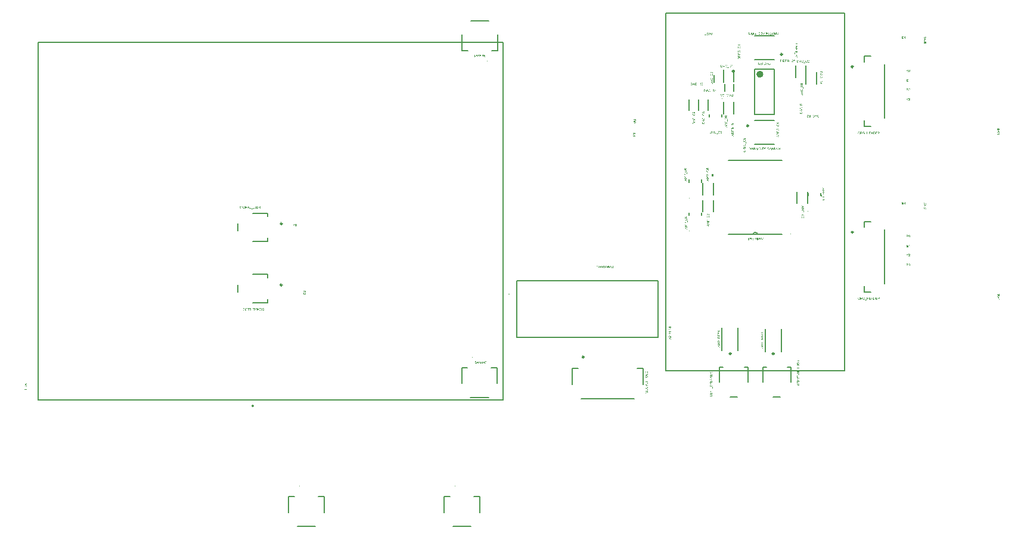
<source format=gbr>
%TF.GenerationSoftware,Altium Limited,Altium Designer,24.2.2 (26)*%
G04 Layer_Color=65535*
%FSLAX45Y45*%
%MOMM*%
%TF.SameCoordinates,E03CB206-BB87-4E68-BEA4-A169BFC7E2EA*%
%TF.FilePolarity,Positive*%
%TF.FileFunction,Legend,Top*%
%TF.Part,CustomerPanel*%
G01*
G75*
%TA.AperFunction,NonConductor*%
%ADD42C,0.10000*%
%ADD43C,0.20000*%
%ADD44C,0.25000*%
%ADD45C,0.50000*%
%ADD46C,0.15240*%
%ADD47C,0.12700*%
%ADD48C,0.15000*%
G36*
X7647267Y8301565D02*
X7643279D01*
Y8306162D01*
X7647267D01*
Y8301565D01*
D02*
G37*
G36*
X7611859D02*
X7607872D01*
Y8306162D01*
X7611859D01*
Y8301565D01*
D02*
G37*
G36*
X8011249Y8297704D02*
X8011427Y8297678D01*
X8011630Y8297653D01*
X8011884Y8297628D01*
X8012163Y8297577D01*
X8012773Y8297424D01*
X8013484Y8297196D01*
X8013840Y8297043D01*
X8014221Y8296866D01*
X8014627Y8296662D01*
X8015008Y8296434D01*
X8013586Y8292725D01*
X8013560D01*
X8013509Y8292751D01*
X8013433Y8292802D01*
X8013332Y8292852D01*
X8013205Y8292929D01*
X8013052Y8293005D01*
X8012671Y8293157D01*
X8012239Y8293310D01*
X8011732Y8293462D01*
X8011223Y8293564D01*
X8010665Y8293589D01*
X8010436D01*
X8010207Y8293538D01*
X8009877Y8293487D01*
X8009522Y8293386D01*
X8009141Y8293259D01*
X8008734Y8293056D01*
X8008328Y8292776D01*
X8008277Y8292751D01*
X8008150Y8292624D01*
X8007972Y8292446D01*
X8007744Y8292217D01*
X8007515Y8291887D01*
X8007261Y8291532D01*
X8007032Y8291100D01*
X8006855Y8290592D01*
Y8290566D01*
X8006829Y8290490D01*
X8006804Y8290389D01*
X8006753Y8290211D01*
X8006702Y8290033D01*
X8006651Y8289779D01*
X8006575Y8289525D01*
X8006524Y8289220D01*
X8006474Y8288890D01*
X8006397Y8288509D01*
X8006296Y8287722D01*
X8006220Y8286858D01*
X8006194Y8285944D01*
Y8273599D01*
X8002206D01*
Y8297196D01*
X8005788D01*
Y8293589D01*
X8005813Y8293614D01*
X8005839Y8293691D01*
X8005915Y8293818D01*
X8006016Y8293995D01*
X8006144Y8294199D01*
X8006296Y8294427D01*
X8006626Y8294961D01*
X8007007Y8295519D01*
X8007439Y8296053D01*
X8007667Y8296307D01*
X8007896Y8296535D01*
X8008099Y8296739D01*
X8008328Y8296916D01*
X8008353D01*
X8008379Y8296942D01*
X8008531Y8297043D01*
X8008760Y8297170D01*
X8009090Y8297323D01*
X8009471Y8297475D01*
X8009903Y8297602D01*
X8010385Y8297704D01*
X8010893Y8297729D01*
X8011097D01*
X8011249Y8297704D01*
D02*
G37*
G36*
X7761491Y8306264D02*
X7761719D01*
X7761999Y8306238D01*
X7762304Y8306187D01*
X7762659Y8306137D01*
X7763015Y8306086D01*
X7763396Y8306010D01*
X7764234Y8305806D01*
X7765072Y8305502D01*
X7765504Y8305324D01*
X7765936Y8305121D01*
X7765961D01*
X7766037Y8305070D01*
X7766164Y8304994D01*
X7766317Y8304917D01*
X7766494Y8304790D01*
X7766723Y8304663D01*
X7767206Y8304308D01*
X7767764Y8303851D01*
X7768349Y8303317D01*
X7768908Y8302708D01*
X7769390Y8301996D01*
X7769415Y8301971D01*
X7769441Y8301920D01*
X7769492Y8301793D01*
X7769568Y8301666D01*
X7769669Y8301463D01*
X7769771Y8301260D01*
X7769873Y8301006D01*
X7770000Y8300752D01*
X7770101Y8300447D01*
X7770203Y8300117D01*
X7770406Y8299406D01*
X7770533Y8298618D01*
X7770584Y8298212D01*
Y8297805D01*
Y8297780D01*
Y8297704D01*
Y8297602D01*
X7770558Y8297450D01*
Y8297272D01*
X7770533Y8297043D01*
X7770482Y8296815D01*
X7770432Y8296535D01*
X7770304Y8295951D01*
X7770101Y8295291D01*
X7769822Y8294630D01*
X7769644Y8294300D01*
X7769441Y8293970D01*
Y8293945D01*
X7769390Y8293894D01*
X7769314Y8293792D01*
X7769238Y8293691D01*
X7769111Y8293538D01*
X7768958Y8293360D01*
X7768780Y8293183D01*
X7768603Y8292979D01*
X7768374Y8292776D01*
X7768120Y8292548D01*
X7767841Y8292319D01*
X7767536Y8292090D01*
X7767231Y8291862D01*
X7766875Y8291633D01*
X7766088Y8291227D01*
X7766114D01*
X7766215Y8291201D01*
X7766367Y8291151D01*
X7766571Y8291100D01*
X7766799Y8290998D01*
X7767079Y8290897D01*
X7767409Y8290795D01*
X7767739Y8290643D01*
X7768095Y8290465D01*
X7768450Y8290262D01*
X7768831Y8290033D01*
X7769212Y8289779D01*
X7769568Y8289500D01*
X7769924Y8289195D01*
X7770279Y8288839D01*
X7770584Y8288458D01*
X7770609Y8288433D01*
X7770660Y8288357D01*
X7770736Y8288255D01*
X7770838Y8288077D01*
X7770965Y8287874D01*
X7771092Y8287620D01*
X7771244Y8287341D01*
X7771397Y8287010D01*
X7771524Y8286655D01*
X7771676Y8286248D01*
X7771803Y8285817D01*
X7771930Y8285359D01*
X7772032Y8284877D01*
X7772108Y8284343D01*
X7772159Y8283785D01*
X7772184Y8283200D01*
Y8283150D01*
Y8283023D01*
X7772159Y8282794D01*
X7772133Y8282489D01*
X7772083Y8282134D01*
X7772032Y8281702D01*
X7771930Y8281219D01*
X7771803Y8280711D01*
X7771625Y8280152D01*
X7771422Y8279568D01*
X7771168Y8278984D01*
X7770863Y8278374D01*
X7770508Y8277765D01*
X7770101Y8277155D01*
X7769619Y8276571D01*
X7769060Y8275987D01*
X7769034Y8275961D01*
X7768908Y8275860D01*
X7768755Y8275707D01*
X7768501Y8275530D01*
X7768196Y8275301D01*
X7767841Y8275047D01*
X7767409Y8274793D01*
X7766926Y8274514D01*
X7766367Y8274234D01*
X7765783Y8273980D01*
X7765123Y8273726D01*
X7764437Y8273498D01*
X7763675Y8273320D01*
X7762888Y8273167D01*
X7762049Y8273066D01*
X7761186Y8273040D01*
X7761008D01*
X7760779Y8273066D01*
X7760475Y8273091D01*
X7760094Y8273117D01*
X7759687Y8273167D01*
X7759205Y8273244D01*
X7758697Y8273371D01*
X7758138Y8273498D01*
X7757554Y8273650D01*
X7756969Y8273879D01*
X7756360Y8274107D01*
X7755776Y8274412D01*
X7755166Y8274742D01*
X7754607Y8275123D01*
X7754049Y8275580D01*
X7754023Y8275606D01*
X7753921Y8275707D01*
X7753794Y8275834D01*
X7753591Y8276038D01*
X7753388Y8276292D01*
X7753134Y8276596D01*
X7752880Y8276977D01*
X7752601Y8277384D01*
X7752321Y8277816D01*
X7752017Y8278324D01*
X7751762Y8278882D01*
X7751508Y8279467D01*
X7751280Y8280102D01*
X7751102Y8280762D01*
X7750950Y8281473D01*
X7750848Y8282210D01*
X7754836Y8282743D01*
Y8282718D01*
X7754861Y8282591D01*
X7754912Y8282413D01*
X7754963Y8282184D01*
X7755039Y8281905D01*
X7755141Y8281600D01*
X7755242Y8281245D01*
X7755395Y8280864D01*
X7755700Y8280051D01*
X7756106Y8279238D01*
X7756334Y8278857D01*
X7756588Y8278476D01*
X7756868Y8278146D01*
X7757173Y8277841D01*
X7757198Y8277816D01*
X7757249Y8277765D01*
X7757350Y8277714D01*
X7757478Y8277612D01*
X7757630Y8277485D01*
X7757833Y8277358D01*
X7758036Y8277231D01*
X7758290Y8277104D01*
X7758570Y8276952D01*
X7758874Y8276825D01*
X7759586Y8276571D01*
X7759941Y8276469D01*
X7760348Y8276419D01*
X7760779Y8276368D01*
X7761211Y8276342D01*
X7761338D01*
X7761491Y8276368D01*
X7761694D01*
X7761923Y8276393D01*
X7762202Y8276444D01*
X7762532Y8276495D01*
X7762888Y8276596D01*
X7763243Y8276698D01*
X7763624Y8276825D01*
X7764031Y8276977D01*
X7764437Y8277155D01*
X7764818Y8277384D01*
X7765224Y8277638D01*
X7765605Y8277943D01*
X7765986Y8278273D01*
X7766012Y8278298D01*
X7766063Y8278374D01*
X7766164Y8278476D01*
X7766291Y8278628D01*
X7766444Y8278806D01*
X7766596Y8279035D01*
X7766774Y8279314D01*
X7766977Y8279619D01*
X7767155Y8279949D01*
X7767333Y8280330D01*
X7767485Y8280711D01*
X7767637Y8281143D01*
X7767764Y8281600D01*
X7767866Y8282083D01*
X7767917Y8282591D01*
X7767942Y8283124D01*
Y8283150D01*
Y8283251D01*
Y8283378D01*
X7767917Y8283581D01*
X7767892Y8283810D01*
X7767841Y8284089D01*
X7767790Y8284394D01*
X7767714Y8284724D01*
X7767612Y8285080D01*
X7767510Y8285436D01*
X7767358Y8285817D01*
X7767180Y8286198D01*
X7766977Y8286579D01*
X7766723Y8286934D01*
X7766469Y8287290D01*
X7766139Y8287645D01*
X7766114Y8287671D01*
X7766063Y8287722D01*
X7765961Y8287823D01*
X7765809Y8287925D01*
X7765631Y8288052D01*
X7765428Y8288204D01*
X7765174Y8288382D01*
X7764894Y8288560D01*
X7764564Y8288712D01*
X7764234Y8288890D01*
X7763853Y8289042D01*
X7763447Y8289169D01*
X7763015Y8289271D01*
X7762532Y8289373D01*
X7762049Y8289423D01*
X7761541Y8289449D01*
X7761338D01*
X7761084Y8289423D01*
X7760754Y8289398D01*
X7760348Y8289347D01*
X7759865Y8289271D01*
X7759332Y8289169D01*
X7758722Y8289017D01*
X7759154Y8292522D01*
X7759230D01*
X7759382Y8292497D01*
X7759611Y8292471D01*
X7760068D01*
X7760246Y8292497D01*
X7760475Y8292522D01*
X7760729Y8292548D01*
X7761008Y8292573D01*
X7761338Y8292649D01*
X7762049Y8292802D01*
X7762837Y8293030D01*
X7763218Y8293183D01*
X7763624Y8293360D01*
X7764031Y8293564D01*
X7764412Y8293792D01*
X7764437Y8293818D01*
X7764513Y8293868D01*
X7764615Y8293945D01*
X7764742Y8294046D01*
X7764894Y8294199D01*
X7765072Y8294376D01*
X7765250Y8294580D01*
X7765453Y8294808D01*
X7765631Y8295088D01*
X7765809Y8295392D01*
X7765986Y8295723D01*
X7766139Y8296104D01*
X7766291Y8296510D01*
X7766393Y8296942D01*
X7766444Y8297399D01*
X7766469Y8297907D01*
Y8297932D01*
Y8298009D01*
Y8298110D01*
X7766444Y8298288D01*
X7766418Y8298466D01*
X7766393Y8298694D01*
X7766342Y8298923D01*
X7766291Y8299202D01*
X7766114Y8299761D01*
X7765986Y8300066D01*
X7765834Y8300371D01*
X7765656Y8300701D01*
X7765479Y8300980D01*
X7765224Y8301285D01*
X7764970Y8301565D01*
X7764945Y8301590D01*
X7764894Y8301615D01*
X7764818Y8301692D01*
X7764691Y8301793D01*
X7764564Y8301895D01*
X7764361Y8302022D01*
X7764158Y8302149D01*
X7763929Y8302301D01*
X7763650Y8302428D01*
X7763370Y8302555D01*
X7763040Y8302682D01*
X7762710Y8302784D01*
X7762354Y8302885D01*
X7761948Y8302962D01*
X7761541Y8302987D01*
X7761110Y8303012D01*
X7760881D01*
X7760729Y8302987D01*
X7760525Y8302962D01*
X7760297Y8302936D01*
X7760043Y8302885D01*
X7759763Y8302835D01*
X7759154Y8302657D01*
X7758824Y8302530D01*
X7758494Y8302403D01*
X7758163Y8302225D01*
X7757833Y8302022D01*
X7757528Y8301793D01*
X7757223Y8301539D01*
X7757198Y8301514D01*
X7757147Y8301463D01*
X7757071Y8301387D01*
X7756969Y8301260D01*
X7756843Y8301107D01*
X7756715Y8300930D01*
X7756563Y8300701D01*
X7756385Y8300447D01*
X7756233Y8300142D01*
X7756055Y8299812D01*
X7755903Y8299456D01*
X7755725Y8299075D01*
X7755598Y8298644D01*
X7755445Y8298161D01*
X7755344Y8297678D01*
X7755242Y8297145D01*
X7751254Y8297856D01*
Y8297907D01*
X7751280Y8298034D01*
X7751331Y8298237D01*
X7751407Y8298517D01*
X7751508Y8298847D01*
X7751610Y8299253D01*
X7751762Y8299685D01*
X7751940Y8300142D01*
X7752143Y8300625D01*
X7752372Y8301133D01*
X7752652Y8301666D01*
X7752956Y8302174D01*
X7753287Y8302682D01*
X7753668Y8303190D01*
X7754099Y8303647D01*
X7754556Y8304079D01*
X7754582Y8304105D01*
X7754684Y8304181D01*
X7754836Y8304282D01*
X7755039Y8304435D01*
X7755293Y8304587D01*
X7755598Y8304790D01*
X7755953Y8304968D01*
X7756360Y8305197D01*
X7756792Y8305400D01*
X7757300Y8305603D01*
X7757833Y8305781D01*
X7758392Y8305933D01*
X7759002Y8306086D01*
X7759637Y8306187D01*
X7760322Y8306264D01*
X7761033Y8306289D01*
X7761288D01*
X7761491Y8306264D01*
D02*
G37*
G36*
X7723569D02*
X7723797D01*
X7724076Y8306238D01*
X7724381Y8306187D01*
X7724737Y8306137D01*
X7725092Y8306086D01*
X7725473Y8306010D01*
X7726312Y8305806D01*
X7727150Y8305502D01*
X7727582Y8305324D01*
X7728014Y8305121D01*
X7728039D01*
X7728115Y8305070D01*
X7728242Y8304994D01*
X7728394Y8304917D01*
X7728572Y8304790D01*
X7728801Y8304663D01*
X7729283Y8304308D01*
X7729842Y8303851D01*
X7730427Y8303317D01*
X7730985Y8302708D01*
X7731468Y8301996D01*
X7731493Y8301971D01*
X7731519Y8301920D01*
X7731569Y8301793D01*
X7731646Y8301666D01*
X7731747Y8301463D01*
X7731849Y8301260D01*
X7731950Y8301006D01*
X7732077Y8300752D01*
X7732179Y8300447D01*
X7732281Y8300117D01*
X7732484Y8299406D01*
X7732611Y8298618D01*
X7732662Y8298212D01*
Y8297805D01*
Y8297780D01*
Y8297704D01*
Y8297602D01*
X7732636Y8297450D01*
Y8297272D01*
X7732611Y8297043D01*
X7732560Y8296815D01*
X7732509Y8296535D01*
X7732382Y8295951D01*
X7732179Y8295291D01*
X7731900Y8294630D01*
X7731722Y8294300D01*
X7731519Y8293970D01*
Y8293945D01*
X7731468Y8293894D01*
X7731392Y8293792D01*
X7731315Y8293691D01*
X7731189Y8293538D01*
X7731036Y8293360D01*
X7730858Y8293183D01*
X7730680Y8292979D01*
X7730452Y8292776D01*
X7730198Y8292548D01*
X7729918Y8292319D01*
X7729614Y8292090D01*
X7729309Y8291862D01*
X7728953Y8291633D01*
X7728166Y8291227D01*
X7728191D01*
X7728293Y8291201D01*
X7728445Y8291151D01*
X7728648Y8291100D01*
X7728877Y8290998D01*
X7729157Y8290897D01*
X7729487Y8290795D01*
X7729817Y8290643D01*
X7730173Y8290465D01*
X7730528Y8290262D01*
X7730909Y8290033D01*
X7731290Y8289779D01*
X7731646Y8289500D01*
X7732001Y8289195D01*
X7732357Y8288839D01*
X7732662Y8288458D01*
X7732687Y8288433D01*
X7732738Y8288357D01*
X7732814Y8288255D01*
X7732916Y8288077D01*
X7733043Y8287874D01*
X7733170Y8287620D01*
X7733322Y8287341D01*
X7733474Y8287010D01*
X7733602Y8286655D01*
X7733754Y8286248D01*
X7733881Y8285817D01*
X7734008Y8285359D01*
X7734109Y8284877D01*
X7734186Y8284343D01*
X7734237Y8283785D01*
X7734262Y8283200D01*
Y8283150D01*
Y8283023D01*
X7734237Y8282794D01*
X7734211Y8282489D01*
X7734160Y8282134D01*
X7734109Y8281702D01*
X7734008Y8281219D01*
X7733881Y8280711D01*
X7733703Y8280152D01*
X7733500Y8279568D01*
X7733246Y8278984D01*
X7732941Y8278374D01*
X7732585Y8277765D01*
X7732179Y8277155D01*
X7731696Y8276571D01*
X7731138Y8275987D01*
X7731112Y8275961D01*
X7730985Y8275860D01*
X7730833Y8275707D01*
X7730579Y8275530D01*
X7730274Y8275301D01*
X7729918Y8275047D01*
X7729487Y8274793D01*
X7729004Y8274514D01*
X7728445Y8274234D01*
X7727861Y8273980D01*
X7727201Y8273726D01*
X7726515Y8273498D01*
X7725753Y8273320D01*
X7724965Y8273167D01*
X7724127Y8273066D01*
X7723264Y8273040D01*
X7723086D01*
X7722857Y8273066D01*
X7722553Y8273091D01*
X7722172Y8273117D01*
X7721765Y8273167D01*
X7721282Y8273244D01*
X7720774Y8273371D01*
X7720216Y8273498D01*
X7719631Y8273650D01*
X7719047Y8273879D01*
X7718438Y8274107D01*
X7717853Y8274412D01*
X7717244Y8274742D01*
X7716685Y8275123D01*
X7716126Y8275580D01*
X7716101Y8275606D01*
X7715999Y8275707D01*
X7715872Y8275834D01*
X7715669Y8276038D01*
X7715466Y8276292D01*
X7715212Y8276596D01*
X7714958Y8276977D01*
X7714678Y8277384D01*
X7714399Y8277816D01*
X7714094Y8278324D01*
X7713840Y8278882D01*
X7713586Y8279467D01*
X7713358Y8280102D01*
X7713180Y8280762D01*
X7713027Y8281473D01*
X7712926Y8282210D01*
X7716914Y8282743D01*
Y8282718D01*
X7716939Y8282591D01*
X7716990Y8282413D01*
X7717041Y8282184D01*
X7717117Y8281905D01*
X7717218Y8281600D01*
X7717320Y8281245D01*
X7717472Y8280864D01*
X7717777Y8280051D01*
X7718184Y8279238D01*
X7718412Y8278857D01*
X7718666Y8278476D01*
X7718946Y8278146D01*
X7719250Y8277841D01*
X7719276Y8277816D01*
X7719327Y8277765D01*
X7719428Y8277714D01*
X7719555Y8277612D01*
X7719708Y8277485D01*
X7719911Y8277358D01*
X7720114Y8277231D01*
X7720368Y8277104D01*
X7720647Y8276952D01*
X7720952Y8276825D01*
X7721663Y8276571D01*
X7722019Y8276469D01*
X7722425Y8276419D01*
X7722857Y8276368D01*
X7723289Y8276342D01*
X7723416D01*
X7723569Y8276368D01*
X7723772D01*
X7724000Y8276393D01*
X7724280Y8276444D01*
X7724610Y8276495D01*
X7724965Y8276596D01*
X7725321Y8276698D01*
X7725702Y8276825D01*
X7726108Y8276977D01*
X7726515Y8277155D01*
X7726896Y8277384D01*
X7727302Y8277638D01*
X7727683Y8277943D01*
X7728064Y8278273D01*
X7728090Y8278298D01*
X7728140Y8278374D01*
X7728242Y8278476D01*
X7728369Y8278628D01*
X7728522Y8278806D01*
X7728674Y8279035D01*
X7728852Y8279314D01*
X7729055Y8279619D01*
X7729233Y8279949D01*
X7729410Y8280330D01*
X7729563Y8280711D01*
X7729715Y8281143D01*
X7729842Y8281600D01*
X7729944Y8282083D01*
X7729995Y8282591D01*
X7730020Y8283124D01*
Y8283150D01*
Y8283251D01*
Y8283378D01*
X7729995Y8283581D01*
X7729969Y8283810D01*
X7729918Y8284089D01*
X7729868Y8284394D01*
X7729792Y8284724D01*
X7729690Y8285080D01*
X7729588Y8285436D01*
X7729436Y8285817D01*
X7729258Y8286198D01*
X7729055Y8286579D01*
X7728801Y8286934D01*
X7728547Y8287290D01*
X7728217Y8287645D01*
X7728191Y8287671D01*
X7728140Y8287722D01*
X7728039Y8287823D01*
X7727886Y8287925D01*
X7727709Y8288052D01*
X7727505Y8288204D01*
X7727251Y8288382D01*
X7726972Y8288560D01*
X7726642Y8288712D01*
X7726312Y8288890D01*
X7725931Y8289042D01*
X7725524Y8289169D01*
X7725092Y8289271D01*
X7724610Y8289373D01*
X7724127Y8289423D01*
X7723619Y8289449D01*
X7723416D01*
X7723162Y8289423D01*
X7722832Y8289398D01*
X7722425Y8289347D01*
X7721943Y8289271D01*
X7721410Y8289169D01*
X7720800Y8289017D01*
X7721232Y8292522D01*
X7721308D01*
X7721460Y8292497D01*
X7721689Y8292471D01*
X7722146D01*
X7722324Y8292497D01*
X7722553Y8292522D01*
X7722807Y8292548D01*
X7723086Y8292573D01*
X7723416Y8292649D01*
X7724127Y8292802D01*
X7724915Y8293030D01*
X7725296Y8293183D01*
X7725702Y8293360D01*
X7726108Y8293564D01*
X7726489Y8293792D01*
X7726515Y8293818D01*
X7726591Y8293868D01*
X7726693Y8293945D01*
X7726820Y8294046D01*
X7726972Y8294199D01*
X7727150Y8294376D01*
X7727328Y8294580D01*
X7727531Y8294808D01*
X7727709Y8295088D01*
X7727886Y8295392D01*
X7728064Y8295723D01*
X7728217Y8296104D01*
X7728369Y8296510D01*
X7728471Y8296942D01*
X7728522Y8297399D01*
X7728547Y8297907D01*
Y8297932D01*
Y8298009D01*
Y8298110D01*
X7728522Y8298288D01*
X7728496Y8298466D01*
X7728471Y8298694D01*
X7728420Y8298923D01*
X7728369Y8299202D01*
X7728191Y8299761D01*
X7728064Y8300066D01*
X7727912Y8300371D01*
X7727734Y8300701D01*
X7727556Y8300980D01*
X7727302Y8301285D01*
X7727048Y8301565D01*
X7727023Y8301590D01*
X7726972Y8301615D01*
X7726896Y8301692D01*
X7726769Y8301793D01*
X7726642Y8301895D01*
X7726439Y8302022D01*
X7726235Y8302149D01*
X7726007Y8302301D01*
X7725728Y8302428D01*
X7725448Y8302555D01*
X7725118Y8302682D01*
X7724788Y8302784D01*
X7724432Y8302885D01*
X7724026Y8302962D01*
X7723619Y8302987D01*
X7723188Y8303012D01*
X7722959D01*
X7722807Y8302987D01*
X7722603Y8302962D01*
X7722375Y8302936D01*
X7722121Y8302885D01*
X7721841Y8302835D01*
X7721232Y8302657D01*
X7720902Y8302530D01*
X7720571Y8302403D01*
X7720241Y8302225D01*
X7719911Y8302022D01*
X7719606Y8301793D01*
X7719301Y8301539D01*
X7719276Y8301514D01*
X7719225Y8301463D01*
X7719149Y8301387D01*
X7719047Y8301260D01*
X7718920Y8301107D01*
X7718793Y8300930D01*
X7718641Y8300701D01*
X7718463Y8300447D01*
X7718311Y8300142D01*
X7718133Y8299812D01*
X7717980Y8299456D01*
X7717803Y8299075D01*
X7717676Y8298644D01*
X7717523Y8298161D01*
X7717422Y8297678D01*
X7717320Y8297145D01*
X7713332Y8297856D01*
Y8297907D01*
X7713358Y8298034D01*
X7713408Y8298237D01*
X7713485Y8298517D01*
X7713586Y8298847D01*
X7713688Y8299253D01*
X7713840Y8299685D01*
X7714018Y8300142D01*
X7714221Y8300625D01*
X7714450Y8301133D01*
X7714729Y8301666D01*
X7715034Y8302174D01*
X7715364Y8302682D01*
X7715745Y8303190D01*
X7716177Y8303647D01*
X7716634Y8304079D01*
X7716660Y8304105D01*
X7716761Y8304181D01*
X7716914Y8304282D01*
X7717117Y8304435D01*
X7717371Y8304587D01*
X7717676Y8304790D01*
X7718031Y8304968D01*
X7718438Y8305197D01*
X7718869Y8305400D01*
X7719378Y8305603D01*
X7719911Y8305781D01*
X7720470Y8305933D01*
X7721079Y8306086D01*
X7721714Y8306187D01*
X7722400Y8306264D01*
X7723111Y8306289D01*
X7723365D01*
X7723569Y8306264D01*
D02*
G37*
G36*
X6987032Y8297215D02*
X6987362D01*
X6987718Y8297189D01*
X6988124Y8297139D01*
X6988581Y8297088D01*
X6989064Y8297037D01*
X6989572Y8296961D01*
X6990664Y8296758D01*
X6991756Y8296453D01*
X6992290Y8296275D01*
X6992823Y8296072D01*
X6992849Y8296046D01*
X6992950Y8296021D01*
X6993077Y8295945D01*
X6993280Y8295843D01*
X6993509Y8295742D01*
X6993788Y8295589D01*
X6994068Y8295411D01*
X6994398Y8295208D01*
X6994728Y8294980D01*
X6995084Y8294726D01*
X6995439Y8294421D01*
X6995770Y8294116D01*
X6996125Y8293786D01*
X6996455Y8293430D01*
X6996786Y8293024D01*
X6997065Y8292617D01*
X6997090Y8292592D01*
X6997141Y8292516D01*
X6997217Y8292389D01*
X6997294Y8292211D01*
X6997421Y8292008D01*
X6997548Y8291754D01*
X6997675Y8291449D01*
X6997827Y8291144D01*
X6997979Y8290763D01*
X6998132Y8290382D01*
X6998259Y8289950D01*
X6998386Y8289519D01*
X6998589Y8288553D01*
X6998640Y8288045D01*
X6998691Y8287512D01*
X6994550Y8287207D01*
Y8287233D01*
X6994525Y8287334D01*
X6994500Y8287512D01*
X6994474Y8287715D01*
X6994398Y8287969D01*
X6994347Y8288274D01*
X6994246Y8288579D01*
X6994144Y8288934D01*
X6993992Y8289315D01*
X6993839Y8289696D01*
X6993661Y8290077D01*
X6993433Y8290458D01*
X6993204Y8290839D01*
X6992925Y8291195D01*
X6992620Y8291551D01*
X6992264Y8291855D01*
X6992239Y8291881D01*
X6992188Y8291932D01*
X6992061Y8292008D01*
X6991909Y8292109D01*
X6991706Y8292236D01*
X6991452Y8292363D01*
X6991172Y8292516D01*
X6990842Y8292668D01*
X6990461Y8292795D01*
X6990055Y8292948D01*
X6989572Y8293075D01*
X6989064Y8293202D01*
X6988531Y8293303D01*
X6987921Y8293379D01*
X6987286Y8293430D01*
X6986600Y8293456D01*
X6986219D01*
X6985965Y8293430D01*
X6985635Y8293405D01*
X6985279Y8293379D01*
X6984848Y8293329D01*
X6984416Y8293278D01*
X6983476Y8293100D01*
X6983019Y8292998D01*
X6982536Y8292846D01*
X6982079Y8292668D01*
X6981647Y8292490D01*
X6981241Y8292262D01*
X6980885Y8292008D01*
X6980860Y8291982D01*
X6980809Y8291932D01*
X6980733Y8291855D01*
X6980606Y8291754D01*
X6980479Y8291601D01*
X6980326Y8291449D01*
X6980174Y8291246D01*
X6979996Y8291043D01*
X6979666Y8290535D01*
X6979387Y8289950D01*
X6979260Y8289620D01*
X6979183Y8289290D01*
X6979133Y8288934D01*
X6979107Y8288553D01*
Y8288528D01*
Y8288477D01*
Y8288376D01*
X6979133Y8288274D01*
X6979158Y8288122D01*
X6979183Y8287944D01*
X6979260Y8287537D01*
X6979412Y8287080D01*
X6979641Y8286598D01*
X6979768Y8286344D01*
X6979945Y8286115D01*
X6980123Y8285886D01*
X6980352Y8285658D01*
X6980377D01*
X6980428Y8285607D01*
X6980504Y8285556D01*
X6980631Y8285455D01*
X6980809Y8285353D01*
X6981038Y8285226D01*
X6981317Y8285099D01*
X6981647Y8284947D01*
X6982054Y8284769D01*
X6982511Y8284591D01*
X6983044Y8284388D01*
X6983654Y8284185D01*
X6984314Y8283981D01*
X6985102Y8283753D01*
X6985940Y8283550D01*
X6986880Y8283321D01*
X6986905D01*
X6986930Y8283296D01*
X6987007D01*
X6987108Y8283270D01*
X6987388Y8283194D01*
X6987743Y8283118D01*
X6988150Y8283016D01*
X6988658Y8282889D01*
X6989191Y8282762D01*
X6989750Y8282610D01*
X6990944Y8282280D01*
X6991553Y8282127D01*
X6992137Y8281949D01*
X6992696Y8281772D01*
X6993230Y8281594D01*
X6993687Y8281416D01*
X6994093Y8281238D01*
X6994119Y8281213D01*
X6994220Y8281187D01*
X6994373Y8281111D01*
X6994550Y8281010D01*
X6994804Y8280883D01*
X6995058Y8280730D01*
X6995363Y8280552D01*
X6995693Y8280349D01*
X6996379Y8279867D01*
X6997065Y8279308D01*
X6997725Y8278647D01*
X6998005Y8278317D01*
X6998284Y8277936D01*
X6998310Y8277911D01*
X6998335Y8277835D01*
X6998411Y8277733D01*
X6998487Y8277581D01*
X6998614Y8277403D01*
X6998716Y8277174D01*
X6998843Y8276895D01*
X6998970Y8276615D01*
X6999097Y8276285D01*
X6999224Y8275930D01*
X6999351Y8275549D01*
X6999453Y8275142D01*
X6999605Y8274253D01*
X6999630Y8273771D01*
X6999656Y8273288D01*
Y8273263D01*
Y8273161D01*
Y8273034D01*
X6999630Y8272856D01*
X6999605Y8272628D01*
X6999580Y8272348D01*
X6999529Y8272043D01*
X6999478Y8271713D01*
X6999402Y8271332D01*
X6999300Y8270951D01*
X6999173Y8270545D01*
X6999021Y8270138D01*
X6998843Y8269707D01*
X6998665Y8269249D01*
X6998411Y8268818D01*
X6998157Y8268386D01*
X6998132Y8268360D01*
X6998081Y8268284D01*
X6998005Y8268157D01*
X6997878Y8268005D01*
X6997725Y8267827D01*
X6997548Y8267598D01*
X6997319Y8267344D01*
X6997065Y8267090D01*
X6996760Y8266811D01*
X6996455Y8266506D01*
X6996100Y8266227D01*
X6995719Y8265922D01*
X6995287Y8265643D01*
X6994855Y8265338D01*
X6994373Y8265084D01*
X6993865Y8264830D01*
X6993839Y8264804D01*
X6993738Y8264779D01*
X6993585Y8264703D01*
X6993382Y8264627D01*
X6993128Y8264525D01*
X6992798Y8264423D01*
X6992442Y8264322D01*
X6992036Y8264195D01*
X6991604Y8264068D01*
X6991121Y8263966D01*
X6990613Y8263865D01*
X6990055Y8263763D01*
X6989496Y8263687D01*
X6988886Y8263611D01*
X6988251Y8263585D01*
X6987616Y8263560D01*
X6987184D01*
X6986880Y8263585D01*
X6986499Y8263611D01*
X6986067Y8263636D01*
X6985559Y8263661D01*
X6985025Y8263712D01*
X6984467Y8263788D01*
X6983857Y8263865D01*
X6982612Y8264093D01*
X6982003Y8264246D01*
X6981368Y8264423D01*
X6980784Y8264601D01*
X6980199Y8264830D01*
X6980174Y8264855D01*
X6980072Y8264881D01*
X6979920Y8264957D01*
X6979717Y8265084D01*
X6979463Y8265211D01*
X6979158Y8265389D01*
X6978853Y8265566D01*
X6978498Y8265795D01*
X6978142Y8266049D01*
X6977761Y8266354D01*
X6977355Y8266659D01*
X6976974Y8267014D01*
X6976593Y8267395D01*
X6976212Y8267802D01*
X6975856Y8268259D01*
X6975526Y8268716D01*
X6975500Y8268741D01*
X6975450Y8268843D01*
X6975373Y8268970D01*
X6975272Y8269173D01*
X6975119Y8269427D01*
X6974992Y8269707D01*
X6974840Y8270037D01*
X6974662Y8270418D01*
X6974510Y8270850D01*
X6974332Y8271281D01*
X6974205Y8271764D01*
X6974053Y8272297D01*
X6973951Y8272831D01*
X6973849Y8273390D01*
X6973773Y8273974D01*
X6973748Y8274583D01*
X6977812Y8274939D01*
Y8274914D01*
X6977837Y8274837D01*
Y8274710D01*
X6977863Y8274533D01*
X6977913Y8274329D01*
X6977964Y8274075D01*
X6978015Y8273796D01*
X6978091Y8273517D01*
X6978269Y8272882D01*
X6978498Y8272196D01*
X6978777Y8271535D01*
X6979133Y8270900D01*
X6979158Y8270875D01*
X6979183Y8270824D01*
X6979234Y8270748D01*
X6979336Y8270646D01*
X6979437Y8270494D01*
X6979590Y8270342D01*
X6979742Y8270189D01*
X6979945Y8269986D01*
X6980149Y8269783D01*
X6980403Y8269580D01*
X6980682Y8269376D01*
X6980961Y8269173D01*
X6981292Y8268945D01*
X6981647Y8268741D01*
X6982003Y8268538D01*
X6982409Y8268360D01*
X6982435D01*
X6982511Y8268310D01*
X6982638Y8268284D01*
X6982790Y8268208D01*
X6983019Y8268132D01*
X6983273Y8268056D01*
X6983552Y8267979D01*
X6983882Y8267878D01*
X6984238Y8267776D01*
X6984619Y8267700D01*
X6985025Y8267624D01*
X6985457Y8267548D01*
X6986397Y8267446D01*
X6987413Y8267395D01*
X6987819D01*
X6988048Y8267421D01*
X6988302Y8267446D01*
X6988581D01*
X6988886Y8267497D01*
X6989547Y8267573D01*
X6990283Y8267700D01*
X6991020Y8267878D01*
X6991756Y8268132D01*
X6991782D01*
X6991833Y8268157D01*
X6991934Y8268208D01*
X6992061Y8268259D01*
X6992239Y8268335D01*
X6992417Y8268437D01*
X6992823Y8268665D01*
X6993280Y8268945D01*
X6993763Y8269300D01*
X6994195Y8269681D01*
X6994576Y8270138D01*
Y8270164D01*
X6994627Y8270189D01*
X6994652Y8270265D01*
X6994728Y8270367D01*
X6994881Y8270621D01*
X6995058Y8270977D01*
X6995211Y8271383D01*
X6995363Y8271866D01*
X6995465Y8272374D01*
X6995516Y8272932D01*
Y8272958D01*
Y8273009D01*
Y8273085D01*
X6995490Y8273186D01*
X6995465Y8273466D01*
X6995414Y8273847D01*
X6995287Y8274253D01*
X6995135Y8274710D01*
X6994906Y8275168D01*
X6994601Y8275599D01*
Y8275625D01*
X6994550Y8275650D01*
X6994423Y8275803D01*
X6994220Y8276006D01*
X6993890Y8276260D01*
X6993484Y8276565D01*
X6993255Y8276742D01*
X6992976Y8276895D01*
X6992696Y8277073D01*
X6992366Y8277225D01*
X6992036Y8277377D01*
X6991655Y8277530D01*
X6991629D01*
X6991579Y8277555D01*
X6991502Y8277581D01*
X6991375Y8277631D01*
X6991223Y8277682D01*
X6991020Y8277758D01*
X6990740Y8277835D01*
X6990436Y8277911D01*
X6990080Y8278012D01*
X6989674Y8278139D01*
X6989191Y8278266D01*
X6988658Y8278419D01*
X6988073Y8278571D01*
X6987413Y8278724D01*
X6986676Y8278901D01*
X6985864Y8279105D01*
X6985813Y8279130D01*
X6985660Y8279155D01*
X6985432Y8279206D01*
X6985127Y8279282D01*
X6984771Y8279384D01*
X6984340Y8279511D01*
X6983882Y8279638D01*
X6983400Y8279765D01*
X6982358Y8280095D01*
X6981317Y8280425D01*
X6980809Y8280603D01*
X6980352Y8280806D01*
X6979945Y8280984D01*
X6979564Y8281162D01*
X6979539Y8281187D01*
X6979463Y8281213D01*
X6979336Y8281289D01*
X6979183Y8281391D01*
X6978980Y8281492D01*
X6978777Y8281645D01*
X6978244Y8282000D01*
X6977685Y8282432D01*
X6977101Y8282940D01*
X6976567Y8283550D01*
X6976313Y8283854D01*
X6976085Y8284185D01*
Y8284210D01*
X6976034Y8284261D01*
X6975983Y8284362D01*
X6975907Y8284515D01*
X6975831Y8284667D01*
X6975729Y8284870D01*
X6975627Y8285124D01*
X6975526Y8285378D01*
X6975424Y8285658D01*
X6975323Y8285988D01*
X6975145Y8286674D01*
X6975018Y8287436D01*
X6974992Y8287842D01*
X6974967Y8288249D01*
Y8288274D01*
Y8288350D01*
Y8288503D01*
X6974992Y8288680D01*
X6975018Y8288884D01*
X6975043Y8289138D01*
X6975094Y8289442D01*
X6975145Y8289747D01*
X6975297Y8290458D01*
X6975551Y8291220D01*
X6975729Y8291627D01*
X6975907Y8292033D01*
X6976110Y8292440D01*
X6976364Y8292846D01*
X6976389Y8292871D01*
X6976440Y8292948D01*
X6976516Y8293049D01*
X6976618Y8293202D01*
X6976770Y8293379D01*
X6976948Y8293583D01*
X6977151Y8293811D01*
X6977405Y8294065D01*
X6977685Y8294319D01*
X6977990Y8294599D01*
X6978320Y8294878D01*
X6978675Y8295132D01*
X6979082Y8295411D01*
X6979514Y8295665D01*
X6979971Y8295894D01*
X6980453Y8296123D01*
X6980479Y8296148D01*
X6980580Y8296173D01*
X6980733Y8296224D01*
X6980936Y8296300D01*
X6981190Y8296377D01*
X6981469Y8296478D01*
X6981825Y8296580D01*
X6982206Y8296681D01*
X6982638Y8296783D01*
X6983095Y8296885D01*
X6983578Y8296986D01*
X6984111Y8297062D01*
X6984644Y8297139D01*
X6985229Y8297189D01*
X6985813Y8297240D01*
X6986778D01*
X6987032Y8297215D01*
D02*
G37*
G36*
X7791463Y8273599D02*
X7786992D01*
X7774419Y8306162D01*
X7779093D01*
X7787551Y8282489D01*
Y8282464D01*
X7787602Y8282362D01*
X7787653Y8282210D01*
X7787729Y8282007D01*
X7787805Y8281753D01*
X7787907Y8281448D01*
X7788034Y8281118D01*
X7788135Y8280762D01*
X7788288Y8280356D01*
X7788415Y8279949D01*
X7788694Y8279035D01*
X7788974Y8278095D01*
X7789253Y8277155D01*
Y8277181D01*
X7789278Y8277282D01*
X7789329Y8277409D01*
X7789380Y8277612D01*
X7789456Y8277866D01*
X7789558Y8278146D01*
X7789634Y8278476D01*
X7789761Y8278832D01*
X7789888Y8279213D01*
X7790015Y8279619D01*
X7790320Y8280533D01*
X7790650Y8281499D01*
X7791005Y8282489D01*
X7799819Y8306162D01*
X7804214D01*
X7791463Y8273599D01*
D02*
G37*
G36*
X7922679D02*
X7919123D01*
Y8277028D01*
X7919098Y8276977D01*
X7918996Y8276850D01*
X7918844Y8276673D01*
X7918615Y8276419D01*
X7918336Y8276114D01*
X7918005Y8275784D01*
X7917599Y8275428D01*
X7917142Y8275047D01*
X7916634Y8274666D01*
X7916075Y8274310D01*
X7915465Y8273980D01*
X7914780Y8273675D01*
X7914068Y8273421D01*
X7913281Y8273244D01*
X7912468Y8273117D01*
X7911605Y8273066D01*
X7911402D01*
X7911249Y8273091D01*
X7911071D01*
X7910843Y8273117D01*
X7910614Y8273142D01*
X7910335Y8273167D01*
X7909725Y8273269D01*
X7909065Y8273396D01*
X7908379Y8273599D01*
X7907693Y8273853D01*
X7907668D01*
X7907617Y8273879D01*
X7907515Y8273929D01*
X7907388Y8274006D01*
X7907236Y8274082D01*
X7907084Y8274158D01*
X7906677Y8274412D01*
X7906245Y8274691D01*
X7905788Y8275022D01*
X7905382Y8275428D01*
X7905001Y8275860D01*
Y8275885D01*
X7904975Y8275911D01*
X7904924Y8275987D01*
X7904874Y8276088D01*
X7904721Y8276342D01*
X7904518Y8276698D01*
X7904315Y8277130D01*
X7904112Y8277638D01*
X7903934Y8278197D01*
X7903782Y8278832D01*
Y8278857D01*
Y8278882D01*
X7903756Y8278959D01*
Y8279060D01*
X7903731Y8279187D01*
X7903705Y8279340D01*
X7903680Y8279517D01*
Y8279746D01*
X7903654Y8279975D01*
X7903629Y8280254D01*
X7903604Y8280559D01*
X7903578Y8280889D01*
Y8281270D01*
X7903553Y8281676D01*
Y8282108D01*
Y8282565D01*
Y8297196D01*
X7907541D01*
Y8284089D01*
Y8284064D01*
Y8283962D01*
Y8283785D01*
Y8283581D01*
Y8283327D01*
X7907566Y8283048D01*
Y8282718D01*
Y8282388D01*
X7907592Y8281676D01*
X7907642Y8280991D01*
X7907668Y8280660D01*
X7907693Y8280356D01*
X7907719Y8280102D01*
X7907769Y8279873D01*
Y8279848D01*
X7907795Y8279797D01*
X7907820Y8279721D01*
X7907845Y8279619D01*
X7907947Y8279314D01*
X7908125Y8278959D01*
X7908328Y8278552D01*
X7908607Y8278146D01*
X7908963Y8277739D01*
X7909369Y8277384D01*
X7909395D01*
X7909420Y8277358D01*
X7909497Y8277308D01*
X7909598Y8277257D01*
X7909852Y8277104D01*
X7910208Y8276952D01*
X7910639Y8276774D01*
X7911147Y8276647D01*
X7911757Y8276546D01*
X7912392Y8276495D01*
X7912570D01*
X7912697Y8276520D01*
X7912849D01*
X7913053Y8276546D01*
X7913484Y8276622D01*
X7914018Y8276723D01*
X7914576Y8276876D01*
X7915186Y8277104D01*
X7915770Y8277409D01*
X7915796D01*
X7915847Y8277460D01*
X7915923Y8277511D01*
X7916024Y8277587D01*
X7916304Y8277790D01*
X7916659Y8278070D01*
X7917015Y8278425D01*
X7917396Y8278857D01*
X7917751Y8279340D01*
X7918031Y8279898D01*
Y8279924D01*
X7918056Y8279975D01*
X7918082Y8280076D01*
X7918133Y8280203D01*
X7918183Y8280356D01*
X7918234Y8280559D01*
X7918310Y8280813D01*
X7918361Y8281067D01*
X7918412Y8281397D01*
X7918488Y8281727D01*
X7918539Y8282108D01*
X7918590Y8282515D01*
X7918640Y8282972D01*
X7918666Y8283454D01*
X7918691Y8283962D01*
Y8284521D01*
Y8297196D01*
X7922679D01*
Y8273599D01*
D02*
G37*
G36*
X7949755Y8297704D02*
X7950060D01*
X7950390Y8297678D01*
X7950746Y8297653D01*
X7951508Y8297551D01*
X7952346Y8297424D01*
X7953134Y8297247D01*
X7953540Y8297145D01*
X7953896Y8297018D01*
X7953921D01*
X7953972Y8296993D01*
X7954073Y8296942D01*
X7954200Y8296891D01*
X7954353Y8296815D01*
X7954556Y8296739D01*
X7954963Y8296535D01*
X7955420Y8296256D01*
X7955877Y8295951D01*
X7956309Y8295596D01*
X7956690Y8295215D01*
X7956740Y8295164D01*
X7956842Y8295011D01*
X7956994Y8294783D01*
X7957172Y8294478D01*
X7957375Y8294072D01*
X7957579Y8293614D01*
X7957782Y8293081D01*
X7957934Y8292497D01*
Y8292446D01*
X7957960Y8292395D01*
Y8292294D01*
X7957985Y8292192D01*
X7958010Y8292040D01*
Y8291862D01*
X7958036Y8291659D01*
X7958061Y8291430D01*
X7958087Y8291151D01*
Y8290846D01*
X7958112Y8290516D01*
Y8290135D01*
X7958137Y8289728D01*
Y8289296D01*
Y8288814D01*
Y8283480D01*
Y8283454D01*
Y8283429D01*
Y8283353D01*
Y8283226D01*
Y8283099D01*
Y8282946D01*
Y8282591D01*
Y8282134D01*
X7958163Y8281626D01*
Y8281092D01*
Y8280508D01*
X7958188Y8279289D01*
X7958214Y8278705D01*
X7958239Y8278146D01*
X7958264Y8277612D01*
X7958315Y8277155D01*
X7958341Y8276749D01*
X7958392Y8276419D01*
Y8276393D01*
X7958417Y8276342D01*
Y8276266D01*
X7958442Y8276165D01*
X7958518Y8275885D01*
X7958620Y8275504D01*
X7958747Y8275072D01*
X7958925Y8274615D01*
X7959153Y8274107D01*
X7959408Y8273599D01*
X7955242D01*
Y8273625D01*
X7955217Y8273650D01*
X7955191Y8273726D01*
X7955140Y8273828D01*
X7955039Y8274082D01*
X7954912Y8274437D01*
X7954759Y8274869D01*
X7954632Y8275352D01*
X7954505Y8275911D01*
X7954429Y8276520D01*
X7954404Y8276495D01*
X7954327Y8276444D01*
X7954200Y8276342D01*
X7954048Y8276215D01*
X7953845Y8276063D01*
X7953616Y8275885D01*
X7953337Y8275682D01*
X7953057Y8275479D01*
X7952397Y8275022D01*
X7951686Y8274590D01*
X7950924Y8274158D01*
X7950517Y8273980D01*
X7950137Y8273828D01*
X7950111D01*
X7950035Y8273802D01*
X7949933Y8273752D01*
X7949781Y8273701D01*
X7949603Y8273650D01*
X7949374Y8273599D01*
X7949120Y8273523D01*
X7948816Y8273447D01*
X7948511Y8273371D01*
X7948181Y8273320D01*
X7947419Y8273193D01*
X7946606Y8273091D01*
X7945742Y8273066D01*
X7945564D01*
X7945361Y8273091D01*
X7945107D01*
X7944777Y8273117D01*
X7944396Y8273167D01*
X7943990Y8273218D01*
X7943533Y8273294D01*
X7943075Y8273396D01*
X7942567Y8273523D01*
X7942085Y8273675D01*
X7941577Y8273853D01*
X7941094Y8274082D01*
X7940637Y8274336D01*
X7940180Y8274615D01*
X7939773Y8274945D01*
X7939748Y8274971D01*
X7939697Y8275022D01*
X7939570Y8275149D01*
X7939443Y8275301D01*
X7939291Y8275479D01*
X7939113Y8275707D01*
X7938935Y8275961D01*
X7938732Y8276266D01*
X7938529Y8276596D01*
X7938351Y8276977D01*
X7938173Y8277384D01*
X7938021Y8277816D01*
X7937894Y8278273D01*
X7937792Y8278755D01*
X7937716Y8279289D01*
X7937690Y8279822D01*
Y8279848D01*
Y8279898D01*
Y8280000D01*
X7937716Y8280127D01*
Y8280279D01*
X7937741Y8280457D01*
X7937792Y8280864D01*
X7937894Y8281346D01*
X7938021Y8281880D01*
X7938224Y8282438D01*
X7938478Y8282972D01*
Y8282997D01*
X7938503Y8283048D01*
X7938554Y8283124D01*
X7938630Y8283200D01*
X7938783Y8283480D01*
X7939037Y8283810D01*
X7939316Y8284166D01*
X7939672Y8284547D01*
X7940078Y8284928D01*
X7940535Y8285283D01*
X7940561D01*
X7940586Y8285334D01*
X7940662Y8285359D01*
X7940764Y8285436D01*
X7941018Y8285588D01*
X7941374Y8285766D01*
X7941805Y8285994D01*
X7942288Y8286198D01*
X7942821Y8286426D01*
X7943405Y8286604D01*
X7943431D01*
X7943456Y8286629D01*
X7943533D01*
X7943634Y8286655D01*
X7943761Y8286680D01*
X7943913Y8286706D01*
X7944091Y8286756D01*
X7944294Y8286782D01*
X7944523Y8286833D01*
X7944777Y8286883D01*
X7945082Y8286934D01*
X7945412Y8286985D01*
X7945742Y8287036D01*
X7946123Y8287087D01*
X7946530Y8287137D01*
X7946962Y8287188D01*
X7947012D01*
X7947088Y8287214D01*
X7947165D01*
X7947419Y8287239D01*
X7947749Y8287290D01*
X7948155Y8287341D01*
X7948613Y8287417D01*
X7949120Y8287493D01*
X7949679Y8287595D01*
X7950238Y8287671D01*
X7950848Y8287798D01*
X7952016Y8288026D01*
X7952600Y8288153D01*
X7953134Y8288280D01*
X7953642Y8288433D01*
X7954099Y8288585D01*
Y8288611D01*
Y8288712D01*
Y8288865D01*
X7954124Y8289017D01*
Y8289373D01*
Y8289525D01*
Y8289627D01*
Y8289652D01*
Y8289728D01*
Y8289855D01*
X7954099Y8290033D01*
Y8290211D01*
X7954073Y8290439D01*
X7953972Y8290973D01*
X7953845Y8291532D01*
X7953642Y8292090D01*
X7953362Y8292624D01*
X7953184Y8292852D01*
X7952981Y8293056D01*
X7952956Y8293081D01*
X7952905Y8293106D01*
X7952829Y8293183D01*
X7952702Y8293259D01*
X7952524Y8293386D01*
X7952346Y8293487D01*
X7952118Y8293614D01*
X7951838Y8293741D01*
X7951533Y8293868D01*
X7951203Y8293995D01*
X7950822Y8294122D01*
X7950416Y8294224D01*
X7949984Y8294300D01*
X7949502Y8294376D01*
X7948994Y8294402D01*
X7948435Y8294427D01*
X7948155D01*
X7947978Y8294402D01*
X7947749D01*
X7947469Y8294376D01*
X7947165Y8294351D01*
X7946860Y8294300D01*
X7946174Y8294199D01*
X7945488Y8294021D01*
X7944828Y8293767D01*
X7944548Y8293614D01*
X7944269Y8293437D01*
X7944244D01*
X7944218Y8293386D01*
X7944142Y8293335D01*
X7944040Y8293233D01*
X7943939Y8293132D01*
X7943812Y8292979D01*
X7943659Y8292827D01*
X7943507Y8292624D01*
X7943355Y8292395D01*
X7943202Y8292141D01*
X7943024Y8291862D01*
X7942872Y8291532D01*
X7942720Y8291201D01*
X7942567Y8290795D01*
X7942415Y8290389D01*
X7942288Y8289931D01*
X7938376Y8290465D01*
Y8290490D01*
X7938402Y8290566D01*
X7938427Y8290693D01*
X7938478Y8290871D01*
X7938529Y8291100D01*
X7938605Y8291328D01*
X7938681Y8291608D01*
X7938783Y8291913D01*
X7939011Y8292548D01*
X7939316Y8293208D01*
X7939672Y8293894D01*
X7940103Y8294503D01*
X7940129Y8294529D01*
X7940154Y8294580D01*
X7940230Y8294656D01*
X7940332Y8294757D01*
X7940459Y8294884D01*
X7940611Y8295037D01*
X7940789Y8295215D01*
X7941018Y8295392D01*
X7941246Y8295570D01*
X7941526Y8295773D01*
X7941805Y8295977D01*
X7942110Y8296154D01*
X7942466Y8296358D01*
X7942821Y8296561D01*
X7943634Y8296891D01*
X7943659D01*
X7943736Y8296916D01*
X7943863Y8296967D01*
X7944040Y8297018D01*
X7944269Y8297094D01*
X7944523Y8297145D01*
X7944828Y8297221D01*
X7945184Y8297323D01*
X7945539Y8297399D01*
X7945971Y8297475D01*
X7946403Y8297526D01*
X7946860Y8297602D01*
X7947368Y8297653D01*
X7947901Y8297704D01*
X7948994Y8297729D01*
X7949502D01*
X7949755Y8297704D01*
D02*
G37*
G36*
X7932839Y8273599D02*
X7928851D01*
Y8306162D01*
X7932839D01*
Y8273599D01*
D02*
G37*
G36*
X7835913Y8306137D02*
X7836268D01*
X7836700Y8306111D01*
X7837157Y8306086D01*
X7837665Y8306060D01*
X7838173Y8306010D01*
X7838732Y8305933D01*
X7839824Y8305781D01*
X7840358Y8305679D01*
X7840866Y8305578D01*
X7841348Y8305425D01*
X7841805Y8305273D01*
X7841831D01*
X7841907Y8305222D01*
X7842034Y8305171D01*
X7842186Y8305095D01*
X7842364Y8304994D01*
X7842593Y8304867D01*
X7842847Y8304714D01*
X7843101Y8304562D01*
X7843380Y8304359D01*
X7843685Y8304130D01*
X7843990Y8303876D01*
X7844269Y8303571D01*
X7844574Y8303266D01*
X7844879Y8302936D01*
X7845158Y8302555D01*
X7845412Y8302149D01*
X7845438Y8302123D01*
X7845463Y8302047D01*
X7845539Y8301920D01*
X7845615Y8301768D01*
X7845743Y8301565D01*
X7845844Y8301311D01*
X7845971Y8301031D01*
X7846098Y8300701D01*
X7846225Y8300371D01*
X7846352Y8299990D01*
X7846479Y8299583D01*
X7846581Y8299152D01*
X7846733Y8298237D01*
X7846758Y8297755D01*
X7846784Y8297272D01*
Y8297221D01*
Y8297120D01*
X7846758Y8296942D01*
Y8296688D01*
X7846708Y8296383D01*
X7846657Y8296053D01*
X7846606Y8295646D01*
X7846504Y8295240D01*
X7846377Y8294783D01*
X7846225Y8294300D01*
X7846047Y8293818D01*
X7845819Y8293335D01*
X7845565Y8292827D01*
X7845260Y8292344D01*
X7844930Y8291862D01*
X7844523Y8291405D01*
X7844498Y8291379D01*
X7844422Y8291303D01*
X7844295Y8291176D01*
X7844092Y8291024D01*
X7843863Y8290846D01*
X7843558Y8290617D01*
X7843228Y8290389D01*
X7842822Y8290135D01*
X7842364Y8289881D01*
X7841856Y8289627D01*
X7841298Y8289373D01*
X7840663Y8289144D01*
X7839977Y8288915D01*
X7839265Y8288712D01*
X7838453Y8288534D01*
X7837614Y8288407D01*
X7837640D01*
X7837691Y8288382D01*
X7837767Y8288331D01*
X7837894Y8288255D01*
X7838199Y8288103D01*
X7838580Y8287899D01*
X7838986Y8287645D01*
X7839418Y8287366D01*
X7839850Y8287087D01*
X7840205Y8286782D01*
X7840231Y8286756D01*
X7840282Y8286706D01*
X7840383Y8286604D01*
X7840535Y8286477D01*
X7840688Y8286299D01*
X7840891Y8286096D01*
X7841120Y8285867D01*
X7841348Y8285588D01*
X7841628Y8285283D01*
X7841907Y8284953D01*
X7842186Y8284597D01*
X7842491Y8284216D01*
X7842822Y8283810D01*
X7843126Y8283378D01*
X7843761Y8282438D01*
X7849400Y8273599D01*
X7844015D01*
X7839723Y8280356D01*
X7839697Y8280381D01*
X7839647Y8280483D01*
X7839545Y8280635D01*
X7839418Y8280838D01*
X7839240Y8281092D01*
X7839062Y8281372D01*
X7838859Y8281676D01*
X7838630Y8282007D01*
X7838148Y8282743D01*
X7837614Y8283480D01*
X7837107Y8284191D01*
X7836853Y8284521D01*
X7836624Y8284826D01*
X7836598Y8284851D01*
X7836573Y8284902D01*
X7836497Y8284978D01*
X7836421Y8285080D01*
X7836192Y8285359D01*
X7835887Y8285690D01*
X7835557Y8286045D01*
X7835202Y8286401D01*
X7834820Y8286731D01*
X7834439Y8287010D01*
X7834389Y8287036D01*
X7834262Y8287112D01*
X7834084Y8287214D01*
X7833830Y8287366D01*
X7833525Y8287493D01*
X7833195Y8287645D01*
X7832839Y8287772D01*
X7832458Y8287874D01*
X7832433D01*
X7832306Y8287899D01*
X7832128Y8287925D01*
X7831874Y8287976D01*
X7831544Y8288001D01*
X7831137Y8288026D01*
X7830655Y8288052D01*
X7825092D01*
Y8273599D01*
X7820774D01*
Y8306162D01*
X7835608D01*
X7835913Y8306137D01*
D02*
G37*
G36*
X7745006Y8273599D02*
X7740460D01*
Y8278146D01*
X7745006D01*
Y8273599D01*
D02*
G37*
G36*
X7695197D02*
X7691209D01*
Y8306162D01*
X7695197D01*
Y8273599D01*
D02*
G37*
G36*
X7676705Y8297704D02*
X7677010D01*
X7677340Y8297678D01*
X7677696Y8297653D01*
X7678458Y8297551D01*
X7679296Y8297424D01*
X7680084Y8297247D01*
X7680490Y8297145D01*
X7680846Y8297018D01*
X7680871D01*
X7680922Y8296993D01*
X7681023Y8296942D01*
X7681150Y8296891D01*
X7681303Y8296815D01*
X7681506Y8296739D01*
X7681912Y8296535D01*
X7682370Y8296256D01*
X7682827Y8295951D01*
X7683259Y8295596D01*
X7683640Y8295215D01*
X7683690Y8295164D01*
X7683792Y8295011D01*
X7683944Y8294783D01*
X7684122Y8294478D01*
X7684325Y8294072D01*
X7684529Y8293614D01*
X7684732Y8293081D01*
X7684884Y8292497D01*
Y8292446D01*
X7684910Y8292395D01*
Y8292294D01*
X7684935Y8292192D01*
X7684960Y8292040D01*
Y8291862D01*
X7684986Y8291659D01*
X7685011Y8291430D01*
X7685037Y8291151D01*
Y8290846D01*
X7685062Y8290516D01*
Y8290135D01*
X7685088Y8289728D01*
Y8289296D01*
Y8288814D01*
Y8283480D01*
Y8283454D01*
Y8283429D01*
Y8283353D01*
Y8283226D01*
Y8283099D01*
Y8282946D01*
Y8282591D01*
Y8282134D01*
X7685113Y8281626D01*
Y8281092D01*
Y8280508D01*
X7685138Y8279289D01*
X7685164Y8278705D01*
X7685189Y8278146D01*
X7685214Y8277612D01*
X7685265Y8277155D01*
X7685291Y8276749D01*
X7685341Y8276419D01*
Y8276393D01*
X7685367Y8276342D01*
Y8276266D01*
X7685392Y8276165D01*
X7685469Y8275885D01*
X7685570Y8275504D01*
X7685697Y8275072D01*
X7685875Y8274615D01*
X7686104Y8274107D01*
X7686357Y8273599D01*
X7682192D01*
Y8273625D01*
X7682166Y8273650D01*
X7682141Y8273726D01*
X7682090Y8273828D01*
X7681989Y8274082D01*
X7681862Y8274437D01*
X7681709Y8274869D01*
X7681582Y8275352D01*
X7681455Y8275911D01*
X7681379Y8276520D01*
X7681354Y8276495D01*
X7681278Y8276444D01*
X7681150Y8276342D01*
X7680998Y8276215D01*
X7680795Y8276063D01*
X7680566Y8275885D01*
X7680287Y8275682D01*
X7680008Y8275479D01*
X7679347Y8275022D01*
X7678636Y8274590D01*
X7677874Y8274158D01*
X7677468Y8273980D01*
X7677087Y8273828D01*
X7677061D01*
X7676985Y8273802D01*
X7676883Y8273752D01*
X7676731Y8273701D01*
X7676553Y8273650D01*
X7676324Y8273599D01*
X7676070Y8273523D01*
X7675766Y8273447D01*
X7675461Y8273371D01*
X7675131Y8273320D01*
X7674369Y8273193D01*
X7673556Y8273091D01*
X7672692Y8273066D01*
X7672514D01*
X7672311Y8273091D01*
X7672057D01*
X7671727Y8273117D01*
X7671346Y8273167D01*
X7670940Y8273218D01*
X7670482Y8273294D01*
X7670025Y8273396D01*
X7669517Y8273523D01*
X7669035Y8273675D01*
X7668527Y8273853D01*
X7668044Y8274082D01*
X7667587Y8274336D01*
X7667130Y8274615D01*
X7666723Y8274945D01*
X7666698Y8274971D01*
X7666647Y8275022D01*
X7666520Y8275149D01*
X7666393Y8275301D01*
X7666241Y8275479D01*
X7666063Y8275707D01*
X7665885Y8275961D01*
X7665682Y8276266D01*
X7665479Y8276596D01*
X7665301Y8276977D01*
X7665123Y8277384D01*
X7664971Y8277816D01*
X7664844Y8278273D01*
X7664742Y8278755D01*
X7664666Y8279289D01*
X7664640Y8279822D01*
Y8279848D01*
Y8279898D01*
Y8280000D01*
X7664666Y8280127D01*
Y8280279D01*
X7664691Y8280457D01*
X7664742Y8280864D01*
X7664844Y8281346D01*
X7664971Y8281880D01*
X7665174Y8282438D01*
X7665428Y8282972D01*
Y8282997D01*
X7665453Y8283048D01*
X7665504Y8283124D01*
X7665580Y8283200D01*
X7665733Y8283480D01*
X7665987Y8283810D01*
X7666266Y8284166D01*
X7666622Y8284547D01*
X7667028Y8284928D01*
X7667485Y8285283D01*
X7667511D01*
X7667536Y8285334D01*
X7667612Y8285359D01*
X7667714Y8285436D01*
X7667968Y8285588D01*
X7668323Y8285766D01*
X7668755Y8285994D01*
X7669238Y8286198D01*
X7669771Y8286426D01*
X7670355Y8286604D01*
X7670381D01*
X7670406Y8286629D01*
X7670482D01*
X7670584Y8286655D01*
X7670711Y8286680D01*
X7670864Y8286706D01*
X7671041Y8286756D01*
X7671245Y8286782D01*
X7671473Y8286833D01*
X7671727Y8286883D01*
X7672032Y8286934D01*
X7672362Y8286985D01*
X7672692Y8287036D01*
X7673073Y8287087D01*
X7673480Y8287137D01*
X7673911Y8287188D01*
X7673962D01*
X7674039Y8287214D01*
X7674115D01*
X7674369Y8287239D01*
X7674699Y8287290D01*
X7675105Y8287341D01*
X7675562Y8287417D01*
X7676070Y8287493D01*
X7676629Y8287595D01*
X7677188Y8287671D01*
X7677798Y8287798D01*
X7678966Y8288026D01*
X7679550Y8288153D01*
X7680084Y8288280D01*
X7680592Y8288433D01*
X7681049Y8288585D01*
Y8288611D01*
Y8288712D01*
Y8288865D01*
X7681074Y8289017D01*
Y8289373D01*
Y8289525D01*
Y8289627D01*
Y8289652D01*
Y8289728D01*
Y8289855D01*
X7681049Y8290033D01*
Y8290211D01*
X7681023Y8290439D01*
X7680922Y8290973D01*
X7680795Y8291532D01*
X7680592Y8292090D01*
X7680312Y8292624D01*
X7680134Y8292852D01*
X7679931Y8293056D01*
X7679906Y8293081D01*
X7679855Y8293106D01*
X7679779Y8293183D01*
X7679652Y8293259D01*
X7679474Y8293386D01*
X7679296Y8293487D01*
X7679068Y8293614D01*
X7678788Y8293741D01*
X7678484Y8293868D01*
X7678153Y8293995D01*
X7677772Y8294122D01*
X7677366Y8294224D01*
X7676934Y8294300D01*
X7676452Y8294376D01*
X7675943Y8294402D01*
X7675385Y8294427D01*
X7675105D01*
X7674927Y8294402D01*
X7674699D01*
X7674419Y8294376D01*
X7674115Y8294351D01*
X7673810Y8294300D01*
X7673124Y8294199D01*
X7672438Y8294021D01*
X7671778Y8293767D01*
X7671498Y8293614D01*
X7671219Y8293437D01*
X7671194D01*
X7671168Y8293386D01*
X7671092Y8293335D01*
X7670990Y8293233D01*
X7670889Y8293132D01*
X7670762Y8292979D01*
X7670609Y8292827D01*
X7670457Y8292624D01*
X7670305Y8292395D01*
X7670152Y8292141D01*
X7669974Y8291862D01*
X7669822Y8291532D01*
X7669670Y8291201D01*
X7669517Y8290795D01*
X7669365Y8290389D01*
X7669238Y8289931D01*
X7665326Y8290465D01*
Y8290490D01*
X7665352Y8290566D01*
X7665377Y8290693D01*
X7665428Y8290871D01*
X7665479Y8291100D01*
X7665555Y8291328D01*
X7665631Y8291608D01*
X7665733Y8291913D01*
X7665961Y8292548D01*
X7666266Y8293208D01*
X7666622Y8293894D01*
X7667054Y8294503D01*
X7667079Y8294529D01*
X7667104Y8294580D01*
X7667180Y8294656D01*
X7667282Y8294757D01*
X7667409Y8294884D01*
X7667562Y8295037D01*
X7667739Y8295215D01*
X7667968Y8295392D01*
X7668197Y8295570D01*
X7668476Y8295773D01*
X7668755Y8295977D01*
X7669060Y8296154D01*
X7669416Y8296358D01*
X7669771Y8296561D01*
X7670584Y8296891D01*
X7670609D01*
X7670686Y8296916D01*
X7670813Y8296967D01*
X7670990Y8297018D01*
X7671219Y8297094D01*
X7671473Y8297145D01*
X7671778Y8297221D01*
X7672133Y8297323D01*
X7672489Y8297399D01*
X7672921Y8297475D01*
X7673353Y8297526D01*
X7673810Y8297602D01*
X7674318Y8297653D01*
X7674851Y8297704D01*
X7675943Y8297729D01*
X7676452D01*
X7676705Y8297704D01*
D02*
G37*
G36*
X7647267Y8273599D02*
X7643279D01*
Y8297196D01*
X7647267D01*
Y8273599D01*
D02*
G37*
G36*
X7611859D02*
X7607872D01*
Y8297196D01*
X7611859D01*
Y8273599D01*
D02*
G37*
G36*
X7587653Y8306137D02*
X7588034D01*
X7588440Y8306111D01*
X7588872D01*
X7589812Y8306035D01*
X7590777Y8305959D01*
X7591235Y8305908D01*
X7591692Y8305832D01*
X7592123Y8305756D01*
X7592504Y8305679D01*
X7592530D01*
X7592632Y8305654D01*
X7592784Y8305603D01*
X7592987Y8305552D01*
X7593216Y8305476D01*
X7593495Y8305400D01*
X7593825Y8305273D01*
X7594155Y8305146D01*
X7594917Y8304841D01*
X7595705Y8304435D01*
X7596518Y8303927D01*
X7597280Y8303343D01*
X7597305Y8303317D01*
X7597407Y8303241D01*
X7597534Y8303114D01*
X7597711Y8302962D01*
X7597915Y8302733D01*
X7598169Y8302479D01*
X7598448Y8302174D01*
X7598727Y8301844D01*
X7599032Y8301463D01*
X7599362Y8301031D01*
X7599693Y8300574D01*
X7599998Y8300091D01*
X7600302Y8299558D01*
X7600607Y8298999D01*
X7600887Y8298415D01*
X7601140Y8297780D01*
X7601166Y8297729D01*
X7601191Y8297628D01*
X7601268Y8297450D01*
X7601344Y8297196D01*
X7601445Y8296866D01*
X7601547Y8296485D01*
X7601674Y8296053D01*
X7601801Y8295545D01*
X7601902Y8295011D01*
X7602029Y8294402D01*
X7602131Y8293767D01*
X7602233Y8293106D01*
X7602309Y8292395D01*
X7602385Y8291633D01*
X7602410Y8290871D01*
X7602436Y8290058D01*
Y8290008D01*
Y8289881D01*
Y8289703D01*
X7602410Y8289423D01*
Y8289093D01*
X7602385Y8288738D01*
X7602360Y8288306D01*
X7602334Y8287823D01*
X7602284Y8287341D01*
X7602207Y8286807D01*
X7602055Y8285690D01*
X7601852Y8284572D01*
X7601547Y8283454D01*
Y8283429D01*
X7601496Y8283327D01*
X7601471Y8283175D01*
X7601394Y8282972D01*
X7601318Y8282743D01*
X7601191Y8282464D01*
X7601090Y8282134D01*
X7600937Y8281803D01*
X7600633Y8281041D01*
X7600252Y8280254D01*
X7599820Y8279467D01*
X7599337Y8278730D01*
X7599312Y8278705D01*
X7599286Y8278654D01*
X7599210Y8278552D01*
X7599108Y8278425D01*
X7598982Y8278273D01*
X7598829Y8278070D01*
X7598474Y8277663D01*
X7598016Y8277181D01*
X7597508Y8276673D01*
X7596949Y8276190D01*
X7596365Y8275758D01*
X7596340D01*
X7596289Y8275707D01*
X7596213Y8275657D01*
X7596086Y8275580D01*
X7595933Y8275504D01*
X7595730Y8275403D01*
X7595527Y8275276D01*
X7595273Y8275149D01*
X7595019Y8275022D01*
X7594714Y8274895D01*
X7594054Y8274615D01*
X7593292Y8274361D01*
X7592479Y8274133D01*
X7592454D01*
X7592378Y8274107D01*
X7592250Y8274082D01*
X7592073Y8274056D01*
X7591869Y8274006D01*
X7591590Y8273955D01*
X7591311Y8273904D01*
X7590980Y8273879D01*
X7590599Y8273828D01*
X7590193Y8273777D01*
X7589761Y8273726D01*
X7589304Y8273675D01*
X7588313Y8273625D01*
X7587247Y8273599D01*
X7575512D01*
Y8306162D01*
X7587348D01*
X7587653Y8306137D01*
D02*
G37*
G36*
X7969060Y8297196D02*
X7973047D01*
Y8294097D01*
X7969060D01*
Y8280279D01*
Y8280254D01*
Y8280203D01*
Y8280127D01*
Y8280000D01*
Y8279721D01*
X7969085Y8279365D01*
X7969110Y8278984D01*
X7969136Y8278628D01*
X7969187Y8278324D01*
X7969237Y8278171D01*
X7969263Y8278070D01*
Y8278044D01*
X7969313Y8277993D01*
X7969364Y8277892D01*
X7969415Y8277790D01*
X7969618Y8277536D01*
X7969923Y8277308D01*
X7969948D01*
X7970025Y8277257D01*
X7970126Y8277231D01*
X7970279Y8277181D01*
X7970482Y8277130D01*
X7970710Y8277079D01*
X7970990Y8277054D01*
X7971295Y8277028D01*
X7971574D01*
X7971752Y8277054D01*
X7972006D01*
X7972311Y8277079D01*
X7972666Y8277104D01*
X7973047Y8277155D01*
X7973632Y8273650D01*
X7973606D01*
X7973555Y8273625D01*
X7973479D01*
X7973352Y8273599D01*
X7973200Y8273574D01*
X7973022Y8273548D01*
X7972615Y8273472D01*
X7972158Y8273396D01*
X7971650Y8273345D01*
X7971117Y8273320D01*
X7970609Y8273294D01*
X7970253D01*
X7970075Y8273320D01*
X7969847D01*
X7969364Y8273371D01*
X7968831Y8273472D01*
X7968272Y8273574D01*
X7967713Y8273752D01*
X7967231Y8273980D01*
X7967205D01*
X7967180Y8274006D01*
X7967028Y8274107D01*
X7966824Y8274260D01*
X7966570Y8274463D01*
X7966291Y8274717D01*
X7966012Y8275022D01*
X7965757Y8275377D01*
X7965554Y8275784D01*
Y8275809D01*
X7965529Y8275834D01*
X7965503Y8275911D01*
X7965478Y8276012D01*
X7965453Y8276165D01*
X7965402Y8276317D01*
X7965351Y8276546D01*
X7965326Y8276800D01*
X7965275Y8277079D01*
X7965224Y8277435D01*
X7965173Y8277816D01*
X7965148Y8278247D01*
X7965122Y8278730D01*
X7965097Y8279263D01*
X7965072Y8279873D01*
Y8280508D01*
Y8294097D01*
X7962125D01*
Y8297196D01*
X7965072D01*
Y8303012D01*
X7969060Y8305425D01*
Y8297196D01*
D02*
G37*
G36*
X7658087D02*
X7662075D01*
Y8294097D01*
X7658087D01*
Y8280279D01*
Y8280254D01*
Y8280203D01*
Y8280127D01*
Y8280000D01*
Y8279721D01*
X7658113Y8279365D01*
X7658138Y8278984D01*
X7658163Y8278628D01*
X7658214Y8278324D01*
X7658265Y8278171D01*
X7658290Y8278070D01*
Y8278044D01*
X7658341Y8277993D01*
X7658392Y8277892D01*
X7658443Y8277790D01*
X7658646Y8277536D01*
X7658951Y8277308D01*
X7658976D01*
X7659052Y8277257D01*
X7659154Y8277231D01*
X7659306Y8277181D01*
X7659510Y8277130D01*
X7659738Y8277079D01*
X7660018Y8277054D01*
X7660322Y8277028D01*
X7660602D01*
X7660780Y8277054D01*
X7661034D01*
X7661338Y8277079D01*
X7661694Y8277104D01*
X7662075Y8277155D01*
X7662659Y8273650D01*
X7662634D01*
X7662583Y8273625D01*
X7662507D01*
X7662380Y8273599D01*
X7662228Y8273574D01*
X7662050Y8273548D01*
X7661643Y8273472D01*
X7661186Y8273396D01*
X7660678Y8273345D01*
X7660145Y8273320D01*
X7659637Y8273294D01*
X7659281D01*
X7659103Y8273320D01*
X7658875D01*
X7658392Y8273371D01*
X7657859Y8273472D01*
X7657300Y8273574D01*
X7656741Y8273752D01*
X7656258Y8273980D01*
X7656233D01*
X7656208Y8274006D01*
X7656055Y8274107D01*
X7655852Y8274260D01*
X7655598Y8274463D01*
X7655319Y8274717D01*
X7655039Y8275022D01*
X7654785Y8275377D01*
X7654582Y8275784D01*
Y8275809D01*
X7654557Y8275834D01*
X7654531Y8275911D01*
X7654506Y8276012D01*
X7654480Y8276165D01*
X7654430Y8276317D01*
X7654379Y8276546D01*
X7654353Y8276800D01*
X7654303Y8277079D01*
X7654252Y8277435D01*
X7654201Y8277816D01*
X7654176Y8278247D01*
X7654150Y8278730D01*
X7654125Y8279263D01*
X7654099Y8279873D01*
Y8280508D01*
Y8294097D01*
X7651153D01*
Y8297196D01*
X7654099D01*
Y8303012D01*
X7658087Y8305425D01*
Y8297196D01*
D02*
G37*
G36*
X7986992Y8297704D02*
X7987322Y8297678D01*
X7987729Y8297628D01*
X7988211Y8297551D01*
X7988744Y8297450D01*
X7989329Y8297323D01*
X7989964Y8297170D01*
X7990599Y8296942D01*
X7991259Y8296688D01*
X7991945Y8296383D01*
X7992605Y8296002D01*
X7993266Y8295596D01*
X7993875Y8295088D01*
X7994485Y8294529D01*
X7994510Y8294503D01*
X7994612Y8294376D01*
X7994764Y8294199D01*
X7994967Y8293945D01*
X7995196Y8293614D01*
X7995475Y8293233D01*
X7995755Y8292751D01*
X7996034Y8292217D01*
X7996314Y8291633D01*
X7996593Y8290973D01*
X7996873Y8290236D01*
X7997101Y8289449D01*
X7997304Y8288611D01*
X7997457Y8287696D01*
X7997558Y8286731D01*
X7997584Y8285715D01*
Y8285664D01*
Y8285512D01*
Y8285283D01*
X7997558Y8284953D01*
X7997533Y8284572D01*
X7997508Y8284140D01*
X7997482Y8283658D01*
X7997406Y8283124D01*
X7997330Y8282565D01*
X7997253Y8281981D01*
X7996999Y8280787D01*
X7996847Y8280178D01*
X7996669Y8279619D01*
X7996466Y8279060D01*
X7996212Y8278552D01*
X7996187Y8278527D01*
X7996161Y8278425D01*
X7996060Y8278298D01*
X7995958Y8278120D01*
X7995806Y8277892D01*
X7995653Y8277638D01*
X7995425Y8277358D01*
X7995196Y8277054D01*
X7994942Y8276749D01*
X7994637Y8276419D01*
X7994307Y8276063D01*
X7993952Y8275733D01*
X7993570Y8275403D01*
X7993139Y8275072D01*
X7992707Y8274768D01*
X7992224Y8274488D01*
X7992199Y8274463D01*
X7992097Y8274437D01*
X7991970Y8274361D01*
X7991767Y8274260D01*
X7991513Y8274158D01*
X7991234Y8274031D01*
X7990904Y8273904D01*
X7990523Y8273777D01*
X7990116Y8273650D01*
X7989684Y8273523D01*
X7989202Y8273396D01*
X7988719Y8273294D01*
X7987652Y8273117D01*
X7987094Y8273091D01*
X7986509Y8273066D01*
X7986281D01*
X7986027Y8273091D01*
X7985697Y8273117D01*
X7985265Y8273167D01*
X7984782Y8273244D01*
X7984249Y8273320D01*
X7983664Y8273472D01*
X7983029Y8273625D01*
X7982369Y8273853D01*
X7981709Y8274107D01*
X7981048Y8274412D01*
X7980388Y8274768D01*
X7979727Y8275199D01*
X7979093Y8275682D01*
X7978508Y8276241D01*
X7978483Y8276266D01*
X7978381Y8276393D01*
X7978229Y8276571D01*
X7978026Y8276825D01*
X7977797Y8277155D01*
X7977543Y8277562D01*
X7977264Y8278044D01*
X7976984Y8278578D01*
X7976705Y8279187D01*
X7976425Y8279873D01*
X7976171Y8280610D01*
X7975943Y8281448D01*
X7975740Y8282337D01*
X7975587Y8283277D01*
X7975486Y8284293D01*
X7975460Y8285385D01*
Y8285410D01*
Y8285461D01*
Y8285563D01*
Y8285664D01*
X7975486Y8285817D01*
Y8286020D01*
X7975511Y8286223D01*
Y8286452D01*
X7975562Y8287010D01*
X7975664Y8287620D01*
X7975765Y8288306D01*
X7975917Y8289068D01*
X7976095Y8289830D01*
X7976349Y8290643D01*
X7976629Y8291430D01*
X7976984Y8292243D01*
X7977416Y8293030D01*
X7977899Y8293767D01*
X7978458Y8294453D01*
X7979093Y8295088D01*
X7979118Y8295113D01*
X7979245Y8295215D01*
X7979397Y8295342D01*
X7979626Y8295494D01*
X7979931Y8295697D01*
X7980286Y8295926D01*
X7980693Y8296154D01*
X7981175Y8296408D01*
X7981683Y8296662D01*
X7982242Y8296891D01*
X7982852Y8297120D01*
X7983512Y8297323D01*
X7984198Y8297475D01*
X7984934Y8297628D01*
X7985697Y8297704D01*
X7986509Y8297729D01*
X7986738D01*
X7986992Y8297704D01*
D02*
G37*
G36*
X7863167D02*
X7863497Y8297678D01*
X7863903Y8297628D01*
X7864361Y8297551D01*
X7864894Y8297450D01*
X7865453Y8297323D01*
X7866037Y8297145D01*
X7866672Y8296942D01*
X7867307Y8296688D01*
X7867968Y8296358D01*
X7868603Y8296002D01*
X7869237Y8295570D01*
X7869847Y8295062D01*
X7870431Y8294503D01*
X7870457Y8294478D01*
X7870558Y8294351D01*
X7870711Y8294173D01*
X7870914Y8293919D01*
X7871143Y8293589D01*
X7871397Y8293183D01*
X7871650Y8292700D01*
X7871955Y8292167D01*
X7872235Y8291557D01*
X7872489Y8290871D01*
X7872743Y8290135D01*
X7872971Y8289322D01*
X7873174Y8288433D01*
X7873327Y8287493D01*
X7873428Y8286502D01*
X7873454Y8285436D01*
Y8285410D01*
Y8285359D01*
Y8285283D01*
Y8285182D01*
Y8285029D01*
Y8284826D01*
X7873428Y8284623D01*
Y8284369D01*
X7855826D01*
Y8284318D01*
X7855852Y8284191D01*
Y8283988D01*
X7855903Y8283734D01*
X7855928Y8283404D01*
X7856004Y8283023D01*
X7856080Y8282616D01*
X7856182Y8282159D01*
X7856309Y8281676D01*
X7856461Y8281194D01*
X7856639Y8280686D01*
X7856842Y8280203D01*
X7857071Y8279721D01*
X7857350Y8279238D01*
X7857655Y8278806D01*
X7858011Y8278400D01*
X7858036Y8278374D01*
X7858112Y8278324D01*
X7858214Y8278222D01*
X7858366Y8278070D01*
X7858570Y8277917D01*
X7858798Y8277739D01*
X7859077Y8277562D01*
X7859382Y8277384D01*
X7859713Y8277181D01*
X7860093Y8277003D01*
X7860500Y8276825D01*
X7860932Y8276673D01*
X7861414Y8276546D01*
X7861897Y8276444D01*
X7862430Y8276368D01*
X7862964Y8276342D01*
X7863167D01*
X7863319Y8276368D01*
X7863523D01*
X7863726Y8276393D01*
X7863980Y8276444D01*
X7864259Y8276495D01*
X7864843Y8276622D01*
X7865453Y8276825D01*
X7866088Y8277104D01*
X7866393Y8277282D01*
X7866697Y8277485D01*
X7866723Y8277511D01*
X7866774Y8277536D01*
X7866850Y8277612D01*
X7866952Y8277714D01*
X7867104Y8277841D01*
X7867256Y8277993D01*
X7867409Y8278171D01*
X7867612Y8278400D01*
X7867790Y8278628D01*
X7867993Y8278908D01*
X7868196Y8279213D01*
X7868425Y8279543D01*
X7868628Y8279924D01*
X7868806Y8280330D01*
X7869009Y8280762D01*
X7869187Y8281219D01*
X7873302Y8280686D01*
Y8280635D01*
X7873251Y8280533D01*
X7873200Y8280330D01*
X7873098Y8280076D01*
X7872997Y8279771D01*
X7872870Y8279441D01*
X7872692Y8279035D01*
X7872489Y8278628D01*
X7872260Y8278171D01*
X7872006Y8277714D01*
X7871701Y8277257D01*
X7871371Y8276774D01*
X7871015Y8276317D01*
X7870609Y8275860D01*
X7870177Y8275453D01*
X7869695Y8275047D01*
X7869669Y8275022D01*
X7869568Y8274971D01*
X7869415Y8274869D01*
X7869212Y8274742D01*
X7868958Y8274590D01*
X7868653Y8274412D01*
X7868272Y8274234D01*
X7867866Y8274056D01*
X7867383Y8273879D01*
X7866875Y8273701D01*
X7866342Y8273523D01*
X7865732Y8273371D01*
X7865097Y8273244D01*
X7864411Y8273142D01*
X7863700Y8273091D01*
X7862938Y8273066D01*
X7862710D01*
X7862430Y8273091D01*
X7862075Y8273117D01*
X7861643Y8273167D01*
X7861135Y8273244D01*
X7860576Y8273320D01*
X7859967Y8273472D01*
X7859332Y8273625D01*
X7858671Y8273853D01*
X7857985Y8274107D01*
X7857299Y8274412D01*
X7856614Y8274768D01*
X7855953Y8275199D01*
X7855318Y8275682D01*
X7854734Y8276241D01*
X7854709Y8276292D01*
X7854607Y8276393D01*
X7854455Y8276571D01*
X7854252Y8276825D01*
X7854023Y8277155D01*
X7853769Y8277562D01*
X7853515Y8278019D01*
X7853235Y8278552D01*
X7852931Y8279162D01*
X7852677Y8279822D01*
X7852423Y8280559D01*
X7852194Y8281372D01*
X7851991Y8282235D01*
X7851838Y8283150D01*
X7851737Y8284140D01*
X7851712Y8285182D01*
Y8285207D01*
Y8285258D01*
Y8285334D01*
Y8285436D01*
Y8285588D01*
X7851737Y8285766D01*
Y8285944D01*
X7851762Y8286172D01*
X7851813Y8286655D01*
X7851864Y8287239D01*
X7851965Y8287874D01*
X7852093Y8288585D01*
X7852245Y8289296D01*
X7852448Y8290058D01*
X7852702Y8290820D01*
X7853007Y8291608D01*
X7853337Y8292370D01*
X7853744Y8293081D01*
X7854226Y8293792D01*
X7854760Y8294427D01*
X7854785Y8294453D01*
X7854912Y8294580D01*
X7855064Y8294732D01*
X7855318Y8294935D01*
X7855623Y8295189D01*
X7855979Y8295469D01*
X7856410Y8295773D01*
X7856919Y8296078D01*
X7857452Y8296383D01*
X7858062Y8296688D01*
X7858697Y8296967D01*
X7859408Y8297221D01*
X7860170Y8297424D01*
X7860957Y8297577D01*
X7861821Y8297704D01*
X7862710Y8297729D01*
X7862913D01*
X7863167Y8297704D01*
D02*
G37*
G36*
X7887424D02*
X7887703Y8297678D01*
X7888059Y8297628D01*
X7888491Y8297551D01*
X7888948Y8297450D01*
X7889430Y8297297D01*
X7889964Y8297120D01*
X7890523Y8296916D01*
X7891107Y8296637D01*
X7891691Y8296307D01*
X7892250Y8295926D01*
X7892834Y8295469D01*
X7893367Y8294935D01*
X7893901Y8294351D01*
Y8297196D01*
X7897584D01*
Y8276774D01*
Y8276749D01*
Y8276723D01*
Y8276647D01*
Y8276546D01*
Y8276419D01*
Y8276266D01*
X7897558Y8275885D01*
Y8275428D01*
X7897533Y8274920D01*
X7897482Y8274361D01*
X7897432Y8273752D01*
X7897381Y8273117D01*
X7897304Y8272482D01*
X7897101Y8271186D01*
X7896974Y8270577D01*
X7896822Y8269992D01*
X7896644Y8269459D01*
X7896441Y8269002D01*
Y8268976D01*
X7896390Y8268900D01*
X7896314Y8268773D01*
X7896238Y8268621D01*
X7896111Y8268418D01*
X7895958Y8268189D01*
X7895780Y8267960D01*
X7895577Y8267681D01*
X7895349Y8267402D01*
X7895095Y8267097D01*
X7894790Y8266792D01*
X7894460Y8266487D01*
X7894129Y8266208D01*
X7893748Y8265903D01*
X7893317Y8265624D01*
X7892885Y8265370D01*
X7892860Y8265344D01*
X7892783Y8265319D01*
X7892631Y8265243D01*
X7892453Y8265166D01*
X7892224Y8265065D01*
X7891945Y8264938D01*
X7891615Y8264811D01*
X7891234Y8264709D01*
X7890828Y8264582D01*
X7890370Y8264455D01*
X7889888Y8264328D01*
X7889354Y8264227D01*
X7888795Y8264150D01*
X7888186Y8264074D01*
X7887576Y8264049D01*
X7886916Y8264023D01*
X7886738D01*
X7886509Y8264049D01*
X7886205D01*
X7885849Y8264074D01*
X7885443Y8264125D01*
X7884985Y8264176D01*
X7884477Y8264252D01*
X7883944Y8264354D01*
X7883385Y8264481D01*
X7882827Y8264633D01*
X7882268Y8264836D01*
X7881683Y8265039D01*
X7881125Y8265293D01*
X7880591Y8265598D01*
X7880083Y8265928D01*
X7880058Y8265954D01*
X7879982Y8266030D01*
X7879855Y8266132D01*
X7879677Y8266284D01*
X7879474Y8266487D01*
X7879270Y8266741D01*
X7879042Y8267021D01*
X7878813Y8267351D01*
X7878559Y8267732D01*
X7878331Y8268164D01*
X7878127Y8268621D01*
X7877950Y8269154D01*
X7877797Y8269713D01*
X7877670Y8270297D01*
X7877594Y8270958D01*
Y8271643D01*
X7881480Y8271059D01*
Y8271034D01*
X7881506Y8270983D01*
Y8270881D01*
X7881531Y8270780D01*
X7881557Y8270627D01*
X7881607Y8270450D01*
X7881734Y8270069D01*
X7881912Y8269637D01*
X7882141Y8269205D01*
X7882445Y8268799D01*
X7882827Y8268443D01*
X7882852D01*
X7882903Y8268392D01*
X7882979Y8268341D01*
X7883106Y8268265D01*
X7883258Y8268189D01*
X7883436Y8268087D01*
X7883639Y8267986D01*
X7883893Y8267884D01*
X7884173Y8267783D01*
X7884477Y8267681D01*
X7884808Y8267579D01*
X7885163Y8267503D01*
X7885570Y8267427D01*
X7885976Y8267376D01*
X7886433Y8267351D01*
X7886890Y8267325D01*
X7887144D01*
X7887348Y8267351D01*
X7887576D01*
X7887856Y8267376D01*
X7888135Y8267427D01*
X7888465Y8267478D01*
X7889151Y8267605D01*
X7889862Y8267808D01*
X7890548Y8268087D01*
X7890853Y8268240D01*
X7891158Y8268443D01*
X7891183Y8268468D01*
X7891234Y8268494D01*
X7891310Y8268570D01*
X7891412Y8268646D01*
X7891666Y8268900D01*
X7891996Y8269256D01*
X7892326Y8269688D01*
X7892682Y8270221D01*
X7892987Y8270856D01*
X7893215Y8271567D01*
Y8271593D01*
X7893240Y8271618D01*
Y8271694D01*
X7893266Y8271821D01*
X7893291Y8271974D01*
X7893317Y8272151D01*
X7893342Y8272380D01*
X7893367Y8272659D01*
X7893418Y8272990D01*
X7893444Y8273345D01*
X7893469Y8273777D01*
X7893494Y8274234D01*
Y8274768D01*
X7893520Y8275326D01*
Y8275987D01*
Y8276673D01*
X7893494Y8276647D01*
X7893393Y8276546D01*
X7893266Y8276393D01*
X7893063Y8276190D01*
X7892783Y8275961D01*
X7892478Y8275707D01*
X7892123Y8275428D01*
X7891716Y8275149D01*
X7891285Y8274844D01*
X7890777Y8274564D01*
X7890243Y8274310D01*
X7889659Y8274082D01*
X7889050Y8273879D01*
X7888389Y8273726D01*
X7887703Y8273625D01*
X7886992Y8273599D01*
X7886789D01*
X7886535Y8273625D01*
X7886179Y8273650D01*
X7885773Y8273701D01*
X7885316Y8273777D01*
X7884782Y8273904D01*
X7884224Y8274031D01*
X7883614Y8274234D01*
X7883004Y8274463D01*
X7882369Y8274742D01*
X7881760Y8275072D01*
X7881125Y8275479D01*
X7880540Y8275936D01*
X7879982Y8276495D01*
X7879448Y8277104D01*
X7879423Y8277155D01*
X7879347Y8277257D01*
X7879194Y8277460D01*
X7879042Y8277739D01*
X7878839Y8278070D01*
X7878610Y8278476D01*
X7878382Y8278933D01*
X7878127Y8279467D01*
X7877873Y8280051D01*
X7877645Y8280686D01*
X7877416Y8281397D01*
X7877213Y8282134D01*
X7877061Y8282921D01*
X7876934Y8283734D01*
X7876832Y8284623D01*
X7876807Y8285512D01*
Y8285563D01*
Y8285664D01*
Y8285842D01*
X7876832Y8286096D01*
Y8286375D01*
X7876883Y8286731D01*
X7876908Y8287137D01*
X7876959Y8287569D01*
X7877035Y8288026D01*
X7877112Y8288509D01*
X7877315Y8289576D01*
X7877620Y8290643D01*
X7877823Y8291201D01*
X7878026Y8291735D01*
X7878051Y8291760D01*
X7878077Y8291862D01*
X7878153Y8292014D01*
X7878254Y8292217D01*
X7878382Y8292446D01*
X7878534Y8292725D01*
X7878712Y8293030D01*
X7878915Y8293360D01*
X7879169Y8293716D01*
X7879423Y8294072D01*
X7879702Y8294453D01*
X7880033Y8294808D01*
X7880363Y8295164D01*
X7880744Y8295519D01*
X7881125Y8295850D01*
X7881557Y8296154D01*
X7881582Y8296180D01*
X7881658Y8296231D01*
X7881785Y8296307D01*
X7881963Y8296408D01*
X7882192Y8296510D01*
X7882445Y8296662D01*
X7882750Y8296789D01*
X7883106Y8296942D01*
X7883487Y8297094D01*
X7883919Y8297221D01*
X7884350Y8297374D01*
X7884833Y8297475D01*
X7885341Y8297577D01*
X7885874Y8297653D01*
X7886433Y8297704D01*
X7887018Y8297729D01*
X7887195D01*
X7887424Y8297704D01*
D02*
G37*
G36*
X7627048D02*
X7627328Y8297678D01*
X7627683Y8297628D01*
X7628115Y8297551D01*
X7628572Y8297450D01*
X7629055Y8297297D01*
X7629588Y8297120D01*
X7630147Y8296916D01*
X7630732Y8296637D01*
X7631316Y8296307D01*
X7631874Y8295926D01*
X7632459Y8295469D01*
X7632992Y8294935D01*
X7633525Y8294351D01*
Y8297196D01*
X7637208D01*
Y8276774D01*
Y8276749D01*
Y8276723D01*
Y8276647D01*
Y8276546D01*
Y8276419D01*
Y8276266D01*
X7637183Y8275885D01*
Y8275428D01*
X7637158Y8274920D01*
X7637107Y8274361D01*
X7637056Y8273752D01*
X7637005Y8273117D01*
X7636929Y8272482D01*
X7636726Y8271186D01*
X7636599Y8270577D01*
X7636446Y8269992D01*
X7636269Y8269459D01*
X7636065Y8269002D01*
Y8268976D01*
X7636015Y8268900D01*
X7635939Y8268773D01*
X7635862Y8268621D01*
X7635735Y8268418D01*
X7635583Y8268189D01*
X7635405Y8267960D01*
X7635202Y8267681D01*
X7634973Y8267402D01*
X7634719Y8267097D01*
X7634414Y8266792D01*
X7634084Y8266487D01*
X7633754Y8266208D01*
X7633373Y8265903D01*
X7632941Y8265624D01*
X7632509Y8265370D01*
X7632484Y8265344D01*
X7632408Y8265319D01*
X7632255Y8265243D01*
X7632078Y8265166D01*
X7631849Y8265065D01*
X7631570Y8264938D01*
X7631239Y8264811D01*
X7630858Y8264709D01*
X7630452Y8264582D01*
X7629995Y8264455D01*
X7629512Y8264328D01*
X7628979Y8264227D01*
X7628420Y8264150D01*
X7627810Y8264074D01*
X7627201Y8264049D01*
X7626540Y8264023D01*
X7626363D01*
X7626134Y8264049D01*
X7625829D01*
X7625474Y8264074D01*
X7625067Y8264125D01*
X7624610Y8264176D01*
X7624102Y8264252D01*
X7623569Y8264354D01*
X7623010Y8264481D01*
X7622451Y8264633D01*
X7621892Y8264836D01*
X7621308Y8265039D01*
X7620749Y8265293D01*
X7620216Y8265598D01*
X7619708Y8265928D01*
X7619683Y8265954D01*
X7619606Y8266030D01*
X7619479Y8266132D01*
X7619302Y8266284D01*
X7619098Y8266487D01*
X7618895Y8266741D01*
X7618667Y8267021D01*
X7618438Y8267351D01*
X7618184Y8267732D01*
X7617955Y8268164D01*
X7617752Y8268621D01*
X7617574Y8269154D01*
X7617422Y8269713D01*
X7617295Y8270297D01*
X7617219Y8270958D01*
Y8271643D01*
X7621105Y8271059D01*
Y8271034D01*
X7621130Y8270983D01*
Y8270881D01*
X7621156Y8270780D01*
X7621181Y8270627D01*
X7621232Y8270450D01*
X7621359Y8270069D01*
X7621537Y8269637D01*
X7621765Y8269205D01*
X7622070Y8268799D01*
X7622451Y8268443D01*
X7622477D01*
X7622527Y8268392D01*
X7622603Y8268341D01*
X7622730Y8268265D01*
X7622883Y8268189D01*
X7623061Y8268087D01*
X7623264Y8267986D01*
X7623518Y8267884D01*
X7623797Y8267783D01*
X7624102Y8267681D01*
X7624432Y8267579D01*
X7624788Y8267503D01*
X7625194Y8267427D01*
X7625601Y8267376D01*
X7626058Y8267351D01*
X7626515Y8267325D01*
X7626769D01*
X7626972Y8267351D01*
X7627201D01*
X7627480Y8267376D01*
X7627760Y8267427D01*
X7628090Y8267478D01*
X7628776Y8267605D01*
X7629487Y8267808D01*
X7630173Y8268087D01*
X7630478Y8268240D01*
X7630782Y8268443D01*
X7630808Y8268468D01*
X7630858Y8268494D01*
X7630935Y8268570D01*
X7631036Y8268646D01*
X7631290Y8268900D01*
X7631620Y8269256D01*
X7631951Y8269688D01*
X7632306Y8270221D01*
X7632611Y8270856D01*
X7632840Y8271567D01*
Y8271593D01*
X7632865Y8271618D01*
Y8271694D01*
X7632890Y8271821D01*
X7632916Y8271974D01*
X7632941Y8272151D01*
X7632967Y8272380D01*
X7632992Y8272659D01*
X7633043Y8272990D01*
X7633068Y8273345D01*
X7633094Y8273777D01*
X7633119Y8274234D01*
Y8274768D01*
X7633145Y8275326D01*
Y8275987D01*
Y8276673D01*
X7633119Y8276647D01*
X7633017Y8276546D01*
X7632890Y8276393D01*
X7632687Y8276190D01*
X7632408Y8275961D01*
X7632103Y8275707D01*
X7631748Y8275428D01*
X7631341Y8275149D01*
X7630909Y8274844D01*
X7630401Y8274564D01*
X7629868Y8274310D01*
X7629284Y8274082D01*
X7628674Y8273879D01*
X7628014Y8273726D01*
X7627328Y8273625D01*
X7626617Y8273599D01*
X7626413D01*
X7626159Y8273625D01*
X7625804Y8273650D01*
X7625397Y8273701D01*
X7624940Y8273777D01*
X7624407Y8273904D01*
X7623848Y8274031D01*
X7623238Y8274234D01*
X7622629Y8274463D01*
X7621994Y8274742D01*
X7621384Y8275072D01*
X7620749Y8275479D01*
X7620165Y8275936D01*
X7619606Y8276495D01*
X7619073Y8277104D01*
X7619048Y8277155D01*
X7618971Y8277257D01*
X7618819Y8277460D01*
X7618667Y8277739D01*
X7618463Y8278070D01*
X7618235Y8278476D01*
X7618006Y8278933D01*
X7617752Y8279467D01*
X7617498Y8280051D01*
X7617269Y8280686D01*
X7617041Y8281397D01*
X7616838Y8282134D01*
X7616685Y8282921D01*
X7616558Y8283734D01*
X7616457Y8284623D01*
X7616431Y8285512D01*
Y8285563D01*
Y8285664D01*
Y8285842D01*
X7616457Y8286096D01*
Y8286375D01*
X7616508Y8286731D01*
X7616533Y8287137D01*
X7616584Y8287569D01*
X7616660Y8288026D01*
X7616736Y8288509D01*
X7616939Y8289576D01*
X7617244Y8290643D01*
X7617447Y8291201D01*
X7617650Y8291735D01*
X7617676Y8291760D01*
X7617701Y8291862D01*
X7617777Y8292014D01*
X7617879Y8292217D01*
X7618006Y8292446D01*
X7618158Y8292725D01*
X7618336Y8293030D01*
X7618539Y8293360D01*
X7618793Y8293716D01*
X7619048Y8294072D01*
X7619327Y8294453D01*
X7619657Y8294808D01*
X7619987Y8295164D01*
X7620368Y8295519D01*
X7620749Y8295850D01*
X7621181Y8296154D01*
X7621206Y8296180D01*
X7621283Y8296231D01*
X7621410Y8296307D01*
X7621587Y8296408D01*
X7621816Y8296510D01*
X7622070Y8296662D01*
X7622375Y8296789D01*
X7622730Y8296942D01*
X7623112Y8297094D01*
X7623543Y8297221D01*
X7623975Y8297374D01*
X7624458Y8297475D01*
X7624966Y8297577D01*
X7625499Y8297653D01*
X7626058Y8297704D01*
X7626642Y8297729D01*
X7626820D01*
X7627048Y8297704D01*
D02*
G37*
G36*
X7018934Y8296656D02*
X7019265D01*
X7019646Y8296631D01*
X7020433Y8296605D01*
X7021271Y8296554D01*
X7022059Y8296453D01*
X7022440Y8296402D01*
X7022770Y8296351D01*
X7022795D01*
X7022871Y8296326D01*
X7022998Y8296300D01*
X7023176Y8296275D01*
X7023379Y8296224D01*
X7023608Y8296173D01*
X7023887Y8296097D01*
X7024167Y8296021D01*
X7024802Y8295818D01*
X7025462Y8295538D01*
X7026148Y8295234D01*
X7026783Y8294827D01*
X7026808D01*
X7026859Y8294776D01*
X7026935Y8294700D01*
X7027062Y8294624D01*
X7027342Y8294370D01*
X7027723Y8294014D01*
X7028129Y8293557D01*
X7028561Y8293024D01*
X7028993Y8292389D01*
X7029399Y8291678D01*
Y8291652D01*
X7029450Y8291576D01*
X7029501Y8291474D01*
X7029552Y8291322D01*
X7029628Y8291144D01*
X7029704Y8290916D01*
X7029806Y8290662D01*
X7029907Y8290382D01*
X7029983Y8290052D01*
X7030085Y8289722D01*
X7030237Y8288960D01*
X7030339Y8288147D01*
X7030390Y8287258D01*
Y8287207D01*
Y8287080D01*
X7030364Y8286852D01*
X7030339Y8286572D01*
X7030314Y8286217D01*
X7030263Y8285785D01*
X7030161Y8285328D01*
X7030060Y8284820D01*
X7029933Y8284286D01*
X7029755Y8283702D01*
X7029526Y8283118D01*
X7029272Y8282534D01*
X7028967Y8281949D01*
X7028612Y8281340D01*
X7028205Y8280781D01*
X7027748Y8280222D01*
X7027723Y8280197D01*
X7027621Y8280095D01*
X7027469Y8279968D01*
X7027240Y8279765D01*
X7026935Y8279562D01*
X7026554Y8279308D01*
X7026097Y8279054D01*
X7025564Y8278800D01*
X7024954Y8278520D01*
X7024268Y8278266D01*
X7023481Y8278012D01*
X7022617Y8277809D01*
X7021652Y8277606D01*
X7020585Y8277479D01*
X7019442Y8277377D01*
X7018198Y8277352D01*
X7009867D01*
Y8264119D01*
X7005549D01*
Y8296681D01*
X7018630D01*
X7018934Y8296656D01*
D02*
G37*
G36*
X6968515Y8292846D02*
X6949313D01*
Y8282889D01*
X6967296D01*
Y8279054D01*
X6949313D01*
Y8267954D01*
X6969277D01*
Y8264119D01*
X6944995D01*
Y8296681D01*
X6968515D01*
Y8292846D01*
D02*
G37*
G36*
X7045300Y8296783D02*
X7045528D01*
X7045808Y8296758D01*
X7046087Y8296732D01*
X7046417Y8296681D01*
X7047128Y8296554D01*
X7047916Y8296351D01*
X7048703Y8296097D01*
X7049465Y8295742D01*
X7049491D01*
X7049541Y8295691D01*
X7049668Y8295640D01*
X7049795Y8295538D01*
X7049973Y8295437D01*
X7050151Y8295310D01*
X7050608Y8294954D01*
X7051142Y8294522D01*
X7051675Y8294014D01*
X7052208Y8293405D01*
X7052716Y8292694D01*
X7052742Y8292668D01*
X7052767Y8292592D01*
X7052843Y8292490D01*
X7052920Y8292338D01*
X7053047Y8292135D01*
X7053174Y8291906D01*
X7053301Y8291652D01*
X7053453Y8291347D01*
X7053605Y8291017D01*
X7053783Y8290636D01*
X7053961Y8290230D01*
X7054113Y8289823D01*
X7054291Y8289366D01*
X7054444Y8288884D01*
X7054748Y8287842D01*
Y8287817D01*
X7054774Y8287715D01*
X7054825Y8287537D01*
X7054875Y8287334D01*
X7054926Y8287029D01*
X7054977Y8286699D01*
X7055053Y8286293D01*
X7055129Y8285810D01*
X7055180Y8285302D01*
X7055256Y8284718D01*
X7055307Y8284083D01*
X7055383Y8283397D01*
X7055409Y8282661D01*
X7055460Y8281899D01*
X7055485Y8281060D01*
Y8280171D01*
Y8280146D01*
Y8280095D01*
Y8280019D01*
Y8279917D01*
Y8279790D01*
Y8279613D01*
X7055460Y8279232D01*
Y8278724D01*
X7055434Y8278165D01*
X7055383Y8277530D01*
X7055333Y8276869D01*
X7055282Y8276133D01*
X7055206Y8275396D01*
X7054977Y8273847D01*
X7054850Y8273059D01*
X7054698Y8272323D01*
X7054494Y8271586D01*
X7054291Y8270900D01*
X7054266Y8270850D01*
X7054240Y8270748D01*
X7054164Y8270570D01*
X7054063Y8270316D01*
X7053961Y8270037D01*
X7053809Y8269681D01*
X7053631Y8269300D01*
X7053402Y8268894D01*
X7053174Y8268462D01*
X7052920Y8268030D01*
X7052615Y8267573D01*
X7052310Y8267116D01*
X7051954Y8266684D01*
X7051599Y8266252D01*
X7051192Y8265846D01*
X7050761Y8265465D01*
X7050735Y8265439D01*
X7050659Y8265389D01*
X7050532Y8265287D01*
X7050329Y8265160D01*
X7050100Y8265033D01*
X7049846Y8264855D01*
X7049516Y8264703D01*
X7049160Y8264525D01*
X7048754Y8264347D01*
X7048297Y8264169D01*
X7047814Y8263992D01*
X7047281Y8263865D01*
X7046722Y8263738D01*
X7046138Y8263636D01*
X7045528Y8263585D01*
X7044868Y8263560D01*
X7044665D01*
X7044411Y8263585D01*
X7044080Y8263611D01*
X7043699Y8263661D01*
X7043242Y8263738D01*
X7042734Y8263839D01*
X7042175Y8263992D01*
X7041591Y8264169D01*
X7040982Y8264373D01*
X7040372Y8264652D01*
X7039737Y8264982D01*
X7039127Y8265363D01*
X7038543Y8265795D01*
X7037984Y8266328D01*
X7037451Y8266913D01*
X7037426Y8266963D01*
X7037324Y8267116D01*
X7037146Y8267344D01*
X7036943Y8267700D01*
X7036841Y8267903D01*
X7036714Y8268132D01*
X7036587Y8268386D01*
X7036435Y8268691D01*
X7036308Y8268995D01*
X7036156Y8269326D01*
X7036003Y8269707D01*
X7035851Y8270088D01*
X7035698Y8270519D01*
X7035546Y8270951D01*
X7035419Y8271434D01*
X7035267Y8271942D01*
X7035114Y8272475D01*
X7034987Y8273034D01*
X7034860Y8273618D01*
X7034759Y8274228D01*
X7034632Y8274863D01*
X7034555Y8275523D01*
X7034454Y8276234D01*
X7034378Y8276971D01*
X7034327Y8277733D01*
X7034276Y8278520D01*
X7034251Y8279333D01*
Y8280171D01*
Y8280197D01*
Y8280248D01*
Y8280324D01*
Y8280425D01*
Y8280552D01*
Y8280730D01*
X7034276Y8281137D01*
Y8281619D01*
X7034301Y8282178D01*
X7034352Y8282813D01*
X7034403Y8283499D01*
X7034454Y8284210D01*
X7034530Y8284972D01*
X7034733Y8286521D01*
X7034886Y8287309D01*
X7035038Y8288045D01*
X7035216Y8288782D01*
X7035419Y8289468D01*
X7035444Y8289519D01*
X7035470Y8289620D01*
X7035546Y8289798D01*
X7035648Y8290052D01*
X7035775Y8290357D01*
X7035927Y8290687D01*
X7036105Y8291068D01*
X7036308Y8291474D01*
X7036537Y8291906D01*
X7036816Y8292338D01*
X7037095Y8292795D01*
X7037426Y8293252D01*
X7037756Y8293684D01*
X7038137Y8294116D01*
X7038518Y8294522D01*
X7038950Y8294903D01*
X7038975Y8294929D01*
X7039051Y8294980D01*
X7039204Y8295081D01*
X7039381Y8295208D01*
X7039610Y8295335D01*
X7039889Y8295513D01*
X7040220Y8295691D01*
X7040575Y8295869D01*
X7040982Y8296046D01*
X7041439Y8296199D01*
X7041921Y8296377D01*
X7042455Y8296504D01*
X7043014Y8296631D01*
X7043598Y8296732D01*
X7044207Y8296783D01*
X7044868Y8296808D01*
X7045122D01*
X7045300Y8296783D01*
D02*
G37*
G36*
X10082942Y8235772D02*
X10083468Y8235737D01*
X10084099Y8235702D01*
X10084765Y8235667D01*
X10085501Y8235597D01*
X10086237Y8235527D01*
X10087780Y8235317D01*
X10089287Y8235001D01*
X10090023Y8234826D01*
X10090689Y8234616D01*
X10090724D01*
X10090829Y8234546D01*
X10091040Y8234511D01*
X10091250Y8234405D01*
X10091565Y8234265D01*
X10091881Y8234125D01*
X10092266Y8233950D01*
X10092687Y8233739D01*
X10093563Y8233249D01*
X10094440Y8232653D01*
X10095316Y8231952D01*
X10095701Y8231531D01*
X10096087Y8231111D01*
X10096122Y8231075D01*
X10096157Y8231005D01*
X10096262Y8230865D01*
X10096367Y8230690D01*
X10096508Y8230480D01*
X10096683Y8230199D01*
X10096858Y8229884D01*
X10097033Y8229498D01*
X10097209Y8229113D01*
X10097384Y8228657D01*
X10097524Y8228201D01*
X10097699Y8227675D01*
X10097805Y8227115D01*
X10097910Y8226519D01*
X10097945Y8225923D01*
X10097980Y8225257D01*
Y8225047D01*
X10097945Y8224801D01*
X10097910Y8224486D01*
X10097875Y8224100D01*
X10097805Y8223644D01*
X10097699Y8223154D01*
X10097559Y8222593D01*
X10097384Y8222032D01*
X10097174Y8221436D01*
X10096893Y8220805D01*
X10096578Y8220209D01*
X10096192Y8219613D01*
X10095736Y8219018D01*
X10095246Y8218457D01*
X10094650Y8217931D01*
X10094615Y8217896D01*
X10094475Y8217791D01*
X10094229Y8217651D01*
X10093879Y8217440D01*
X10093423Y8217195D01*
X10092897Y8216914D01*
X10092231Y8216634D01*
X10091495Y8216354D01*
X10090619Y8216038D01*
X10089672Y8215758D01*
X10088586Y8215477D01*
X10087394Y8215232D01*
X10086097Y8215022D01*
X10084695Y8214881D01*
X10083153Y8214776D01*
X10081505Y8214741D01*
X10080945D01*
X10080559Y8214776D01*
X10080068D01*
X10079507Y8214811D01*
X10078876Y8214846D01*
X10078210Y8214881D01*
X10077474Y8214952D01*
X10076738Y8215022D01*
X10075196Y8215232D01*
X10073689Y8215512D01*
X10072953Y8215688D01*
X10072287Y8215898D01*
X10072252D01*
X10072146Y8215968D01*
X10071936Y8216038D01*
X10071691Y8216108D01*
X10071410Y8216248D01*
X10071060Y8216389D01*
X10070709Y8216564D01*
X10070289Y8216774D01*
X10069412Y8217265D01*
X10068536Y8217896D01*
X10067660Y8218597D01*
X10067274Y8218983D01*
X10066889Y8219403D01*
X10066854Y8219438D01*
X10066819Y8219508D01*
X10066713Y8219649D01*
X10066608Y8219824D01*
X10066433Y8220034D01*
X10066293Y8220315D01*
X10066118Y8220630D01*
X10065942Y8221016D01*
X10065767Y8221401D01*
X10065592Y8221857D01*
X10065416Y8222348D01*
X10065276Y8222838D01*
X10065171Y8223399D01*
X10065066Y8223995D01*
X10065031Y8224626D01*
X10064996Y8225257D01*
Y8225677D01*
X10065031Y8225923D01*
X10065066Y8226168D01*
X10065136Y8226799D01*
X10065241Y8227500D01*
X10065452Y8228271D01*
X10065697Y8229042D01*
X10066047Y8229814D01*
Y8229849D01*
X10066082Y8229919D01*
X10066153Y8230024D01*
X10066258Y8230164D01*
X10066468Y8230515D01*
X10066819Y8230970D01*
X10067239Y8231496D01*
X10067765Y8232022D01*
X10068396Y8232583D01*
X10069097Y8233073D01*
X10069132D01*
X10069202Y8233144D01*
X10069307Y8233179D01*
X10069447Y8233284D01*
X10069623Y8233389D01*
X10069868Y8233529D01*
X10070149Y8233634D01*
X10070429Y8233810D01*
X10071130Y8234125D01*
X10071936Y8234440D01*
X10072883Y8234791D01*
X10073899Y8235071D01*
X10073934D01*
X10074039Y8235106D01*
X10074179Y8235142D01*
X10074425Y8235177D01*
X10074705Y8235247D01*
X10075056Y8235317D01*
X10075441Y8235387D01*
X10075897Y8235457D01*
X10076423Y8235492D01*
X10076984Y8235562D01*
X10077615Y8235632D01*
X10078281Y8235702D01*
X10079017Y8235737D01*
X10079788Y8235772D01*
X10080629Y8235808D01*
X10082452D01*
X10082942Y8235772D01*
D02*
G37*
G36*
X9798105Y8222276D02*
X9802486D01*
Y8218631D01*
X9798105D01*
Y8210884D01*
X9794144D01*
Y8218631D01*
X9780053D01*
Y8222276D01*
X9794845Y8243237D01*
X9798105D01*
Y8222276D01*
D02*
G37*
G36*
X9765857Y8243202D02*
X9766242D01*
X9766698Y8243167D01*
X9767224Y8243132D01*
X9768275Y8243027D01*
X9769362Y8242851D01*
X9770414Y8242641D01*
X9770869Y8242501D01*
X9771325Y8242361D01*
X9771360D01*
X9771430Y8242326D01*
X9771535Y8242256D01*
X9771710Y8242185D01*
X9772131Y8241975D01*
X9772622Y8241660D01*
X9773218Y8241239D01*
X9773814Y8240678D01*
X9774409Y8240047D01*
X9774935Y8239276D01*
Y8239241D01*
X9775005Y8239171D01*
X9775075Y8239066D01*
X9775146Y8238891D01*
X9775251Y8238680D01*
X9775356Y8238435D01*
X9775496Y8238154D01*
X9775636Y8237839D01*
X9775882Y8237103D01*
X9776092Y8236297D01*
X9776232Y8235385D01*
X9776302Y8234404D01*
Y8234369D01*
Y8234264D01*
Y8234053D01*
X9776267Y8233843D01*
X9776232Y8233528D01*
X9776197Y8233177D01*
X9776127Y8232792D01*
X9776022Y8232371D01*
X9775741Y8231460D01*
X9775566Y8230969D01*
X9775356Y8230478D01*
X9775110Y8229987D01*
X9774795Y8229497D01*
X9774445Y8229041D01*
X9774059Y8228585D01*
X9774024Y8228550D01*
X9773954Y8228480D01*
X9773814Y8228375D01*
X9773638Y8228200D01*
X9773393Y8228024D01*
X9773113Y8227814D01*
X9772762Y8227569D01*
X9772341Y8227323D01*
X9771886Y8227078D01*
X9771395Y8226833D01*
X9770834Y8226587D01*
X9770203Y8226342D01*
X9769537Y8226132D01*
X9768801Y8225921D01*
X9767995Y8225746D01*
X9767154Y8225606D01*
X9767189D01*
X9767224Y8225571D01*
X9767434Y8225466D01*
X9767750Y8225290D01*
X9768135Y8225080D01*
X9768556Y8224835D01*
X9768976Y8224589D01*
X9769397Y8224274D01*
X9769748Y8223993D01*
X9769783Y8223958D01*
X9769818Y8223923D01*
X9769923Y8223818D01*
X9770063Y8223678D01*
X9770238Y8223503D01*
X9770449Y8223292D01*
X9770904Y8222802D01*
X9771430Y8222171D01*
X9772026Y8221435D01*
X9772657Y8220593D01*
X9773288Y8219682D01*
X9778896Y8210884D01*
X9773533D01*
X9769257Y8217614D01*
X9769222Y8217649D01*
X9769187Y8217754D01*
X9769082Y8217894D01*
X9768941Y8218105D01*
X9768801Y8218350D01*
X9768591Y8218631D01*
X9768170Y8219261D01*
X9767679Y8219998D01*
X9767189Y8220734D01*
X9766663Y8221435D01*
X9766172Y8222066D01*
Y8222101D01*
X9766102Y8222136D01*
X9765962Y8222311D01*
X9765752Y8222591D01*
X9765436Y8222907D01*
X9765121Y8223257D01*
X9764735Y8223608D01*
X9764350Y8223958D01*
X9763999Y8224204D01*
X9763964Y8224239D01*
X9763824Y8224309D01*
X9763648Y8224414D01*
X9763403Y8224554D01*
X9763088Y8224694D01*
X9762772Y8224835D01*
X9762422Y8224975D01*
X9762036Y8225080D01*
X9762001D01*
X9761896Y8225115D01*
X9761721Y8225150D01*
X9761475Y8225185D01*
X9761125D01*
X9760704Y8225220D01*
X9760213Y8225255D01*
X9754710D01*
Y8210884D01*
X9750434D01*
Y8243237D01*
X9765471D01*
X9765857Y8243202D01*
D02*
G37*
G36*
X10097454Y8203490D02*
Y8199318D01*
X10072812Y8192553D01*
X10072777D01*
X10072672Y8192518D01*
X10072532Y8192483D01*
X10072322Y8192413D01*
X10072076Y8192343D01*
X10071796Y8192273D01*
X10071165Y8192098D01*
X10070534Y8191922D01*
X10069903Y8191747D01*
X10069623Y8191677D01*
X10069377Y8191607D01*
X10069167Y8191537D01*
X10069027Y8191502D01*
X10069062D01*
X10069132Y8191467D01*
X10069237D01*
X10069412Y8191397D01*
X10069588Y8191362D01*
X10069833Y8191327D01*
X10070324Y8191186D01*
X10070920Y8191046D01*
X10071586Y8190871D01*
X10072217Y8190696D01*
X10072812Y8190520D01*
X10097454Y8183720D01*
Y8179269D01*
X10065101Y8170751D01*
Y8175168D01*
X10086343Y8180040D01*
X10086378D01*
X10086483Y8180075D01*
X10086658Y8180110D01*
X10086903Y8180180D01*
X10087219Y8180250D01*
X10087569Y8180320D01*
X10087955Y8180425D01*
X10088411Y8180531D01*
X10088901Y8180636D01*
X10089427Y8180741D01*
X10090514Y8180951D01*
X10091705Y8181196D01*
X10092932Y8181407D01*
X10092862D01*
X10092722Y8181477D01*
X10092442Y8181512D01*
X10092126Y8181617D01*
X10091705Y8181687D01*
X10091250Y8181792D01*
X10090759Y8181933D01*
X10090268Y8182038D01*
X10089217Y8182318D01*
X10088726Y8182423D01*
X10088235Y8182564D01*
X10087815Y8182669D01*
X10087464Y8182739D01*
X10087184Y8182809D01*
X10086973Y8182879D01*
X10065101Y8189048D01*
Y8194201D01*
X10081505Y8198793D01*
X10081575Y8198828D01*
X10081786Y8198863D01*
X10082101Y8198968D01*
X10082557Y8199073D01*
X10083083Y8199213D01*
X10083714Y8199388D01*
X10084415Y8199564D01*
X10085221Y8199774D01*
X10086062Y8199984D01*
X10086973Y8200195D01*
X10087920Y8200405D01*
X10088901Y8200615D01*
X10090899Y8201001D01*
X10092932Y8201351D01*
X10092897D01*
X10092792Y8201386D01*
X10092617Y8201421D01*
X10092407Y8201457D01*
X10092091Y8201527D01*
X10091741Y8201597D01*
X10091355Y8201702D01*
X10090899Y8201807D01*
X10090409Y8201912D01*
X10089883Y8202017D01*
X10089287Y8202158D01*
X10088691Y8202298D01*
X10087359Y8202613D01*
X10085922Y8202964D01*
X10065101Y8208046D01*
Y8212358D01*
X10097454Y8203490D01*
D02*
G37*
G36*
X10088761Y8167807D02*
X10089006D01*
X10089252Y8167772D01*
X10089918Y8167666D01*
X10090654Y8167491D01*
X10091460Y8167211D01*
X10092301Y8166825D01*
X10092757Y8166615D01*
X10093178Y8166334D01*
X10093213D01*
X10093283Y8166264D01*
X10093388Y8166194D01*
X10093563Y8166054D01*
X10093949Y8165739D01*
X10094475Y8165248D01*
X10095035Y8164652D01*
X10095631Y8163916D01*
X10096192Y8163075D01*
X10096718Y8162093D01*
Y8162058D01*
X10096788Y8161953D01*
X10096823Y8161813D01*
X10096928Y8161602D01*
X10096998Y8161357D01*
X10097104Y8161042D01*
X10097244Y8160691D01*
X10097349Y8160270D01*
X10097454Y8159850D01*
X10097594Y8159359D01*
X10097769Y8158308D01*
X10097910Y8157151D01*
X10097980Y8155889D01*
Y8155468D01*
X10097945Y8155153D01*
Y8154767D01*
X10097910Y8154347D01*
X10097875Y8153856D01*
X10097805Y8153295D01*
X10097664Y8152138D01*
X10097454Y8150912D01*
X10097139Y8149685D01*
X10096718Y8148493D01*
Y8148458D01*
X10096648Y8148353D01*
X10096578Y8148213D01*
X10096473Y8148002D01*
X10096332Y8147757D01*
X10096192Y8147476D01*
X10095772Y8146810D01*
X10095246Y8146074D01*
X10094580Y8145303D01*
X10093809Y8144532D01*
X10092897Y8143866D01*
X10092862Y8143831D01*
X10092792Y8143796D01*
X10092652Y8143726D01*
X10092442Y8143621D01*
X10092196Y8143481D01*
X10091916Y8143340D01*
X10091565Y8143165D01*
X10091180Y8143025D01*
X10090794Y8142850D01*
X10090338Y8142709D01*
X10089322Y8142429D01*
X10088235Y8142219D01*
X10087639Y8142149D01*
X10087044Y8142114D01*
X10086693Y8146144D01*
X10086798D01*
X10086938Y8146180D01*
X10087114Y8146215D01*
X10087324Y8146250D01*
X10087534Y8146285D01*
X10088130Y8146425D01*
X10088761Y8146600D01*
X10089427Y8146810D01*
X10090093Y8147091D01*
X10090724Y8147441D01*
X10090794Y8147476D01*
X10090969Y8147652D01*
X10091250Y8147897D01*
X10091600Y8148248D01*
X10092021Y8148703D01*
X10092407Y8149264D01*
X10092827Y8149930D01*
X10093213Y8150701D01*
Y8150736D01*
X10093248Y8150806D01*
X10093283Y8150912D01*
X10093353Y8151087D01*
X10093423Y8151297D01*
X10093528Y8151542D01*
X10093598Y8151823D01*
X10093668Y8152138D01*
X10093844Y8152874D01*
X10094019Y8153751D01*
X10094124Y8154662D01*
X10094159Y8155679D01*
Y8156099D01*
X10094124Y8156310D01*
Y8156555D01*
X10094054Y8157116D01*
X10093984Y8157782D01*
X10093879Y8158518D01*
X10093703Y8159254D01*
X10093458Y8159955D01*
Y8159990D01*
X10093423Y8160025D01*
X10093388Y8160130D01*
X10093318Y8160270D01*
X10093143Y8160586D01*
X10092932Y8161007D01*
X10092652Y8161462D01*
X10092301Y8161953D01*
X10091916Y8162374D01*
X10091460Y8162759D01*
X10091390Y8162794D01*
X10091250Y8162899D01*
X10090969Y8163075D01*
X10090619Y8163250D01*
X10090198Y8163390D01*
X10089743Y8163565D01*
X10089217Y8163670D01*
X10088691Y8163706D01*
X10088446D01*
X10088130Y8163670D01*
X10087780Y8163600D01*
X10087359Y8163495D01*
X10086903Y8163320D01*
X10086448Y8163110D01*
X10086027Y8162794D01*
X10085992Y8162759D01*
X10085852Y8162619D01*
X10085641Y8162409D01*
X10085361Y8162093D01*
X10085081Y8161708D01*
X10084765Y8161182D01*
X10084450Y8160586D01*
X10084134Y8159885D01*
X10084099Y8159815D01*
X10084064Y8159745D01*
X10084029Y8159604D01*
X10083994Y8159464D01*
X10083924Y8159254D01*
X10083819Y8158974D01*
X10083749Y8158693D01*
X10083644Y8158308D01*
X10083503Y8157922D01*
X10083398Y8157431D01*
X10083258Y8156905D01*
X10083083Y8156310D01*
X10082942Y8155679D01*
X10082732Y8154943D01*
X10082557Y8154136D01*
Y8154101D01*
X10082522Y8153961D01*
X10082452Y8153716D01*
X10082382Y8153435D01*
X10082277Y8153050D01*
X10082171Y8152629D01*
X10082031Y8152208D01*
X10081891Y8151718D01*
X10081575Y8150666D01*
X10081225Y8149650D01*
X10081050Y8149159D01*
X10080874Y8148703D01*
X10080699Y8148283D01*
X10080524Y8147932D01*
Y8147897D01*
X10080454Y8147827D01*
X10080384Y8147722D01*
X10080314Y8147547D01*
X10080068Y8147126D01*
X10079718Y8146635D01*
X10079262Y8146039D01*
X10078771Y8145479D01*
X10078175Y8144918D01*
X10077544Y8144462D01*
X10077509D01*
X10077474Y8144427D01*
X10077369Y8144357D01*
X10077229Y8144287D01*
X10076843Y8144111D01*
X10076353Y8143901D01*
X10075757Y8143691D01*
X10075056Y8143516D01*
X10074285Y8143375D01*
X10073478Y8143340D01*
X10073233D01*
X10073058Y8143375D01*
X10072848D01*
X10072602Y8143410D01*
X10071971Y8143516D01*
X10071270Y8143691D01*
X10070534Y8143901D01*
X10069728Y8144252D01*
X10068922Y8144707D01*
X10068887D01*
X10068817Y8144777D01*
X10068711Y8144848D01*
X10068571Y8144953D01*
X10068186Y8145303D01*
X10067695Y8145759D01*
X10067169Y8146320D01*
X10066643Y8147021D01*
X10066118Y8147827D01*
X10065662Y8148773D01*
Y8148808D01*
X10065627Y8148879D01*
X10065557Y8149054D01*
X10065487Y8149229D01*
X10065416Y8149474D01*
X10065311Y8149790D01*
X10065206Y8150140D01*
X10065101Y8150526D01*
X10064996Y8150947D01*
X10064891Y8151402D01*
X10064715Y8152384D01*
X10064575Y8153505D01*
X10064540Y8154697D01*
Y8155293D01*
X10064575Y8155609D01*
X10064610Y8155994D01*
X10064645Y8156380D01*
X10064680Y8156835D01*
X10064821Y8157817D01*
X10065031Y8158903D01*
X10065346Y8159990D01*
X10065732Y8161042D01*
Y8161077D01*
X10065802Y8161147D01*
X10065837Y8161322D01*
X10065942Y8161497D01*
X10066082Y8161708D01*
X10066223Y8161988D01*
X10066573Y8162584D01*
X10067064Y8163285D01*
X10067660Y8163986D01*
X10068326Y8164652D01*
X10069132Y8165248D01*
X10069167Y8165283D01*
X10069237Y8165318D01*
X10069342Y8165388D01*
X10069518Y8165493D01*
X10069728Y8165598D01*
X10069973Y8165739D01*
X10070289Y8165844D01*
X10070604Y8166019D01*
X10071340Y8166299D01*
X10072217Y8166545D01*
X10073163Y8166755D01*
X10074215Y8166860D01*
X10074530Y8162759D01*
X10074495D01*
X10074390Y8162724D01*
X10074250D01*
X10074039Y8162689D01*
X10073759Y8162619D01*
X10073478Y8162549D01*
X10072812Y8162339D01*
X10072076Y8162058D01*
X10071305Y8161637D01*
X10070569Y8161147D01*
X10070254Y8160831D01*
X10069938Y8160481D01*
X10069903Y8160446D01*
X10069868Y8160411D01*
X10069798Y8160270D01*
X10069693Y8160130D01*
X10069588Y8159920D01*
X10069447Y8159675D01*
X10069307Y8159394D01*
X10069132Y8159079D01*
X10068992Y8158693D01*
X10068852Y8158272D01*
X10068711Y8157817D01*
X10068606Y8157326D01*
X10068501Y8156765D01*
X10068431Y8156169D01*
X10068361Y8155538D01*
Y8154522D01*
X10068396Y8154242D01*
Y8153926D01*
X10068431Y8153576D01*
X10068466Y8153155D01*
X10068536Y8152734D01*
X10068711Y8151788D01*
X10068957Y8150877D01*
X10069307Y8150000D01*
X10069553Y8149580D01*
X10069798Y8149229D01*
Y8149194D01*
X10069868Y8149159D01*
X10070043Y8148949D01*
X10070359Y8148668D01*
X10070779Y8148353D01*
X10071270Y8148037D01*
X10071866Y8147757D01*
X10072497Y8147547D01*
X10072848Y8147512D01*
X10073233Y8147476D01*
X10073303D01*
X10073514Y8147512D01*
X10073829Y8147547D01*
X10074215Y8147617D01*
X10074670Y8147792D01*
X10075161Y8148002D01*
X10075617Y8148283D01*
X10076072Y8148703D01*
X10076107Y8148773D01*
X10076177Y8148843D01*
X10076283Y8148984D01*
X10076388Y8149159D01*
X10076493Y8149369D01*
X10076633Y8149650D01*
X10076808Y8149965D01*
X10076984Y8150351D01*
X10077159Y8150806D01*
X10077334Y8151332D01*
X10077544Y8151928D01*
X10077755Y8152629D01*
X10077965Y8153365D01*
X10078210Y8154206D01*
X10078421Y8155153D01*
Y8155223D01*
X10078456Y8155398D01*
X10078526Y8155644D01*
X10078631Y8155994D01*
X10078701Y8156415D01*
X10078841Y8156905D01*
X10078947Y8157431D01*
X10079122Y8157992D01*
X10079437Y8159184D01*
X10079753Y8160376D01*
X10079928Y8160936D01*
X10080103Y8161427D01*
X10080279Y8161918D01*
X10080454Y8162303D01*
Y8162339D01*
X10080524Y8162444D01*
X10080594Y8162584D01*
X10080699Y8162759D01*
X10080804Y8163005D01*
X10080980Y8163285D01*
X10081365Y8163881D01*
X10081821Y8164582D01*
X10082382Y8165248D01*
X10083048Y8165914D01*
X10083398Y8166194D01*
X10083749Y8166475D01*
X10083784D01*
X10083854Y8166545D01*
X10083959Y8166615D01*
X10084099Y8166685D01*
X10084274Y8166790D01*
X10084520Y8166895D01*
X10085081Y8167176D01*
X10085747Y8167421D01*
X10086518Y8167631D01*
X10087394Y8167772D01*
X10088341Y8167842D01*
X10088586D01*
X10088761Y8167807D01*
D02*
G37*
G36*
X8270443Y8129093D02*
X8270418Y8128788D01*
Y8128407D01*
X8270392Y8128001D01*
Y8127569D01*
X8270316Y8126629D01*
X8270240Y8125664D01*
X8270189Y8125207D01*
X8270113Y8124749D01*
X8270037Y8124318D01*
X8269961Y8123937D01*
Y8123911D01*
X8269935Y8123810D01*
X8269884Y8123657D01*
X8269834Y8123454D01*
X8269757Y8123225D01*
X8269681Y8122946D01*
X8269554Y8122616D01*
X8269427Y8122286D01*
X8269122Y8121524D01*
X8268716Y8120736D01*
X8268208Y8119923D01*
X8267624Y8119161D01*
X8267598Y8119136D01*
X8267522Y8119034D01*
X8267395Y8118907D01*
X8267243Y8118730D01*
X8267014Y8118526D01*
X8266760Y8118272D01*
X8266455Y8117993D01*
X8266125Y8117714D01*
X8265744Y8117409D01*
X8265312Y8117079D01*
X8264855Y8116748D01*
X8264373Y8116444D01*
X8263839Y8116139D01*
X8263280Y8115834D01*
X8262696Y8115555D01*
X8262061Y8115301D01*
X8262010Y8115275D01*
X8261909Y8115250D01*
X8261731Y8115174D01*
X8261477Y8115097D01*
X8261147Y8114996D01*
X8260766Y8114894D01*
X8260334Y8114767D01*
X8259826Y8114640D01*
X8259293Y8114539D01*
X8258683Y8114412D01*
X8258048Y8114310D01*
X8257388Y8114208D01*
X8256676Y8114132D01*
X8255914Y8114056D01*
X8255152Y8114031D01*
X8254340Y8114005D01*
X8254289D01*
X8254162D01*
X8253984D01*
X8253705Y8114031D01*
X8253374D01*
X8253019Y8114056D01*
X8252587Y8114081D01*
X8252104Y8114107D01*
X8251622Y8114158D01*
X8251088Y8114234D01*
X8249971Y8114386D01*
X8248853Y8114589D01*
X8247736Y8114894D01*
X8247710D01*
X8247609Y8114945D01*
X8247456Y8114970D01*
X8247253Y8115047D01*
X8247024Y8115123D01*
X8246745Y8115250D01*
X8246415Y8115351D01*
X8246085Y8115504D01*
X8245323Y8115809D01*
X8244535Y8116190D01*
X8243748Y8116621D01*
X8243011Y8117104D01*
X8242986Y8117129D01*
X8242935Y8117155D01*
X8242833Y8117231D01*
X8242706Y8117333D01*
X8242554Y8117460D01*
X8242351Y8117612D01*
X8241944Y8117968D01*
X8241462Y8118425D01*
X8240954Y8118933D01*
X8240471Y8119492D01*
X8240039Y8120076D01*
Y8120101D01*
X8239989Y8120152D01*
X8239938Y8120228D01*
X8239862Y8120355D01*
X8239785Y8120508D01*
X8239684Y8120711D01*
X8239557Y8120914D01*
X8239430Y8121168D01*
X8239303Y8121422D01*
X8239176Y8121727D01*
X8238896Y8122387D01*
X8238642Y8123149D01*
X8238414Y8123962D01*
Y8123987D01*
X8238388Y8124064D01*
X8238363Y8124191D01*
X8238338Y8124368D01*
X8238287Y8124572D01*
X8238236Y8124851D01*
X8238185Y8125130D01*
X8238160Y8125461D01*
X8238109Y8125842D01*
X8238058Y8126248D01*
X8238007Y8126680D01*
X8237957Y8127137D01*
X8237906Y8128128D01*
X8237880Y8129194D01*
Y8140929D01*
X8270443D01*
Y8129093D01*
D02*
G37*
G36*
X7454239Y8118482D02*
X7428789D01*
X7428814Y8118456D01*
X7428839Y8118405D01*
X7428916Y8118329D01*
X7429017Y8118228D01*
X7429144Y8118075D01*
X7429297Y8117897D01*
X7429449Y8117694D01*
X7429652Y8117466D01*
X7429855Y8117212D01*
X7430059Y8116907D01*
X7430287Y8116602D01*
X7430516Y8116272D01*
X7431024Y8115510D01*
X7431532Y8114672D01*
X7431557Y8114646D01*
X7431583Y8114570D01*
X7431659Y8114443D01*
X7431760Y8114291D01*
X7431862Y8114062D01*
X7431989Y8113833D01*
X7432141Y8113554D01*
X7432294Y8113275D01*
X7432624Y8112614D01*
X7432980Y8111928D01*
X7433310Y8111192D01*
X7433589Y8110481D01*
X7429728D01*
X7429703Y8110531D01*
X7429652Y8110633D01*
X7429576Y8110811D01*
X7429449Y8111039D01*
X7429297Y8111344D01*
X7429119Y8111674D01*
X7428890Y8112055D01*
X7428662Y8112462D01*
X7428408Y8112919D01*
X7428103Y8113376D01*
X7427468Y8114367D01*
X7426731Y8115357D01*
X7425918Y8116323D01*
X7425893Y8116348D01*
X7425817Y8116424D01*
X7425690Y8116551D01*
X7425537Y8116729D01*
X7425334Y8116932D01*
X7425106Y8117186D01*
X7424826Y8117440D01*
X7424521Y8117720D01*
X7423861Y8118304D01*
X7423124Y8118888D01*
X7422337Y8119421D01*
X7421956Y8119675D01*
X7421550Y8119879D01*
Y8122469D01*
X7454239D01*
Y8118482D01*
D02*
G37*
G36*
X8270443Y8093177D02*
X8270418Y8092872D01*
Y8092517D01*
X8270392Y8092085D01*
X8270367Y8091628D01*
X8270342Y8091120D01*
X8270291Y8090612D01*
X8270215Y8090053D01*
X8270062Y8088961D01*
X8269961Y8088427D01*
X8269859Y8087919D01*
X8269707Y8087437D01*
X8269554Y8086980D01*
Y8086954D01*
X8269503Y8086878D01*
X8269453Y8086751D01*
X8269376Y8086599D01*
X8269275Y8086421D01*
X8269148Y8086192D01*
X8268995Y8085938D01*
X8268843Y8085684D01*
X8268640Y8085405D01*
X8268411Y8085100D01*
X8268157Y8084795D01*
X8267852Y8084516D01*
X8267548Y8084211D01*
X8267217Y8083906D01*
X8266836Y8083627D01*
X8266430Y8083373D01*
X8266405Y8083347D01*
X8266328Y8083322D01*
X8266201Y8083246D01*
X8266049Y8083170D01*
X8265846Y8083043D01*
X8265592Y8082941D01*
X8265312Y8082814D01*
X8264982Y8082687D01*
X8264652Y8082560D01*
X8264271Y8082433D01*
X8263865Y8082306D01*
X8263433Y8082204D01*
X8262518Y8082052D01*
X8262036Y8082027D01*
X8261553Y8082001D01*
X8261502D01*
X8261401D01*
X8261223Y8082027D01*
X8260969D01*
X8260664Y8082077D01*
X8260334Y8082128D01*
X8259928Y8082179D01*
X8259521Y8082281D01*
X8259064Y8082408D01*
X8258581Y8082560D01*
X8258099Y8082738D01*
X8257616Y8082966D01*
X8257108Y8083220D01*
X8256626Y8083525D01*
X8256143Y8083855D01*
X8255686Y8084262D01*
X8255660Y8084287D01*
X8255584Y8084363D01*
X8255457Y8084490D01*
X8255305Y8084694D01*
X8255127Y8084922D01*
X8254898Y8085227D01*
X8254670Y8085557D01*
X8254416Y8085964D01*
X8254162Y8086421D01*
X8253908Y8086929D01*
X8253654Y8087488D01*
X8253425Y8088123D01*
X8253197Y8088808D01*
X8252993Y8089520D01*
X8252816Y8090332D01*
X8252689Y8091171D01*
Y8091145D01*
X8252663Y8091094D01*
X8252612Y8091018D01*
X8252536Y8090891D01*
X8252384Y8090586D01*
X8252181Y8090205D01*
X8251927Y8089799D01*
X8251647Y8089367D01*
X8251368Y8088935D01*
X8251063Y8088580D01*
X8251038Y8088554D01*
X8250987Y8088504D01*
X8250885Y8088402D01*
X8250758Y8088250D01*
X8250580Y8088097D01*
X8250377Y8087894D01*
X8250149Y8087665D01*
X8249869Y8087437D01*
X8249564Y8087157D01*
X8249234Y8086878D01*
X8248879Y8086599D01*
X8248498Y8086294D01*
X8248091Y8085964D01*
X8247659Y8085659D01*
X8246720Y8085024D01*
X8237880Y8079385D01*
Y8084770D01*
X8244637Y8089062D01*
X8244662Y8089088D01*
X8244764Y8089139D01*
X8244916Y8089240D01*
X8245119Y8089367D01*
X8245373Y8089545D01*
X8245653Y8089723D01*
X8245958Y8089926D01*
X8246288Y8090155D01*
X8247024Y8090637D01*
X8247761Y8091171D01*
X8248472Y8091679D01*
X8248802Y8091933D01*
X8249107Y8092161D01*
X8249133Y8092187D01*
X8249183Y8092212D01*
X8249260Y8092288D01*
X8249361Y8092364D01*
X8249641Y8092593D01*
X8249971Y8092898D01*
X8250326Y8093228D01*
X8250682Y8093584D01*
X8251012Y8093965D01*
X8251292Y8094346D01*
X8251317Y8094396D01*
X8251393Y8094523D01*
X8251495Y8094701D01*
X8251647Y8094955D01*
X8251774Y8095260D01*
X8251927Y8095590D01*
X8252054Y8095946D01*
X8252155Y8096327D01*
Y8096352D01*
X8252181Y8096479D01*
X8252206Y8096657D01*
X8252257Y8096911D01*
X8252282Y8097241D01*
X8252308Y8097648D01*
X8252333Y8098130D01*
Y8103693D01*
X8237880D01*
Y8108011D01*
X8270443D01*
Y8093177D01*
D02*
G37*
G36*
X7443978Y8103699D02*
X7444054D01*
X7444156Y8103648D01*
X7444435Y8103572D01*
X7444791Y8103445D01*
X7445248Y8103292D01*
X7445756Y8103115D01*
X7446315Y8102861D01*
X7446924Y8102607D01*
X7447585Y8102276D01*
X7448245Y8101921D01*
X7448905Y8101514D01*
X7449591Y8101083D01*
X7450252Y8100575D01*
X7450887Y8100041D01*
X7451471Y8099457D01*
X7452030Y8098822D01*
X7452055Y8098771D01*
X7452157Y8098670D01*
X7452284Y8098466D01*
X7452461Y8098187D01*
X7452665Y8097857D01*
X7452893Y8097450D01*
X7453147Y8096968D01*
X7453401Y8096434D01*
X7453681Y8095850D01*
X7453909Y8095190D01*
X7454163Y8094479D01*
X7454366Y8093717D01*
X7454544Y8092904D01*
X7454671Y8092066D01*
X7454773Y8091177D01*
X7454798Y8090237D01*
Y8089881D01*
X7454773Y8089729D01*
Y8089373D01*
X7454722Y8088916D01*
X7454697Y8088408D01*
X7454620Y8087824D01*
X7454519Y8087189D01*
X7454417Y8086528D01*
X7454265Y8085843D01*
X7454112Y8085131D01*
X7453909Y8084420D01*
X7453655Y8083684D01*
X7453376Y8082998D01*
X7453046Y8082312D01*
X7452665Y8081677D01*
X7452639Y8081652D01*
X7452563Y8081525D01*
X7452436Y8081372D01*
X7452258Y8081144D01*
X7452055Y8080864D01*
X7451776Y8080534D01*
X7451445Y8080178D01*
X7451090Y8079823D01*
X7450683Y8079416D01*
X7450201Y8079010D01*
X7449693Y8078578D01*
X7449159Y8078172D01*
X7448550Y8077765D01*
X7447889Y8077359D01*
X7447204Y8076978D01*
X7446467Y8076648D01*
X7446416Y8076622D01*
X7446289Y8076572D01*
X7446061Y8076495D01*
X7445756Y8076394D01*
X7445375Y8076241D01*
X7444943Y8076114D01*
X7444410Y8075962D01*
X7443851Y8075810D01*
X7443216Y8075632D01*
X7442555Y8075479D01*
X7441819Y8075352D01*
X7441057Y8075225D01*
X7440269Y8075098D01*
X7439457Y8075022D01*
X7438593Y8074971D01*
X7437729Y8074946D01*
X7437704D01*
X7437679D01*
X7437602D01*
X7437501D01*
X7437247Y8074971D01*
X7436866D01*
X7436434Y8074997D01*
X7435926Y8075048D01*
X7435342Y8075098D01*
X7434707Y8075200D01*
X7434046Y8075302D01*
X7433335Y8075429D01*
X7432599Y8075581D01*
X7431837Y8075759D01*
X7431100Y8075987D01*
X7430338Y8076241D01*
X7429576Y8076546D01*
X7428865Y8076876D01*
X7428814Y8076902D01*
X7428687Y8076978D01*
X7428509Y8077080D01*
X7428230Y8077232D01*
X7427925Y8077435D01*
X7427544Y8077689D01*
X7427163Y8077969D01*
X7426706Y8078299D01*
X7426249Y8078654D01*
X7425791Y8079061D01*
X7425309Y8079518D01*
X7424826Y8080026D01*
X7424369Y8080559D01*
X7423912Y8081118D01*
X7423480Y8081728D01*
X7423099Y8082388D01*
X7423074Y8082439D01*
X7423023Y8082541D01*
X7422921Y8082744D01*
X7422794Y8083023D01*
X7422642Y8083353D01*
X7422464Y8083760D01*
X7422286Y8084217D01*
X7422108Y8084725D01*
X7421931Y8085284D01*
X7421753Y8085893D01*
X7421575Y8086554D01*
X7421423Y8087240D01*
X7421296Y8087976D01*
X7421194Y8088713D01*
X7421143Y8089500D01*
X7421118Y8090288D01*
Y8090516D01*
X7421143Y8090770D01*
Y8091100D01*
X7421194Y8091532D01*
X7421245Y8092015D01*
X7421321Y8092574D01*
X7421423Y8093158D01*
X7421550Y8093793D01*
X7421727Y8094453D01*
X7421931Y8095139D01*
X7422159Y8095825D01*
X7422464Y8096511D01*
X7422794Y8097196D01*
X7423175Y8097882D01*
X7423607Y8098517D01*
X7423632Y8098568D01*
X7423734Y8098670D01*
X7423861Y8098822D01*
X7424064Y8099051D01*
X7424318Y8099330D01*
X7424623Y8099635D01*
X7425004Y8099990D01*
X7425410Y8100346D01*
X7425893Y8100727D01*
X7426401Y8101108D01*
X7426985Y8101514D01*
X7427620Y8101895D01*
X7428281Y8102251D01*
X7429017Y8102581D01*
X7429805Y8102886D01*
X7430617Y8103165D01*
X7431608Y8098924D01*
X7431557D01*
X7431456Y8098873D01*
X7431278Y8098797D01*
X7431024Y8098720D01*
X7430744Y8098593D01*
X7430389Y8098441D01*
X7430033Y8098289D01*
X7429627Y8098085D01*
X7428789Y8097628D01*
X7427925Y8097044D01*
X7427519Y8096739D01*
X7427112Y8096384D01*
X7426757Y8096003D01*
X7426426Y8095622D01*
X7426401Y8095596D01*
X7426350Y8095520D01*
X7426274Y8095393D01*
X7426172Y8095241D01*
X7426045Y8095012D01*
X7425918Y8094758D01*
X7425766Y8094479D01*
X7425614Y8094148D01*
X7425461Y8093767D01*
X7425309Y8093361D01*
X7425182Y8092904D01*
X7425055Y8092421D01*
X7424953Y8091913D01*
X7424877Y8091380D01*
X7424826Y8090821D01*
X7424801Y8090211D01*
Y8089856D01*
X7424826Y8089576D01*
X7424852Y8089272D01*
X7424902Y8088891D01*
X7424953Y8088484D01*
X7425029Y8088027D01*
X7425131Y8087544D01*
X7425233Y8087036D01*
X7425385Y8086503D01*
X7425563Y8085970D01*
X7425766Y8085462D01*
X7426020Y8084928D01*
X7426274Y8084420D01*
X7426604Y8083938D01*
X7426630Y8083912D01*
X7426680Y8083836D01*
X7426782Y8083709D01*
X7426934Y8083531D01*
X7427112Y8083328D01*
X7427341Y8083099D01*
X7427595Y8082820D01*
X7427874Y8082566D01*
X7428204Y8082261D01*
X7428585Y8081982D01*
X7428966Y8081677D01*
X7429398Y8081398D01*
X7429881Y8081118D01*
X7430363Y8080839D01*
X7430897Y8080610D01*
X7431456Y8080407D01*
X7431481D01*
X7431583Y8080356D01*
X7431760Y8080305D01*
X7431989Y8080255D01*
X7432243Y8080178D01*
X7432573Y8080077D01*
X7432954Y8080001D01*
X7433361Y8079899D01*
X7433818Y8079797D01*
X7434300Y8079721D01*
X7434834Y8079620D01*
X7435367Y8079543D01*
X7436510Y8079442D01*
X7437704Y8079391D01*
X7437755D01*
X7437882D01*
X7438110D01*
X7438390Y8079416D01*
X7438771D01*
X7439177Y8079467D01*
X7439660Y8079493D01*
X7440168Y8079543D01*
X7440727Y8079594D01*
X7441311Y8079696D01*
X7442530Y8079899D01*
X7443775Y8080204D01*
X7444384Y8080382D01*
X7444968Y8080585D01*
X7444994Y8080610D01*
X7445095Y8080636D01*
X7445273Y8080712D01*
X7445476Y8080813D01*
X7445730Y8080940D01*
X7446035Y8081093D01*
X7446365Y8081296D01*
X7446696Y8081525D01*
X7447077Y8081753D01*
X7447458Y8082033D01*
X7447839Y8082337D01*
X7448220Y8082693D01*
X7448601Y8083049D01*
X7448956Y8083455D01*
X7449286Y8083887D01*
X7449591Y8084344D01*
X7449617Y8084369D01*
X7449667Y8084471D01*
X7449744Y8084598D01*
X7449820Y8084801D01*
X7449947Y8085030D01*
X7450074Y8085309D01*
X7450201Y8085639D01*
X7450353Y8085995D01*
X7450506Y8086401D01*
X7450633Y8086833D01*
X7450760Y8087290D01*
X7450887Y8087773D01*
X7450963Y8088256D01*
X7451039Y8088789D01*
X7451090Y8089322D01*
X7451115Y8089881D01*
Y8090034D01*
X7451090Y8090237D01*
Y8090491D01*
X7451039Y8090796D01*
X7451014Y8091151D01*
X7450937Y8091558D01*
X7450861Y8091989D01*
X7450734Y8092472D01*
X7450607Y8092955D01*
X7450429Y8093463D01*
X7450226Y8093996D01*
X7449998Y8094504D01*
X7449718Y8095012D01*
X7449388Y8095520D01*
X7449032Y8096003D01*
X7449007Y8096028D01*
X7448931Y8096104D01*
X7448804Y8096231D01*
X7448651Y8096409D01*
X7448423Y8096612D01*
X7448143Y8096841D01*
X7447839Y8097095D01*
X7447483Y8097374D01*
X7447051Y8097654D01*
X7446594Y8097933D01*
X7446086Y8098212D01*
X7445527Y8098492D01*
X7444943Y8098771D01*
X7444283Y8099000D01*
X7443571Y8099228D01*
X7442835Y8099406D01*
X7443927Y8103724D01*
X7443952D01*
X7443978Y8103699D01*
D02*
G37*
G36*
X8270443Y8051623D02*
X8266608D01*
Y8070825D01*
X8256651D01*
Y8052842D01*
X8252816D01*
Y8070825D01*
X8241716D01*
Y8050861D01*
X8237880D01*
Y8075143D01*
X8270443D01*
Y8051623D01*
D02*
G37*
G36*
X7463282Y8046701D02*
X7460386D01*
Y8073168D01*
X7463282D01*
Y8046701D01*
D02*
G37*
G36*
X7449769Y8044517D02*
X7449845Y8044390D01*
X7449972Y8044237D01*
X7450150Y8043983D01*
X7450353Y8043704D01*
X7450607Y8043348D01*
X7450861Y8042967D01*
X7451166Y8042536D01*
X7451471Y8042053D01*
X7451776Y8041545D01*
X7452080Y8041012D01*
X7452411Y8040427D01*
X7452995Y8039234D01*
X7453274Y8038624D01*
X7453528Y8037989D01*
X7453554Y8037964D01*
X7453579Y8037837D01*
X7453655Y8037659D01*
X7453731Y8037405D01*
X7453833Y8037100D01*
X7453935Y8036744D01*
X7454036Y8036313D01*
X7454163Y8035855D01*
X7454290Y8035347D01*
X7454392Y8034814D01*
X7454493Y8034230D01*
X7454595Y8033646D01*
X7454747Y8032376D01*
X7454773Y8031715D01*
X7454798Y8031055D01*
Y8030852D01*
X7454773Y8030598D01*
Y8030242D01*
X7454747Y8029810D01*
X7454697Y8029328D01*
X7454620Y8028769D01*
X7454544Y8028159D01*
X7454443Y8027499D01*
X7454290Y8026813D01*
X7454138Y8026102D01*
X7453935Y8025365D01*
X7453706Y8024603D01*
X7453427Y8023841D01*
X7453122Y8023079D01*
X7452766Y8022343D01*
X7452741Y8022292D01*
X7452665Y8022165D01*
X7452538Y8021962D01*
X7452385Y8021708D01*
X7452182Y8021377D01*
X7451903Y8020996D01*
X7451598Y8020590D01*
X7451242Y8020133D01*
X7450861Y8019676D01*
X7450404Y8019168D01*
X7449921Y8018685D01*
X7449388Y8018202D01*
X7448804Y8017720D01*
X7448194Y8017263D01*
X7447534Y8016831D01*
X7446823Y8016424D01*
X7446772Y8016399D01*
X7446645Y8016348D01*
X7446442Y8016247D01*
X7446137Y8016120D01*
X7445781Y8015967D01*
X7445349Y8015789D01*
X7444841Y8015612D01*
X7444283Y8015434D01*
X7443673Y8015256D01*
X7442987Y8015078D01*
X7442276Y8014900D01*
X7441514Y8014748D01*
X7440727Y8014621D01*
X7439888Y8014519D01*
X7439025Y8014469D01*
X7438136Y8014443D01*
X7438110D01*
X7438085D01*
X7438009D01*
X7437933D01*
X7437679Y8014469D01*
X7437323D01*
X7436891Y8014494D01*
X7436409Y8014545D01*
X7435850Y8014621D01*
X7435240Y8014697D01*
X7434580Y8014799D01*
X7433869Y8014926D01*
X7433132Y8015078D01*
X7432370Y8015281D01*
X7431583Y8015510D01*
X7430821Y8015764D01*
X7430033Y8016069D01*
X7429246Y8016424D01*
X7429195Y8016450D01*
X7429068Y8016526D01*
X7428839Y8016628D01*
X7428560Y8016805D01*
X7428230Y8017009D01*
X7427849Y8017237D01*
X7427392Y8017542D01*
X7426934Y8017872D01*
X7426452Y8018253D01*
X7425944Y8018685D01*
X7425436Y8019168D01*
X7424928Y8019676D01*
X7424445Y8020234D01*
X7423963Y8020819D01*
X7423531Y8021454D01*
X7423124Y8022139D01*
X7423099Y8022190D01*
X7423048Y8022317D01*
X7422947Y8022520D01*
X7422820Y8022800D01*
X7422667Y8023155D01*
X7422489Y8023587D01*
X7422312Y8024070D01*
X7422108Y8024603D01*
X7421931Y8025213D01*
X7421753Y8025873D01*
X7421575Y8026584D01*
X7421423Y8027346D01*
X7421296Y8028134D01*
X7421194Y8028972D01*
X7421143Y8029836D01*
X7421118Y8030725D01*
Y8031080D01*
X7421143Y8031334D01*
Y8031639D01*
X7421169Y8031995D01*
X7421219Y8032401D01*
X7421270Y8032858D01*
X7421321Y8033315D01*
X7421397Y8033823D01*
X7421600Y8034916D01*
X7421905Y8036008D01*
X7422083Y8036567D01*
X7422286Y8037100D01*
Y8037125D01*
X7422337Y8037227D01*
X7422413Y8037379D01*
X7422489Y8037583D01*
X7422616Y8037811D01*
X7422743Y8038091D01*
X7422921Y8038395D01*
X7423124Y8038726D01*
X7423582Y8039437D01*
X7424115Y8040199D01*
X7424750Y8040910D01*
X7425106Y8041266D01*
X7425487Y8041570D01*
X7425512Y8041596D01*
X7425588Y8041647D01*
X7425690Y8041723D01*
X7425842Y8041850D01*
X7426045Y8041977D01*
X7426299Y8042129D01*
X7426579Y8042307D01*
X7426909Y8042485D01*
X7427265Y8042688D01*
X7427671Y8042891D01*
X7428103Y8043094D01*
X7428585Y8043298D01*
X7429093Y8043501D01*
X7429627Y8043679D01*
X7430186Y8043882D01*
X7430795Y8044034D01*
X7431862Y8040148D01*
X7431837D01*
X7431760Y8040123D01*
X7431633Y8040072D01*
X7431456Y8040021D01*
X7431252Y8039945D01*
X7430998Y8039869D01*
X7430719Y8039767D01*
X7430440Y8039665D01*
X7429805Y8039386D01*
X7429170Y8039081D01*
X7428535Y8038726D01*
X7427950Y8038345D01*
X7427925D01*
X7427874Y8038294D01*
X7427823Y8038243D01*
X7427722Y8038141D01*
X7427442Y8037887D01*
X7427138Y8037557D01*
X7426757Y8037100D01*
X7426376Y8036567D01*
X7426020Y8035932D01*
X7425664Y8035220D01*
Y8035195D01*
X7425639Y8035119D01*
X7425588Y8035017D01*
X7425537Y8034865D01*
X7425461Y8034687D01*
X7425385Y8034458D01*
X7425309Y8034204D01*
X7425233Y8033900D01*
X7425156Y8033595D01*
X7425080Y8033239D01*
X7424928Y8032477D01*
X7424826Y8031639D01*
X7424801Y8030750D01*
Y8030471D01*
X7424826Y8030267D01*
Y8030013D01*
X7424852Y8029709D01*
X7424877Y8029378D01*
X7424902Y8028997D01*
X7425029Y8028210D01*
X7425182Y8027346D01*
X7425410Y8026483D01*
X7425715Y8025645D01*
Y8025619D01*
X7425766Y8025543D01*
X7425817Y8025441D01*
X7425868Y8025289D01*
X7425969Y8025111D01*
X7426071Y8024883D01*
X7426350Y8024400D01*
X7426680Y8023841D01*
X7427087Y8023257D01*
X7427544Y8022698D01*
X7428077Y8022165D01*
X7428103Y8022139D01*
X7428154Y8022114D01*
X7428230Y8022038D01*
X7428331Y8021936D01*
X7428484Y8021835D01*
X7428636Y8021708D01*
X7429043Y8021403D01*
X7429500Y8021073D01*
X7430059Y8020742D01*
X7430668Y8020412D01*
X7431303Y8020107D01*
X7431329Y8020082D01*
X7431430Y8020057D01*
X7431608Y8020006D01*
X7431837Y8019930D01*
X7432116Y8019828D01*
X7432446Y8019726D01*
X7432827Y8019625D01*
X7433259Y8019498D01*
X7433716Y8019396D01*
X7434224Y8019269D01*
X7434783Y8019168D01*
X7435342Y8019091D01*
X7435951Y8018990D01*
X7436561Y8018939D01*
X7437196Y8018914D01*
X7437856Y8018888D01*
X7437907D01*
X7438060D01*
X7438288D01*
X7438593Y8018914D01*
X7438949Y8018939D01*
X7439406Y8018964D01*
X7439888Y8019015D01*
X7440396Y8019066D01*
X7440981Y8019142D01*
X7441565Y8019244D01*
X7442174Y8019371D01*
X7442784Y8019523D01*
X7443394Y8019676D01*
X7444003Y8019879D01*
X7444613Y8020107D01*
X7445172Y8020361D01*
X7445197Y8020387D01*
X7445299Y8020438D01*
X7445451Y8020514D01*
X7445654Y8020641D01*
X7445883Y8020793D01*
X7446162Y8020996D01*
X7446467Y8021200D01*
X7446797Y8021479D01*
X7447153Y8021758D01*
X7447508Y8022089D01*
X7447864Y8022444D01*
X7448245Y8022825D01*
X7448575Y8023257D01*
X7448931Y8023714D01*
X7449236Y8024197D01*
X7449515Y8024730D01*
X7449540Y8024756D01*
X7449566Y8024857D01*
X7449642Y8025010D01*
X7449744Y8025238D01*
X7449845Y8025492D01*
X7449947Y8025797D01*
X7450074Y8026178D01*
X7450201Y8026559D01*
X7450353Y8027016D01*
X7450480Y8027473D01*
X7450582Y8027981D01*
X7450683Y8028515D01*
X7450861Y8029632D01*
X7450887Y8030217D01*
X7450912Y8030826D01*
Y8031106D01*
X7450887Y8031309D01*
Y8031563D01*
X7450861Y8031842D01*
X7450810Y8032172D01*
X7450785Y8032553D01*
X7450709Y8032960D01*
X7450658Y8033392D01*
X7450455Y8034306D01*
X7450201Y8035271D01*
X7449845Y8036262D01*
X7449820Y8036287D01*
X7449794Y8036389D01*
X7449744Y8036516D01*
X7449667Y8036694D01*
X7449566Y8036922D01*
X7449439Y8037176D01*
X7449312Y8037456D01*
X7449159Y8037760D01*
X7448829Y8038421D01*
X7448423Y8039107D01*
X7448016Y8039742D01*
X7447788Y8040046D01*
X7447559Y8040326D01*
X7441489D01*
Y8030775D01*
X7437653D01*
Y8044542D01*
X7449744D01*
X7449769Y8044517D01*
D02*
G37*
G36*
X8254441Y8045984D02*
X8254797D01*
X8255229Y8045959D01*
X8255711Y8045908D01*
X8256270Y8045832D01*
X8256880Y8045755D01*
X8257540Y8045654D01*
X8258251Y8045527D01*
X8258988Y8045374D01*
X8259750Y8045171D01*
X8260537Y8044943D01*
X8261299Y8044689D01*
X8262087Y8044384D01*
X8262874Y8044028D01*
X8262925Y8044003D01*
X8263052Y8043927D01*
X8263280Y8043825D01*
X8263560Y8043647D01*
X8263890Y8043444D01*
X8264271Y8043215D01*
X8264728Y8042911D01*
X8265185Y8042580D01*
X8265668Y8042199D01*
X8266176Y8041768D01*
X8266684Y8041285D01*
X8267192Y8040777D01*
X8267675Y8040218D01*
X8268157Y8039634D01*
X8268589Y8038999D01*
X8268995Y8038313D01*
X8269021Y8038262D01*
X8269072Y8038135D01*
X8269173Y8037932D01*
X8269300Y8037653D01*
X8269453Y8037297D01*
X8269630Y8036865D01*
X8269808Y8036383D01*
X8270011Y8035849D01*
X8270189Y8035240D01*
X8270367Y8034579D01*
X8270545Y8033868D01*
X8270697Y8033106D01*
X8270824Y8032319D01*
X8270926Y8031481D01*
X8270977Y8030617D01*
X8271002Y8029728D01*
Y8029372D01*
X8270977Y8029118D01*
Y8028814D01*
X8270951Y8028458D01*
X8270900Y8028052D01*
X8270850Y8027594D01*
X8270799Y8027137D01*
X8270723Y8026629D01*
X8270519Y8025537D01*
X8270215Y8024445D01*
X8270037Y8023886D01*
X8269834Y8023353D01*
Y8023327D01*
X8269783Y8023226D01*
X8269707Y8023073D01*
X8269630Y8022870D01*
X8269503Y8022641D01*
X8269376Y8022362D01*
X8269199Y8022057D01*
X8268995Y8021727D01*
X8268538Y8021016D01*
X8268005Y8020254D01*
X8267370Y8019543D01*
X8267014Y8019187D01*
X8266633Y8018882D01*
X8266608Y8018857D01*
X8266532Y8018806D01*
X8266430Y8018730D01*
X8266278Y8018603D01*
X8266074Y8018476D01*
X8265820Y8018323D01*
X8265541Y8018146D01*
X8265211Y8017968D01*
X8264855Y8017765D01*
X8264449Y8017561D01*
X8264017Y8017358D01*
X8263534Y8017155D01*
X8263026Y8016952D01*
X8262493Y8016774D01*
X8261934Y8016571D01*
X8261325Y8016418D01*
X8260258Y8020305D01*
X8260283D01*
X8260359Y8020330D01*
X8260486Y8020381D01*
X8260664Y8020432D01*
X8260867Y8020508D01*
X8261121Y8020584D01*
X8261401Y8020686D01*
X8261680Y8020787D01*
X8262315Y8021067D01*
X8262950Y8021371D01*
X8263585Y8021727D01*
X8264169Y8022108D01*
X8264195D01*
X8264246Y8022159D01*
X8264296Y8022210D01*
X8264398Y8022311D01*
X8264677Y8022565D01*
X8264982Y8022895D01*
X8265363Y8023353D01*
X8265744Y8023886D01*
X8266100Y8024521D01*
X8266455Y8025232D01*
Y8025258D01*
X8266481Y8025334D01*
X8266532Y8025435D01*
X8266582Y8025588D01*
X8266659Y8025766D01*
X8266735Y8025994D01*
X8266811Y8026248D01*
X8266887Y8026553D01*
X8266963Y8026858D01*
X8267040Y8027213D01*
X8267192Y8027975D01*
X8267294Y8028814D01*
X8267319Y8029703D01*
Y8029982D01*
X8267294Y8030185D01*
Y8030439D01*
X8267268Y8030744D01*
X8267243Y8031074D01*
X8267217Y8031455D01*
X8267090Y8032243D01*
X8266938Y8033106D01*
X8266709Y8033970D01*
X8266405Y8034808D01*
Y8034833D01*
X8266354Y8034910D01*
X8266303Y8035011D01*
X8266252Y8035164D01*
X8266151Y8035341D01*
X8266049Y8035570D01*
X8265770Y8036053D01*
X8265439Y8036611D01*
X8265033Y8037196D01*
X8264576Y8037754D01*
X8264042Y8038288D01*
X8264017Y8038313D01*
X8263966Y8038339D01*
X8263890Y8038415D01*
X8263788Y8038516D01*
X8263636Y8038618D01*
X8263484Y8038745D01*
X8263077Y8039050D01*
X8262620Y8039380D01*
X8262061Y8039710D01*
X8261452Y8040040D01*
X8260817Y8040345D01*
X8260791Y8040371D01*
X8260690Y8040396D01*
X8260512Y8040447D01*
X8260283Y8040523D01*
X8260004Y8040625D01*
X8259674Y8040726D01*
X8259293Y8040828D01*
X8258861Y8040955D01*
X8258404Y8041056D01*
X8257896Y8041183D01*
X8257337Y8041285D01*
X8256778Y8041361D01*
X8256168Y8041463D01*
X8255559Y8041514D01*
X8254924Y8041539D01*
X8254263Y8041564D01*
X8254213D01*
X8254060D01*
X8253832D01*
X8253527Y8041539D01*
X8253171Y8041514D01*
X8252714Y8041488D01*
X8252231Y8041437D01*
X8251723Y8041387D01*
X8251139Y8041310D01*
X8250555Y8041209D01*
X8249945Y8041082D01*
X8249336Y8040929D01*
X8248726Y8040777D01*
X8248117Y8040574D01*
X8247507Y8040345D01*
X8246948Y8040091D01*
X8246923Y8040066D01*
X8246821Y8040015D01*
X8246669Y8039939D01*
X8246466Y8039812D01*
X8246237Y8039659D01*
X8245958Y8039456D01*
X8245653Y8039253D01*
X8245323Y8038974D01*
X8244967Y8038694D01*
X8244611Y8038364D01*
X8244256Y8038008D01*
X8243875Y8037627D01*
X8243545Y8037196D01*
X8243189Y8036738D01*
X8242884Y8036256D01*
X8242605Y8035722D01*
X8242579Y8035697D01*
X8242554Y8035595D01*
X8242478Y8035443D01*
X8242376Y8035214D01*
X8242275Y8034960D01*
X8242173Y8034656D01*
X8242046Y8034275D01*
X8241919Y8033894D01*
X8241767Y8033436D01*
X8241640Y8032979D01*
X8241538Y8032471D01*
X8241436Y8031938D01*
X8241259Y8030820D01*
X8241233Y8030236D01*
X8241208Y8029626D01*
Y8029347D01*
X8241233Y8029144D01*
Y8028890D01*
X8241259Y8028610D01*
X8241309Y8028280D01*
X8241335Y8027899D01*
X8241411Y8027493D01*
X8241462Y8027061D01*
X8241665Y8026147D01*
X8241919Y8025181D01*
X8242275Y8024191D01*
X8242300Y8024165D01*
X8242325Y8024064D01*
X8242376Y8023937D01*
X8242452Y8023759D01*
X8242554Y8023530D01*
X8242681Y8023276D01*
X8242808Y8022997D01*
X8242960Y8022692D01*
X8243291Y8022032D01*
X8243697Y8021346D01*
X8244103Y8020711D01*
X8244332Y8020406D01*
X8244561Y8020127D01*
X8250631D01*
Y8029677D01*
X8254467D01*
Y8015910D01*
X8242376D01*
X8242351Y8015936D01*
X8242275Y8016063D01*
X8242148Y8016215D01*
X8241970Y8016469D01*
X8241767Y8016749D01*
X8241513Y8017104D01*
X8241259Y8017485D01*
X8240954Y8017917D01*
X8240649Y8018400D01*
X8240344Y8018908D01*
X8240039Y8019441D01*
X8239709Y8020025D01*
X8239125Y8021219D01*
X8238846Y8021829D01*
X8238592Y8022464D01*
X8238566Y8022489D01*
X8238541Y8022616D01*
X8238465Y8022794D01*
X8238388Y8023048D01*
X8238287Y8023353D01*
X8238185Y8023708D01*
X8238084Y8024140D01*
X8237957Y8024597D01*
X8237830Y8025105D01*
X8237728Y8025639D01*
X8237626Y8026223D01*
X8237525Y8026807D01*
X8237372Y8028077D01*
X8237347Y8028737D01*
X8237322Y8029398D01*
Y8029601D01*
X8237347Y8029855D01*
Y8030211D01*
X8237372Y8030642D01*
X8237423Y8031125D01*
X8237499Y8031684D01*
X8237576Y8032293D01*
X8237677Y8032954D01*
X8237830Y8033640D01*
X8237982Y8034351D01*
X8238185Y8035087D01*
X8238414Y8035849D01*
X8238693Y8036611D01*
X8238998Y8037373D01*
X8239354Y8038110D01*
X8239379Y8038161D01*
X8239455Y8038288D01*
X8239582Y8038491D01*
X8239735Y8038745D01*
X8239938Y8039075D01*
X8240217Y8039456D01*
X8240522Y8039863D01*
X8240878Y8040320D01*
X8241259Y8040777D01*
X8241716Y8041285D01*
X8242198Y8041768D01*
X8242732Y8042250D01*
X8243316Y8042733D01*
X8243926Y8043190D01*
X8244586Y8043622D01*
X8245297Y8044028D01*
X8245348Y8044054D01*
X8245475Y8044104D01*
X8245678Y8044206D01*
X8245983Y8044333D01*
X8246339Y8044485D01*
X8246770Y8044663D01*
X8247278Y8044841D01*
X8247837Y8045019D01*
X8248447Y8045197D01*
X8249133Y8045374D01*
X8249844Y8045552D01*
X8250606Y8045705D01*
X8251393Y8045832D01*
X8252231Y8045933D01*
X8253095Y8045984D01*
X8253984Y8046009D01*
X8254009D01*
X8254035D01*
X8254111D01*
X8254187D01*
X8254441Y8045984D01*
D02*
G37*
G36*
X7454239Y7985309D02*
X7421677D01*
Y8008830D01*
X7425512D01*
Y7989627D01*
X7435469D01*
Y8007611D01*
X7439304D01*
Y7989627D01*
X7450404D01*
Y8009592D01*
X7454239D01*
Y7985309D01*
D02*
G37*
G36*
X8231734Y7987285D02*
X8228838D01*
Y8013751D01*
X8231734D01*
Y7987285D01*
D02*
G37*
G36*
X3750212Y7986064D02*
X3750542D01*
X3750923Y7986038D01*
X3751355Y7985987D01*
X3751863Y7985937D01*
X3752371Y7985860D01*
X3752930Y7985759D01*
X3753514Y7985632D01*
X3754098Y7985479D01*
X3754682Y7985276D01*
X3755241Y7985073D01*
X3755800Y7984819D01*
X3756308Y7984514D01*
X3756790Y7984184D01*
X3756816Y7984159D01*
X3756892Y7984082D01*
X3757019Y7983981D01*
X3757171Y7983828D01*
X3757375Y7983625D01*
X3757578Y7983371D01*
X3757806Y7983092D01*
X3758060Y7982762D01*
X3758314Y7982381D01*
X3758594Y7981949D01*
X3758848Y7981492D01*
X3759076Y7980984D01*
X3759305Y7980425D01*
X3759508Y7979815D01*
X3759686Y7979180D01*
X3759838Y7978494D01*
X3755876Y7977885D01*
Y7977910D01*
X3755851Y7977986D01*
X3755825Y7978113D01*
X3755800Y7978266D01*
X3755749Y7978469D01*
X3755698Y7978698D01*
X3755520Y7979231D01*
X3755292Y7979815D01*
X3754962Y7980425D01*
X3754555Y7981009D01*
X3754327Y7981288D01*
X3754047Y7981542D01*
X3754022Y7981568D01*
X3753971Y7981593D01*
X3753895Y7981669D01*
X3753768Y7981746D01*
X3753615Y7981847D01*
X3753412Y7981949D01*
X3753209Y7982050D01*
X3752930Y7982177D01*
X3752650Y7982304D01*
X3752345Y7982406D01*
X3751990Y7982508D01*
X3751609Y7982609D01*
X3751202Y7982685D01*
X3750745Y7982762D01*
X3750288Y7982787D01*
X3749780Y7982812D01*
X3749526D01*
X3749323Y7982787D01*
X3749094D01*
X3748840Y7982762D01*
X3748561Y7982711D01*
X3748231Y7982660D01*
X3747570Y7982533D01*
X3746910Y7982330D01*
X3746275Y7982050D01*
X3745970Y7981898D01*
X3745716Y7981695D01*
X3745691Y7981669D01*
X3745665Y7981644D01*
X3745513Y7981492D01*
X3745284Y7981263D01*
X3745030Y7980933D01*
X3744802Y7980552D01*
X3744573Y7980120D01*
X3744421Y7979612D01*
X3744395Y7979333D01*
X3744370Y7979053D01*
Y7979028D01*
Y7979002D01*
Y7978926D01*
X3744395Y7978825D01*
X3744421Y7978596D01*
X3744522Y7978291D01*
X3744649Y7977936D01*
X3744878Y7977580D01*
X3745157Y7977224D01*
X3745360Y7977072D01*
X3745564Y7976920D01*
X3745614Y7976894D01*
X3745665Y7976869D01*
X3745741Y7976818D01*
X3745843Y7976767D01*
X3745995Y7976716D01*
X3746173Y7976640D01*
X3746376Y7976539D01*
X3746630Y7976462D01*
X3746910Y7976361D01*
X3747240Y7976234D01*
X3747621Y7976132D01*
X3748053Y7976005D01*
X3748535Y7975853D01*
X3749069Y7975726D01*
X3749653Y7975573D01*
X3749704Y7975548D01*
X3749856Y7975523D01*
X3750059Y7975472D01*
X3750364Y7975396D01*
X3750720Y7975294D01*
X3751126Y7975167D01*
X3751583Y7975040D01*
X3752066Y7974913D01*
X3753082Y7974608D01*
X3754073Y7974278D01*
X3754555Y7974126D01*
X3754987Y7973948D01*
X3755393Y7973795D01*
X3755749Y7973643D01*
X3755774D01*
X3755825Y7973592D01*
X3755901Y7973567D01*
X3756028Y7973491D01*
X3756333Y7973313D01*
X3756689Y7973059D01*
X3757121Y7972729D01*
X3757527Y7972348D01*
X3757959Y7971916D01*
X3758314Y7971408D01*
Y7971382D01*
X3758340Y7971332D01*
X3758391Y7971255D01*
X3758441Y7971154D01*
X3758518Y7971027D01*
X3758594Y7970849D01*
X3758746Y7970468D01*
X3758899Y7969985D01*
X3759051Y7969452D01*
X3759153Y7968868D01*
X3759178Y7968233D01*
Y7968207D01*
Y7968157D01*
Y7968080D01*
Y7967953D01*
X3759153Y7967826D01*
X3759127Y7967674D01*
X3759076Y7967268D01*
X3759000Y7966836D01*
X3758873Y7966328D01*
X3758695Y7965820D01*
X3758467Y7965312D01*
Y7965286D01*
X3758441Y7965261D01*
X3758391Y7965185D01*
X3758340Y7965083D01*
X3758187Y7964829D01*
X3757959Y7964524D01*
X3757679Y7964169D01*
X3757349Y7963788D01*
X3756943Y7963432D01*
X3756511Y7963077D01*
X3756460Y7963051D01*
X3756333Y7962950D01*
X3756130Y7962823D01*
X3755851Y7962670D01*
X3755470Y7962492D01*
X3755038Y7962289D01*
X3754530Y7962086D01*
X3753971Y7961908D01*
X3753946D01*
X3753895Y7961883D01*
X3753819Y7961857D01*
X3753692Y7961832D01*
X3753539Y7961807D01*
X3753361Y7961756D01*
X3753158Y7961705D01*
X3752930Y7961654D01*
X3752422Y7961578D01*
X3751837Y7961502D01*
X3751177Y7961451D01*
X3750517Y7961426D01*
X3750034D01*
X3749805Y7961451D01*
X3749526Y7961476D01*
X3749196Y7961502D01*
X3748866Y7961527D01*
X3748104Y7961629D01*
X3747291Y7961756D01*
X3746453Y7961959D01*
X3745640Y7962238D01*
X3745614D01*
X3745538Y7962264D01*
X3745437Y7962315D01*
X3745284Y7962391D01*
X3745132Y7962467D01*
X3744929Y7962569D01*
X3744471Y7962797D01*
X3743963Y7963102D01*
X3743430Y7963483D01*
X3742947Y7963915D01*
X3742744Y7964143D01*
X3742541Y7964397D01*
Y7964423D01*
X3742490Y7964448D01*
X3742439Y7964550D01*
X3742363Y7964651D01*
X3742287Y7964778D01*
X3742211Y7964956D01*
X3742084Y7965134D01*
X3741982Y7965363D01*
X3741881Y7965617D01*
X3741754Y7965896D01*
X3741525Y7966506D01*
X3741322Y7967217D01*
X3741144Y7968030D01*
X3745056Y7968563D01*
Y7968538D01*
X3745081Y7968487D01*
Y7968385D01*
X3745106Y7968258D01*
X3745157Y7968106D01*
X3745208Y7967928D01*
X3745360Y7967522D01*
X3745564Y7967090D01*
X3745843Y7966607D01*
X3746199Y7966150D01*
X3746630Y7965744D01*
X3746656D01*
X3746681Y7965693D01*
X3746757Y7965642D01*
X3746859Y7965591D01*
X3746986Y7965490D01*
X3747164Y7965413D01*
X3747342Y7965312D01*
X3747545Y7965210D01*
X3747799Y7965134D01*
X3748053Y7965032D01*
X3748358Y7964931D01*
X3748688Y7964855D01*
X3749018Y7964804D01*
X3749399Y7964753D01*
X3750212Y7964702D01*
X3750466D01*
X3750669Y7964728D01*
X3750898D01*
X3751152Y7964753D01*
X3751431Y7964778D01*
X3751736Y7964804D01*
X3752396Y7964931D01*
X3753031Y7965083D01*
X3753641Y7965312D01*
X3753920Y7965464D01*
X3754149Y7965617D01*
X3754200Y7965667D01*
X3754327Y7965769D01*
X3754530Y7965972D01*
X3754733Y7966226D01*
X3754936Y7966556D01*
X3755139Y7966912D01*
X3755266Y7967318D01*
X3755292Y7967547D01*
X3755317Y7967776D01*
Y7967801D01*
Y7967903D01*
X3755292Y7968055D01*
X3755266Y7968233D01*
X3755190Y7968461D01*
X3755114Y7968690D01*
X3754987Y7968919D01*
X3754835Y7969173D01*
X3754809Y7969198D01*
X3754733Y7969274D01*
X3754631Y7969401D01*
X3754454Y7969554D01*
X3754250Y7969706D01*
X3753996Y7969884D01*
X3753666Y7970062D01*
X3753311Y7970239D01*
X3753285D01*
X3753158Y7970290D01*
X3753082Y7970316D01*
X3752955Y7970341D01*
X3752828Y7970392D01*
X3752650Y7970443D01*
X3752422Y7970519D01*
X3752168Y7970595D01*
X3751888Y7970671D01*
X3751558Y7970773D01*
X3751202Y7970874D01*
X3750771Y7970976D01*
X3750288Y7971103D01*
X3749780Y7971255D01*
X3749729D01*
X3749602Y7971306D01*
X3749374Y7971357D01*
X3749094Y7971433D01*
X3748739Y7971535D01*
X3748358Y7971662D01*
X3747926Y7971789D01*
X3747443Y7971916D01*
X3746478Y7972221D01*
X3745487Y7972525D01*
X3745030Y7972678D01*
X3744598Y7972830D01*
X3744192Y7972983D01*
X3743862Y7973135D01*
X3743836D01*
X3743786Y7973160D01*
X3743709Y7973211D01*
X3743582Y7973262D01*
X3743278Y7973440D01*
X3742897Y7973668D01*
X3742490Y7973948D01*
X3742033Y7974303D01*
X3741601Y7974735D01*
X3741220Y7975218D01*
Y7975243D01*
X3741169Y7975269D01*
X3741119Y7975345D01*
X3741068Y7975472D01*
X3740992Y7975599D01*
X3740915Y7975751D01*
X3740839Y7975954D01*
X3740738Y7976158D01*
X3740560Y7976666D01*
X3740407Y7977250D01*
X3740306Y7977910D01*
X3740255Y7978647D01*
Y7978672D01*
Y7978723D01*
Y7978850D01*
X3740280Y7978977D01*
Y7979155D01*
X3740306Y7979358D01*
X3740357Y7979612D01*
X3740407Y7979866D01*
X3740534Y7980425D01*
X3740738Y7981060D01*
X3741042Y7981746D01*
X3741220Y7982076D01*
X3741423Y7982406D01*
X3741449Y7982431D01*
X3741474Y7982482D01*
X3741550Y7982584D01*
X3741652Y7982685D01*
X3741754Y7982838D01*
X3741906Y7983016D01*
X3742084Y7983193D01*
X3742287Y7983397D01*
X3742516Y7983625D01*
X3742770Y7983828D01*
X3743049Y7984057D01*
X3743328Y7984286D01*
X3744014Y7984717D01*
X3744802Y7985124D01*
X3744827D01*
X3744903Y7985175D01*
X3745030Y7985200D01*
X3745183Y7985276D01*
X3745386Y7985352D01*
X3745640Y7985429D01*
X3745919Y7985505D01*
X3746249Y7985606D01*
X3746605Y7985708D01*
X3746986Y7985784D01*
X3747392Y7985860D01*
X3747824Y7985937D01*
X3748764Y7986038D01*
X3749780Y7986089D01*
X3749983D01*
X3750212Y7986064D01*
D02*
G37*
G36*
X3826996Y7986089D02*
X3827377Y7986064D01*
X3827809Y7986038D01*
X3828317Y7986013D01*
X3828850Y7985962D01*
X3829409Y7985886D01*
X3830019Y7985810D01*
X3831263Y7985581D01*
X3831873Y7985429D01*
X3832508Y7985251D01*
X3833092Y7985073D01*
X3833676Y7984844D01*
X3833702Y7984819D01*
X3833803Y7984794D01*
X3833956Y7984717D01*
X3834159Y7984590D01*
X3834413Y7984463D01*
X3834718Y7984286D01*
X3835022Y7984108D01*
X3835378Y7983879D01*
X3835734Y7983625D01*
X3836115Y7983320D01*
X3836521Y7983016D01*
X3836902Y7982660D01*
X3837283Y7982279D01*
X3837664Y7981873D01*
X3838020Y7981415D01*
X3838350Y7980958D01*
X3838375Y7980933D01*
X3838426Y7980831D01*
X3838502Y7980704D01*
X3838604Y7980501D01*
X3838756Y7980247D01*
X3838883Y7979968D01*
X3839036Y7979637D01*
X3839213Y7979256D01*
X3839366Y7978825D01*
X3839544Y7978393D01*
X3839671Y7977910D01*
X3839823Y7977377D01*
X3839925Y7976843D01*
X3840026Y7976285D01*
X3840102Y7975700D01*
X3840128Y7975091D01*
X3836064Y7974735D01*
Y7974761D01*
X3836038Y7974837D01*
Y7974964D01*
X3836013Y7975142D01*
X3835962Y7975345D01*
X3835911Y7975599D01*
X3835861Y7975878D01*
X3835784Y7976158D01*
X3835607Y7976793D01*
X3835378Y7977478D01*
X3835099Y7978139D01*
X3834743Y7978774D01*
X3834718Y7978799D01*
X3834692Y7978850D01*
X3834641Y7978926D01*
X3834540Y7979028D01*
X3834438Y7979180D01*
X3834286Y7979333D01*
X3834133Y7979485D01*
X3833930Y7979688D01*
X3833727Y7979891D01*
X3833473Y7980095D01*
X3833194Y7980298D01*
X3832914Y7980501D01*
X3832584Y7980730D01*
X3832228Y7980933D01*
X3831873Y7981136D01*
X3831466Y7981314D01*
X3831441D01*
X3831365Y7981365D01*
X3831238Y7981390D01*
X3831085Y7981466D01*
X3830857Y7981542D01*
X3830603Y7981619D01*
X3830323Y7981695D01*
X3829993Y7981796D01*
X3829638Y7981898D01*
X3829257Y7981974D01*
X3828850Y7982050D01*
X3828418Y7982127D01*
X3827479Y7982228D01*
X3826463Y7982279D01*
X3826056D01*
X3825828Y7982254D01*
X3825574Y7982228D01*
X3825294D01*
X3824989Y7982177D01*
X3824329Y7982101D01*
X3823592Y7981974D01*
X3822856Y7981796D01*
X3822119Y7981542D01*
X3822094D01*
X3822043Y7981517D01*
X3821941Y7981466D01*
X3821814Y7981415D01*
X3821637Y7981339D01*
X3821459Y7981238D01*
X3821052Y7981009D01*
X3820595Y7980730D01*
X3820113Y7980374D01*
X3819681Y7979993D01*
X3819300Y7979536D01*
Y7979510D01*
X3819249Y7979485D01*
X3819224Y7979409D01*
X3819147Y7979307D01*
X3818995Y7979053D01*
X3818817Y7978698D01*
X3818665Y7978291D01*
X3818512Y7977809D01*
X3818411Y7977301D01*
X3818360Y7976742D01*
Y7976716D01*
Y7976666D01*
Y7976589D01*
X3818385Y7976488D01*
X3818411Y7976208D01*
X3818462Y7975827D01*
X3818589Y7975421D01*
X3818741Y7974964D01*
X3818970Y7974507D01*
X3819274Y7974075D01*
Y7974049D01*
X3819325Y7974024D01*
X3819452Y7973872D01*
X3819655Y7973668D01*
X3819986Y7973414D01*
X3820392Y7973110D01*
X3820621Y7972932D01*
X3820900Y7972779D01*
X3821179Y7972602D01*
X3821510Y7972449D01*
X3821840Y7972297D01*
X3822221Y7972144D01*
X3822246D01*
X3822297Y7972119D01*
X3822373Y7972094D01*
X3822500Y7972043D01*
X3822653Y7971992D01*
X3822856Y7971916D01*
X3823135Y7971840D01*
X3823440Y7971763D01*
X3823796Y7971662D01*
X3824202Y7971535D01*
X3824685Y7971408D01*
X3825218Y7971255D01*
X3825802Y7971103D01*
X3826463Y7970951D01*
X3827199Y7970773D01*
X3828012Y7970570D01*
X3828063Y7970544D01*
X3828215Y7970519D01*
X3828444Y7970468D01*
X3828749Y7970392D01*
X3829104Y7970290D01*
X3829536Y7970163D01*
X3829993Y7970036D01*
X3830476Y7969909D01*
X3831517Y7969579D01*
X3832559Y7969249D01*
X3833067Y7969071D01*
X3833524Y7968868D01*
X3833930Y7968690D01*
X3834311Y7968512D01*
X3834337Y7968487D01*
X3834413Y7968461D01*
X3834540Y7968385D01*
X3834692Y7968284D01*
X3834895Y7968182D01*
X3835099Y7968030D01*
X3835632Y7967674D01*
X3836191Y7967242D01*
X3836775Y7966734D01*
X3837308Y7966125D01*
X3837562Y7965820D01*
X3837791Y7965490D01*
Y7965464D01*
X3837842Y7965413D01*
X3837893Y7965312D01*
X3837969Y7965159D01*
X3838045Y7965007D01*
X3838147Y7964804D01*
X3838248Y7964550D01*
X3838350Y7964296D01*
X3838451Y7964016D01*
X3838553Y7963686D01*
X3838731Y7963000D01*
X3838858Y7962238D01*
X3838883Y7961832D01*
X3838909Y7961426D01*
Y7961400D01*
Y7961324D01*
Y7961172D01*
X3838883Y7960994D01*
X3838858Y7960791D01*
X3838832Y7960537D01*
X3838782Y7960232D01*
X3838731Y7959927D01*
X3838578Y7959216D01*
X3838324Y7958454D01*
X3838147Y7958047D01*
X3837969Y7957641D01*
X3837766Y7957235D01*
X3837512Y7956828D01*
X3837486Y7956803D01*
X3837435Y7956727D01*
X3837359Y7956625D01*
X3837258Y7956473D01*
X3837105Y7956295D01*
X3836927Y7956092D01*
X3836724Y7955863D01*
X3836470Y7955609D01*
X3836191Y7955355D01*
X3835886Y7955076D01*
X3835556Y7954796D01*
X3835200Y7954542D01*
X3834794Y7954263D01*
X3834362Y7954009D01*
X3833905Y7953780D01*
X3833422Y7953552D01*
X3833397Y7953526D01*
X3833295Y7953501D01*
X3833143Y7953450D01*
X3832940Y7953374D01*
X3832686Y7953298D01*
X3832406Y7953196D01*
X3832051Y7953094D01*
X3831670Y7952993D01*
X3831238Y7952891D01*
X3830781Y7952790D01*
X3830298Y7952688D01*
X3829765Y7952612D01*
X3829231Y7952536D01*
X3828647Y7952485D01*
X3828063Y7952434D01*
X3827098D01*
X3826844Y7952459D01*
X3826513D01*
X3826158Y7952485D01*
X3825751Y7952536D01*
X3825294Y7952586D01*
X3824812Y7952637D01*
X3824304Y7952713D01*
X3823211Y7952917D01*
X3822119Y7953221D01*
X3821586Y7953399D01*
X3821052Y7953602D01*
X3821027Y7953628D01*
X3820925Y7953653D01*
X3820798Y7953729D01*
X3820595Y7953831D01*
X3820367Y7953933D01*
X3820087Y7954085D01*
X3819808Y7954263D01*
X3819478Y7954466D01*
X3819147Y7954695D01*
X3818792Y7954949D01*
X3818436Y7955253D01*
X3818106Y7955558D01*
X3817750Y7955888D01*
X3817420Y7956244D01*
X3817090Y7956650D01*
X3816811Y7957057D01*
X3816785Y7957082D01*
X3816734Y7957158D01*
X3816658Y7957285D01*
X3816582Y7957463D01*
X3816455Y7957666D01*
X3816328Y7957920D01*
X3816201Y7958225D01*
X3816049Y7958530D01*
X3815896Y7958911D01*
X3815744Y7959292D01*
X3815617Y7959724D01*
X3815490Y7960156D01*
X3815287Y7961121D01*
X3815236Y7961629D01*
X3815185Y7962162D01*
X3819325Y7962467D01*
Y7962442D01*
X3819351Y7962340D01*
X3819376Y7962162D01*
X3819401Y7961959D01*
X3819478Y7961705D01*
X3819528Y7961400D01*
X3819630Y7961095D01*
X3819732Y7960740D01*
X3819884Y7960359D01*
X3820036Y7959978D01*
X3820214Y7959597D01*
X3820443Y7959216D01*
X3820671Y7958835D01*
X3820951Y7958479D01*
X3821256Y7958124D01*
X3821611Y7957819D01*
X3821637Y7957793D01*
X3821687Y7957743D01*
X3821814Y7957666D01*
X3821967Y7957565D01*
X3822170Y7957438D01*
X3822424Y7957311D01*
X3822703Y7957158D01*
X3823034Y7957006D01*
X3823415Y7956879D01*
X3823821Y7956727D01*
X3824304Y7956600D01*
X3824812Y7956473D01*
X3825345Y7956371D01*
X3825955Y7956295D01*
X3826590Y7956244D01*
X3827275Y7956219D01*
X3827656D01*
X3827910Y7956244D01*
X3828241Y7956269D01*
X3828596Y7956295D01*
X3829028Y7956346D01*
X3829460Y7956396D01*
X3830400Y7956574D01*
X3830857Y7956676D01*
X3831339Y7956828D01*
X3831797Y7957006D01*
X3832228Y7957184D01*
X3832635Y7957412D01*
X3832990Y7957666D01*
X3833016Y7957692D01*
X3833067Y7957743D01*
X3833143Y7957819D01*
X3833270Y7957920D01*
X3833397Y7958073D01*
X3833549Y7958225D01*
X3833702Y7958428D01*
X3833879Y7958632D01*
X3834210Y7959140D01*
X3834489Y7959724D01*
X3834616Y7960054D01*
X3834692Y7960384D01*
X3834743Y7960740D01*
X3834768Y7961121D01*
Y7961146D01*
Y7961197D01*
Y7961299D01*
X3834743Y7961400D01*
X3834718Y7961553D01*
X3834692Y7961730D01*
X3834616Y7962137D01*
X3834464Y7962594D01*
X3834235Y7963077D01*
X3834108Y7963331D01*
X3833930Y7963559D01*
X3833752Y7963788D01*
X3833524Y7964016D01*
X3833498D01*
X3833448Y7964067D01*
X3833371Y7964118D01*
X3833244Y7964220D01*
X3833067Y7964321D01*
X3832838Y7964448D01*
X3832559Y7964575D01*
X3832228Y7964728D01*
X3831822Y7964905D01*
X3831365Y7965083D01*
X3830831Y7965286D01*
X3830222Y7965490D01*
X3829561Y7965693D01*
X3828774Y7965921D01*
X3827936Y7966125D01*
X3826996Y7966353D01*
X3826971D01*
X3826945Y7966379D01*
X3826869D01*
X3826767Y7966404D01*
X3826488Y7966480D01*
X3826132Y7966556D01*
X3825726Y7966658D01*
X3825218Y7966785D01*
X3824685Y7966912D01*
X3824126Y7967064D01*
X3822932Y7967395D01*
X3822322Y7967547D01*
X3821738Y7967725D01*
X3821179Y7967903D01*
X3820646Y7968080D01*
X3820189Y7968258D01*
X3819782Y7968436D01*
X3819757Y7968461D01*
X3819655Y7968487D01*
X3819503Y7968563D01*
X3819325Y7968665D01*
X3819071Y7968792D01*
X3818817Y7968944D01*
X3818512Y7969122D01*
X3818182Y7969325D01*
X3817496Y7969808D01*
X3816811Y7970366D01*
X3816150Y7971027D01*
X3815871Y7971357D01*
X3815591Y7971738D01*
X3815566Y7971763D01*
X3815541Y7971840D01*
X3815464Y7971941D01*
X3815388Y7972094D01*
X3815261Y7972271D01*
X3815160Y7972500D01*
X3815033Y7972779D01*
X3814906Y7973059D01*
X3814779Y7973389D01*
X3814652Y7973745D01*
X3814525Y7974126D01*
X3814423Y7974532D01*
X3814271Y7975421D01*
X3814245Y7975904D01*
X3814220Y7976386D01*
Y7976412D01*
Y7976513D01*
Y7976640D01*
X3814245Y7976818D01*
X3814271Y7977047D01*
X3814296Y7977326D01*
X3814347Y7977631D01*
X3814398Y7977961D01*
X3814474Y7978342D01*
X3814575Y7978723D01*
X3814702Y7979129D01*
X3814855Y7979536D01*
X3815033Y7979968D01*
X3815210Y7980425D01*
X3815464Y7980857D01*
X3815718Y7981288D01*
X3815744Y7981314D01*
X3815795Y7981390D01*
X3815871Y7981517D01*
X3815998Y7981669D01*
X3816150Y7981847D01*
X3816328Y7982076D01*
X3816557Y7982330D01*
X3816811Y7982584D01*
X3817115Y7982863D01*
X3817420Y7983168D01*
X3817776Y7983447D01*
X3818157Y7983752D01*
X3818589Y7984032D01*
X3819020Y7984336D01*
X3819503Y7984590D01*
X3820011Y7984844D01*
X3820036Y7984870D01*
X3820138Y7984895D01*
X3820290Y7984971D01*
X3820494Y7985048D01*
X3820748Y7985149D01*
X3821078Y7985251D01*
X3821433Y7985352D01*
X3821840Y7985479D01*
X3822272Y7985606D01*
X3822754Y7985708D01*
X3823262Y7985810D01*
X3823821Y7985911D01*
X3824380Y7985987D01*
X3824989Y7986064D01*
X3825624Y7986089D01*
X3826259Y7986114D01*
X3826691D01*
X3826996Y7986089D01*
D02*
G37*
G36*
X7454239Y7975683D02*
X7447483Y7971390D01*
X7447458Y7971365D01*
X7447356Y7971314D01*
X7447204Y7971212D01*
X7447000Y7971085D01*
X7446746Y7970908D01*
X7446467Y7970730D01*
X7446162Y7970527D01*
X7445832Y7970298D01*
X7445095Y7969815D01*
X7444359Y7969282D01*
X7443648Y7968774D01*
X7443317Y7968520D01*
X7443013Y7968291D01*
X7442987Y7968266D01*
X7442936Y7968241D01*
X7442860Y7968164D01*
X7442759Y7968088D01*
X7442479Y7967860D01*
X7442149Y7967555D01*
X7441793Y7967225D01*
X7441438Y7966869D01*
X7441108Y7966488D01*
X7440828Y7966107D01*
X7440803Y7966056D01*
X7440727Y7965929D01*
X7440625Y7965751D01*
X7440473Y7965497D01*
X7440346Y7965193D01*
X7440193Y7964862D01*
X7440066Y7964507D01*
X7439965Y7964126D01*
Y7964100D01*
X7439939Y7963973D01*
X7439914Y7963796D01*
X7439863Y7963542D01*
X7439838Y7963211D01*
X7439812Y7962805D01*
X7439787Y7962322D01*
Y7956760D01*
X7454239D01*
Y7952442D01*
X7421677D01*
Y7967275D01*
X7421702Y7967580D01*
Y7967936D01*
X7421727Y7968368D01*
X7421753Y7968825D01*
X7421778Y7969333D01*
X7421829Y7969841D01*
X7421905Y7970400D01*
X7422058Y7971492D01*
X7422159Y7972025D01*
X7422261Y7972533D01*
X7422413Y7973016D01*
X7422566Y7973473D01*
Y7973498D01*
X7422616Y7973575D01*
X7422667Y7973702D01*
X7422743Y7973854D01*
X7422845Y7974032D01*
X7422972Y7974260D01*
X7423124Y7974514D01*
X7423277Y7974768D01*
X7423480Y7975048D01*
X7423709Y7975353D01*
X7423963Y7975657D01*
X7424267Y7975937D01*
X7424572Y7976242D01*
X7424902Y7976546D01*
X7425283Y7976826D01*
X7425690Y7977080D01*
X7425715Y7977105D01*
X7425791Y7977131D01*
X7425918Y7977207D01*
X7426071Y7977283D01*
X7426274Y7977410D01*
X7426528Y7977512D01*
X7426807Y7977639D01*
X7427138Y7977766D01*
X7427468Y7977893D01*
X7427849Y7978020D01*
X7428255Y7978147D01*
X7428687Y7978248D01*
X7429601Y7978401D01*
X7430084Y7978426D01*
X7430567Y7978451D01*
X7430617D01*
X7430719D01*
X7430897Y7978426D01*
X7431151D01*
X7431456Y7978375D01*
X7431786Y7978324D01*
X7432192Y7978274D01*
X7432599Y7978172D01*
X7433056Y7978045D01*
X7433538Y7977893D01*
X7434021Y7977715D01*
X7434504Y7977486D01*
X7435012Y7977232D01*
X7435494Y7976927D01*
X7435977Y7976597D01*
X7436434Y7976191D01*
X7436459Y7976165D01*
X7436536Y7976089D01*
X7436663Y7975962D01*
X7436815Y7975759D01*
X7436993Y7975530D01*
X7437221Y7975226D01*
X7437450Y7974895D01*
X7437704Y7974489D01*
X7437958Y7974032D01*
X7438212Y7973524D01*
X7438466Y7972965D01*
X7438695Y7972330D01*
X7438923Y7971644D01*
X7439126Y7970933D01*
X7439304Y7970120D01*
X7439431Y7969282D01*
Y7969307D01*
X7439457Y7969358D01*
X7439507Y7969434D01*
X7439584Y7969561D01*
X7439736Y7969866D01*
X7439939Y7970247D01*
X7440193Y7970654D01*
X7440473Y7971085D01*
X7440752Y7971517D01*
X7441057Y7971873D01*
X7441082Y7971898D01*
X7441133Y7971949D01*
X7441235Y7972051D01*
X7441362Y7972203D01*
X7441539Y7972355D01*
X7441743Y7972559D01*
X7441971Y7972787D01*
X7442251Y7973016D01*
X7442555Y7973295D01*
X7442886Y7973575D01*
X7443241Y7973854D01*
X7443622Y7974159D01*
X7444029Y7974489D01*
X7444460Y7974794D01*
X7445400Y7975429D01*
X7454239Y7981068D01*
Y7975683D01*
D02*
G37*
G36*
X3710258Y7961959D02*
X3706676D01*
Y7965566D01*
X3706651Y7965540D01*
X3706625Y7965464D01*
X3706549Y7965337D01*
X3706448Y7965159D01*
X3706321Y7964956D01*
X3706168Y7964728D01*
X3705838Y7964194D01*
X3705457Y7963635D01*
X3705025Y7963102D01*
X3704797Y7962848D01*
X3704568Y7962619D01*
X3704365Y7962416D01*
X3704136Y7962238D01*
X3704111D01*
X3704085Y7962213D01*
X3703933Y7962111D01*
X3703704Y7961984D01*
X3703374Y7961832D01*
X3702993Y7961680D01*
X3702561Y7961553D01*
X3702079Y7961451D01*
X3701571Y7961426D01*
X3701368D01*
X3701215Y7961451D01*
X3701037Y7961476D01*
X3700834Y7961502D01*
X3700580Y7961527D01*
X3700301Y7961578D01*
X3699691Y7961730D01*
X3698980Y7961959D01*
X3698624Y7962111D01*
X3698243Y7962289D01*
X3697837Y7962492D01*
X3697456Y7962721D01*
X3698878Y7966429D01*
X3698904D01*
X3698955Y7966404D01*
X3699031Y7966353D01*
X3699132Y7966302D01*
X3699259Y7966226D01*
X3699412Y7966150D01*
X3699793Y7965998D01*
X3700225Y7965845D01*
X3700733Y7965693D01*
X3701241Y7965591D01*
X3701799Y7965566D01*
X3702028D01*
X3702257Y7965617D01*
X3702587Y7965667D01*
X3702942Y7965769D01*
X3703323Y7965896D01*
X3703730Y7966099D01*
X3704136Y7966379D01*
X3704187Y7966404D01*
X3704314Y7966531D01*
X3704492Y7966709D01*
X3704720Y7966937D01*
X3704949Y7967268D01*
X3705203Y7967623D01*
X3705432Y7968055D01*
X3705609Y7968563D01*
Y7968588D01*
X3705635Y7968665D01*
X3705660Y7968766D01*
X3705711Y7968944D01*
X3705762Y7969122D01*
X3705813Y7969376D01*
X3705889Y7969630D01*
X3705940Y7969935D01*
X3705990Y7970265D01*
X3706067Y7970646D01*
X3706168Y7971433D01*
X3706244Y7972297D01*
X3706270Y7973211D01*
Y7985556D01*
X3710258D01*
Y7961959D01*
D02*
G37*
G36*
X3783537D02*
X3779955D01*
Y7965312D01*
X3779930Y7965261D01*
X3779828Y7965134D01*
X3779676Y7964956D01*
X3779473Y7964702D01*
X3779193Y7964397D01*
X3778863Y7964093D01*
X3778482Y7963737D01*
X3778050Y7963356D01*
X3777542Y7963000D01*
X3776983Y7962645D01*
X3776374Y7962315D01*
X3775688Y7962035D01*
X3774951Y7961781D01*
X3774164Y7961603D01*
X3773326Y7961476D01*
X3772437Y7961426D01*
X3772081D01*
X3771878Y7961451D01*
X3771675Y7961476D01*
X3771421Y7961502D01*
X3771141Y7961527D01*
X3770532Y7961629D01*
X3769897Y7961756D01*
X3769211Y7961959D01*
X3768525Y7962213D01*
X3768500D01*
X3768449Y7962238D01*
X3768347Y7962289D01*
X3768220Y7962340D01*
X3768068Y7962416D01*
X3767916Y7962518D01*
X3767509Y7962746D01*
X3767077Y7963026D01*
X3766620Y7963381D01*
X3766214Y7963788D01*
X3765833Y7964220D01*
Y7964245D01*
X3765782Y7964270D01*
X3765757Y7964347D01*
X3765680Y7964448D01*
X3765528Y7964702D01*
X3765350Y7965058D01*
X3765147Y7965490D01*
X3764944Y7965998D01*
X3764741Y7966556D01*
X3764588Y7967166D01*
Y7967217D01*
X3764563Y7967293D01*
Y7967395D01*
X3764537Y7967522D01*
X3764512Y7967674D01*
X3764487Y7967852D01*
X3764461Y7968080D01*
Y7968309D01*
X3764436Y7968614D01*
X3764410Y7968919D01*
X3764385Y7969274D01*
Y7969655D01*
X3764360Y7970087D01*
Y7970544D01*
Y7971052D01*
Y7985556D01*
X3768347D01*
Y7971205D01*
Y7971179D01*
Y7971103D01*
Y7970976D01*
Y7970798D01*
X3768373Y7970595D01*
Y7970366D01*
X3768398Y7969833D01*
X3768474Y7969249D01*
X3768551Y7968639D01*
X3768678Y7968055D01*
X3768754Y7967776D01*
X3768830Y7967547D01*
Y7967522D01*
X3768855Y7967496D01*
X3768932Y7967344D01*
X3769033Y7967115D01*
X3769211Y7966836D01*
X3769440Y7966531D01*
X3769719Y7966226D01*
X3770075Y7965896D01*
X3770481Y7965617D01*
X3770506D01*
X3770532Y7965591D01*
X3770608Y7965540D01*
X3770684Y7965490D01*
X3770938Y7965388D01*
X3771268Y7965236D01*
X3771675Y7965109D01*
X3772157Y7964982D01*
X3772691Y7964905D01*
X3773275Y7964880D01*
X3773529D01*
X3773707Y7964905D01*
X3773935Y7964931D01*
X3774189Y7964956D01*
X3774469Y7965007D01*
X3774799Y7965083D01*
X3775485Y7965286D01*
X3775840Y7965413D01*
X3776221Y7965566D01*
X3776602Y7965744D01*
X3776983Y7965972D01*
X3777339Y7966226D01*
X3777695Y7966506D01*
X3777720Y7966531D01*
X3777771Y7966582D01*
X3777872Y7966683D01*
X3777974Y7966836D01*
X3778126Y7967014D01*
X3778279Y7967268D01*
X3778457Y7967547D01*
X3778609Y7967877D01*
X3778787Y7968284D01*
X3778965Y7968715D01*
X3779117Y7969223D01*
X3779269Y7969782D01*
X3779371Y7970417D01*
X3779473Y7971103D01*
X3779523Y7971865D01*
X3779549Y7972678D01*
Y7985556D01*
X3783537D01*
Y7961959D01*
D02*
G37*
G36*
X3799437Y7986064D02*
X3799793Y7986038D01*
X3800224Y7985987D01*
X3800732Y7985911D01*
X3801291Y7985835D01*
X3801901Y7985683D01*
X3802536Y7985530D01*
X3803196Y7985302D01*
X3803882Y7985048D01*
X3804568Y7984743D01*
X3805254Y7984387D01*
X3805914Y7983955D01*
X3806549Y7983473D01*
X3807133Y7982914D01*
X3807159Y7982863D01*
X3807260Y7982762D01*
X3807413Y7982584D01*
X3807616Y7982330D01*
X3807844Y7982000D01*
X3808098Y7981593D01*
X3808352Y7981136D01*
X3808632Y7980603D01*
X3808937Y7979993D01*
X3809191Y7979333D01*
X3809445Y7978596D01*
X3809673Y7977783D01*
X3809876Y7976920D01*
X3810029Y7976005D01*
X3810130Y7975015D01*
X3810156Y7973973D01*
Y7973948D01*
Y7973897D01*
Y7973821D01*
Y7973719D01*
Y7973567D01*
X3810130Y7973389D01*
Y7973211D01*
X3810105Y7972983D01*
X3810054Y7972500D01*
X3810003Y7971916D01*
X3809902Y7971281D01*
X3809775Y7970570D01*
X3809622Y7969858D01*
X3809419Y7969096D01*
X3809165Y7968334D01*
X3808860Y7967547D01*
X3808530Y7966785D01*
X3808124Y7966074D01*
X3807641Y7965363D01*
X3807108Y7964728D01*
X3807082Y7964702D01*
X3806955Y7964575D01*
X3806803Y7964423D01*
X3806549Y7964220D01*
X3806244Y7963966D01*
X3805889Y7963686D01*
X3805457Y7963381D01*
X3804949Y7963077D01*
X3804415Y7962772D01*
X3803806Y7962467D01*
X3803171Y7962188D01*
X3802460Y7961934D01*
X3801698Y7961730D01*
X3800910Y7961578D01*
X3800047Y7961451D01*
X3799158Y7961426D01*
X3798954D01*
X3798700Y7961451D01*
X3798370Y7961476D01*
X3797964Y7961527D01*
X3797507Y7961603D01*
X3796973Y7961705D01*
X3796414Y7961832D01*
X3795830Y7962010D01*
X3795195Y7962213D01*
X3794560Y7962467D01*
X3793900Y7962797D01*
X3793265Y7963153D01*
X3792630Y7963585D01*
X3792020Y7964093D01*
X3791436Y7964651D01*
X3791411Y7964677D01*
X3791309Y7964804D01*
X3791157Y7964982D01*
X3790953Y7965236D01*
X3790725Y7965566D01*
X3790471Y7965972D01*
X3790217Y7966455D01*
X3789912Y7966988D01*
X3789633Y7967598D01*
X3789379Y7968284D01*
X3789125Y7969020D01*
X3788896Y7969833D01*
X3788693Y7970722D01*
X3788540Y7971662D01*
X3788439Y7972652D01*
X3788413Y7973719D01*
Y7973745D01*
Y7973795D01*
Y7973872D01*
Y7973973D01*
Y7974126D01*
Y7974329D01*
X3788439Y7974532D01*
Y7974786D01*
X3806041D01*
Y7974837D01*
X3806016Y7974964D01*
Y7975167D01*
X3805965Y7975421D01*
X3805939Y7975751D01*
X3805863Y7976132D01*
X3805787Y7976539D01*
X3805685Y7976996D01*
X3805558Y7977478D01*
X3805406Y7977961D01*
X3805228Y7978469D01*
X3805025Y7978952D01*
X3804796Y7979434D01*
X3804517Y7979917D01*
X3804212Y7980349D01*
X3803857Y7980755D01*
X3803831Y7980780D01*
X3803755Y7980831D01*
X3803653Y7980933D01*
X3803501Y7981085D01*
X3803298Y7981238D01*
X3803069Y7981415D01*
X3802790Y7981593D01*
X3802485Y7981771D01*
X3802155Y7981974D01*
X3801774Y7982152D01*
X3801367Y7982330D01*
X3800936Y7982482D01*
X3800453Y7982609D01*
X3799970Y7982711D01*
X3799437Y7982787D01*
X3798904Y7982812D01*
X3798700D01*
X3798548Y7982787D01*
X3798345D01*
X3798142Y7982762D01*
X3797888Y7982711D01*
X3797608Y7982660D01*
X3797024Y7982533D01*
X3796414Y7982330D01*
X3795779Y7982050D01*
X3795475Y7981873D01*
X3795170Y7981669D01*
X3795144Y7981644D01*
X3795094Y7981619D01*
X3795017Y7981542D01*
X3794916Y7981441D01*
X3794763Y7981314D01*
X3794611Y7981161D01*
X3794459Y7980984D01*
X3794255Y7980755D01*
X3794078Y7980526D01*
X3793874Y7980247D01*
X3793671Y7979942D01*
X3793443Y7979612D01*
X3793239Y7979231D01*
X3793062Y7978825D01*
X3792858Y7978393D01*
X3792681Y7977936D01*
X3788566Y7978469D01*
Y7978520D01*
X3788617Y7978621D01*
X3788667Y7978825D01*
X3788769Y7979079D01*
X3788871Y7979383D01*
X3788998Y7979714D01*
X3789175Y7980120D01*
X3789379Y7980526D01*
X3789607Y7980984D01*
X3789861Y7981441D01*
X3790166Y7981898D01*
X3790496Y7982381D01*
X3790852Y7982838D01*
X3791258Y7983295D01*
X3791690Y7983701D01*
X3792173Y7984108D01*
X3792198Y7984133D01*
X3792300Y7984184D01*
X3792452Y7984286D01*
X3792655Y7984413D01*
X3792909Y7984565D01*
X3793214Y7984743D01*
X3793595Y7984921D01*
X3794001Y7985098D01*
X3794484Y7985276D01*
X3794992Y7985454D01*
X3795525Y7985632D01*
X3796135Y7985784D01*
X3796770Y7985911D01*
X3797456Y7986013D01*
X3798167Y7986064D01*
X3798929Y7986089D01*
X3799158D01*
X3799437Y7986064D01*
D02*
G37*
G36*
X3726437D02*
X3726768Y7986038D01*
X3727199Y7985987D01*
X3727682Y7985911D01*
X3728215Y7985835D01*
X3728800Y7985683D01*
X3729435Y7985530D01*
X3730095Y7985302D01*
X3730755Y7985048D01*
X3731416Y7984743D01*
X3732076Y7984387D01*
X3732737Y7983955D01*
X3733372Y7983473D01*
X3733956Y7982914D01*
X3733981Y7982889D01*
X3734083Y7982762D01*
X3734235Y7982584D01*
X3734438Y7982330D01*
X3734667Y7982000D01*
X3734921Y7981593D01*
X3735200Y7981111D01*
X3735480Y7980577D01*
X3735759Y7979968D01*
X3736039Y7979282D01*
X3736293Y7978545D01*
X3736521Y7977707D01*
X3736724Y7976818D01*
X3736877Y7975878D01*
X3736978Y7974862D01*
X3737004Y7973770D01*
Y7973745D01*
Y7973694D01*
Y7973592D01*
Y7973491D01*
X3736978Y7973338D01*
Y7973135D01*
X3736953Y7972932D01*
Y7972703D01*
X3736902Y7972144D01*
X3736801Y7971535D01*
X3736699Y7970849D01*
X3736547Y7970087D01*
X3736369Y7969325D01*
X3736115Y7968512D01*
X3735835Y7967725D01*
X3735480Y7966912D01*
X3735048Y7966125D01*
X3734565Y7965388D01*
X3734007Y7964702D01*
X3733372Y7964067D01*
X3733346Y7964042D01*
X3733219Y7963940D01*
X3733067Y7963813D01*
X3732838Y7963661D01*
X3732533Y7963458D01*
X3732178Y7963229D01*
X3731771Y7963000D01*
X3731289Y7962746D01*
X3730781Y7962492D01*
X3730222Y7962264D01*
X3729612Y7962035D01*
X3728952Y7961832D01*
X3728266Y7961680D01*
X3727530Y7961527D01*
X3726768Y7961451D01*
X3725955Y7961426D01*
X3725726D01*
X3725472Y7961451D01*
X3725142Y7961476D01*
X3724736Y7961527D01*
X3724253Y7961603D01*
X3723720Y7961705D01*
X3723135Y7961832D01*
X3722500Y7961984D01*
X3721865Y7962213D01*
X3721205Y7962467D01*
X3720519Y7962772D01*
X3719859Y7963153D01*
X3719198Y7963559D01*
X3718589Y7964067D01*
X3717979Y7964626D01*
X3717954Y7964651D01*
X3717852Y7964778D01*
X3717700Y7964956D01*
X3717497Y7965210D01*
X3717268Y7965540D01*
X3716989Y7965921D01*
X3716709Y7966404D01*
X3716430Y7966937D01*
X3716150Y7967522D01*
X3715871Y7968182D01*
X3715592Y7968919D01*
X3715363Y7969706D01*
X3715160Y7970544D01*
X3715007Y7971459D01*
X3714906Y7972424D01*
X3714880Y7973440D01*
Y7973491D01*
Y7973643D01*
Y7973872D01*
X3714906Y7974202D01*
X3714931Y7974583D01*
X3714957Y7975015D01*
X3714982Y7975497D01*
X3715058Y7976031D01*
X3715134Y7976589D01*
X3715211Y7977174D01*
X3715465Y7978367D01*
X3715617Y7978977D01*
X3715795Y7979536D01*
X3715998Y7980095D01*
X3716252Y7980603D01*
X3716277Y7980628D01*
X3716303Y7980730D01*
X3716404Y7980857D01*
X3716506Y7981034D01*
X3716658Y7981263D01*
X3716811Y7981517D01*
X3717039Y7981796D01*
X3717268Y7982101D01*
X3717522Y7982406D01*
X3717827Y7982736D01*
X3718157Y7983092D01*
X3718513Y7983422D01*
X3718894Y7983752D01*
X3719325Y7984082D01*
X3719757Y7984387D01*
X3720240Y7984667D01*
X3720265Y7984692D01*
X3720367Y7984717D01*
X3720494Y7984794D01*
X3720697Y7984895D01*
X3720951Y7984997D01*
X3721230Y7985124D01*
X3721561Y7985251D01*
X3721942Y7985378D01*
X3722348Y7985505D01*
X3722780Y7985632D01*
X3723262Y7985759D01*
X3723745Y7985860D01*
X3724812Y7986038D01*
X3725371Y7986064D01*
X3725955Y7986089D01*
X3726183D01*
X3726437Y7986064D01*
D02*
G37*
G36*
X8270443Y7969352D02*
X8270418Y7969047D01*
Y7968692D01*
X8270392Y7968260D01*
X8270367Y7967803D01*
X8270342Y7967295D01*
X8270291Y7966787D01*
X8270215Y7966228D01*
X8270062Y7965136D01*
X8269961Y7964602D01*
X8269859Y7964094D01*
X8269707Y7963612D01*
X8269554Y7963155D01*
Y7963129D01*
X8269503Y7963053D01*
X8269453Y7962926D01*
X8269376Y7962774D01*
X8269275Y7962596D01*
X8269148Y7962367D01*
X8268995Y7962113D01*
X8268843Y7961859D01*
X8268640Y7961580D01*
X8268411Y7961275D01*
X8268157Y7960970D01*
X8267852Y7960691D01*
X8267548Y7960386D01*
X8267217Y7960081D01*
X8266836Y7959802D01*
X8266430Y7959548D01*
X8266405Y7959522D01*
X8266328Y7959497D01*
X8266201Y7959421D01*
X8266049Y7959345D01*
X8265846Y7959218D01*
X8265592Y7959116D01*
X8265312Y7958989D01*
X8264982Y7958862D01*
X8264652Y7958735D01*
X8264271Y7958608D01*
X8263865Y7958481D01*
X8263433Y7958379D01*
X8262518Y7958227D01*
X8262036Y7958202D01*
X8261553Y7958176D01*
X8261502D01*
X8261401D01*
X8261223Y7958202D01*
X8260969D01*
X8260664Y7958252D01*
X8260334Y7958303D01*
X8259928Y7958354D01*
X8259521Y7958456D01*
X8259064Y7958583D01*
X8258581Y7958735D01*
X8258099Y7958913D01*
X8257616Y7959141D01*
X8257108Y7959395D01*
X8256626Y7959700D01*
X8256143Y7960030D01*
X8255686Y7960437D01*
X8255660Y7960462D01*
X8255584Y7960538D01*
X8255457Y7960665D01*
X8255305Y7960869D01*
X8255127Y7961097D01*
X8254898Y7961402D01*
X8254670Y7961732D01*
X8254416Y7962139D01*
X8254162Y7962596D01*
X8253908Y7963104D01*
X8253654Y7963663D01*
X8253425Y7964298D01*
X8253197Y7964983D01*
X8252993Y7965695D01*
X8252816Y7966507D01*
X8252689Y7967346D01*
Y7967320D01*
X8252663Y7967269D01*
X8252612Y7967193D01*
X8252536Y7967066D01*
X8252384Y7966761D01*
X8252181Y7966380D01*
X8251927Y7965974D01*
X8251647Y7965542D01*
X8251368Y7965110D01*
X8251063Y7964755D01*
X8251038Y7964729D01*
X8250987Y7964679D01*
X8250885Y7964577D01*
X8250758Y7964425D01*
X8250580Y7964272D01*
X8250377Y7964069D01*
X8250149Y7963840D01*
X8249869Y7963612D01*
X8249564Y7963332D01*
X8249234Y7963053D01*
X8248879Y7962774D01*
X8248498Y7962469D01*
X8248091Y7962139D01*
X8247659Y7961834D01*
X8246720Y7961199D01*
X8237880Y7955560D01*
Y7960945D01*
X8244637Y7965237D01*
X8244662Y7965263D01*
X8244764Y7965314D01*
X8244916Y7965415D01*
X8245119Y7965542D01*
X8245373Y7965720D01*
X8245653Y7965898D01*
X8245958Y7966101D01*
X8246288Y7966330D01*
X8247024Y7966812D01*
X8247761Y7967346D01*
X8248472Y7967854D01*
X8248802Y7968108D01*
X8249107Y7968336D01*
X8249133Y7968362D01*
X8249183Y7968387D01*
X8249260Y7968463D01*
X8249361Y7968539D01*
X8249641Y7968768D01*
X8249971Y7969073D01*
X8250326Y7969403D01*
X8250682Y7969759D01*
X8251012Y7970140D01*
X8251292Y7970521D01*
X8251317Y7970571D01*
X8251393Y7970698D01*
X8251495Y7970876D01*
X8251647Y7971130D01*
X8251774Y7971435D01*
X8251927Y7971765D01*
X8252054Y7972121D01*
X8252155Y7972502D01*
Y7972527D01*
X8252181Y7972654D01*
X8252206Y7972832D01*
X8252257Y7973086D01*
X8252282Y7973416D01*
X8252308Y7973823D01*
X8252333Y7974305D01*
Y7979868D01*
X8237880D01*
Y7984186D01*
X8270443D01*
Y7969352D01*
D02*
G37*
G36*
X3685112Y7960105D02*
X3685137Y7960130D01*
X3685188Y7960156D01*
X3685264Y7960232D01*
X3685366Y7960333D01*
X3685518Y7960460D01*
X3685696Y7960613D01*
X3685899Y7960765D01*
X3686128Y7960968D01*
X3686382Y7961172D01*
X3686686Y7961375D01*
X3686991Y7961603D01*
X3687321Y7961832D01*
X3688083Y7962340D01*
X3688922Y7962848D01*
X3688947Y7962873D01*
X3689023Y7962899D01*
X3689150Y7962975D01*
X3689303Y7963077D01*
X3689531Y7963178D01*
X3689760Y7963305D01*
X3690039Y7963458D01*
X3690319Y7963610D01*
X3690979Y7963940D01*
X3691665Y7964296D01*
X3692401Y7964626D01*
X3693113Y7964905D01*
Y7961045D01*
X3693062Y7961019D01*
X3692960Y7960968D01*
X3692782Y7960892D01*
X3692554Y7960765D01*
X3692249Y7960613D01*
X3691919Y7960435D01*
X3691538Y7960206D01*
X3691131Y7959978D01*
X3690674Y7959724D01*
X3690217Y7959419D01*
X3689226Y7958784D01*
X3688236Y7958047D01*
X3687271Y7957235D01*
X3687245Y7957209D01*
X3687169Y7957133D01*
X3687042Y7957006D01*
X3686864Y7956854D01*
X3686661Y7956650D01*
X3686407Y7956422D01*
X3686153Y7956142D01*
X3685874Y7955838D01*
X3685289Y7955177D01*
X3684705Y7954441D01*
X3684172Y7953653D01*
X3683918Y7953272D01*
X3683715Y7952866D01*
X3681124D01*
Y7985556D01*
X3685112D01*
Y7960105D01*
D02*
G37*
G36*
X8262417Y7949921D02*
X8262468Y7949820D01*
X8262544Y7949642D01*
X8262671Y7949413D01*
X8262823Y7949108D01*
X8263001Y7948778D01*
X8263230Y7948397D01*
X8263458Y7947991D01*
X8263712Y7947534D01*
X8264017Y7947076D01*
X8264652Y7946086D01*
X8265389Y7945095D01*
X8266201Y7944130D01*
X8266227Y7944105D01*
X8266303Y7944028D01*
X8266430Y7943901D01*
X8266582Y7943724D01*
X8266786Y7943520D01*
X8267014Y7943266D01*
X8267294Y7943012D01*
X8267598Y7942733D01*
X8268259Y7942149D01*
X8268995Y7941565D01*
X8269783Y7941031D01*
X8270164Y7940777D01*
X8270570Y7940574D01*
Y7937983D01*
X8237880D01*
Y7941971D01*
X8263331D01*
X8263306Y7941996D01*
X8263280Y7942047D01*
X8263204Y7942123D01*
X8263103Y7942225D01*
X8262976Y7942377D01*
X8262823Y7942555D01*
X8262671Y7942758D01*
X8262468Y7942987D01*
X8262264Y7943241D01*
X8262061Y7943546D01*
X8261833Y7943851D01*
X8261604Y7944181D01*
X8261096Y7944943D01*
X8260588Y7945781D01*
X8260563Y7945806D01*
X8260537Y7945883D01*
X8260461Y7946010D01*
X8260359Y7946162D01*
X8260258Y7946391D01*
X8260131Y7946619D01*
X8259978Y7946899D01*
X8259826Y7947178D01*
X8259496Y7947838D01*
X8259140Y7948524D01*
X8258810Y7949261D01*
X8258531Y7949972D01*
X8262391D01*
X8262417Y7949921D01*
D02*
G37*
G36*
X7438415Y7946422D02*
X7438745D01*
X7439101Y7946397D01*
X7439533Y7946371D01*
X7440015Y7946346D01*
X7440498Y7946295D01*
X7441031Y7946219D01*
X7442149Y7946066D01*
X7443267Y7945863D01*
X7444384Y7945558D01*
X7444410D01*
X7444511Y7945508D01*
X7444664Y7945482D01*
X7444867Y7945406D01*
X7445095Y7945330D01*
X7445375Y7945203D01*
X7445705Y7945101D01*
X7446035Y7944949D01*
X7446797Y7944644D01*
X7447585Y7944263D01*
X7448372Y7943831D01*
X7449109Y7943349D01*
X7449134Y7943323D01*
X7449185Y7943298D01*
X7449286Y7943222D01*
X7449413Y7943120D01*
X7449566Y7942993D01*
X7449769Y7942841D01*
X7450175Y7942485D01*
X7450658Y7942028D01*
X7451166Y7941520D01*
X7451649Y7940961D01*
X7452080Y7940377D01*
Y7940351D01*
X7452131Y7940301D01*
X7452182Y7940224D01*
X7452258Y7940097D01*
X7452334Y7939945D01*
X7452436Y7939742D01*
X7452563Y7939539D01*
X7452690Y7939285D01*
X7452817Y7939031D01*
X7452944Y7938726D01*
X7453223Y7938065D01*
X7453477Y7937303D01*
X7453706Y7936491D01*
Y7936465D01*
X7453731Y7936389D01*
X7453757Y7936262D01*
X7453782Y7936084D01*
X7453833Y7935881D01*
X7453884Y7935602D01*
X7453935Y7935322D01*
X7453960Y7934992D01*
X7454011Y7934611D01*
X7454062Y7934205D01*
X7454112Y7933773D01*
X7454163Y7933316D01*
X7454214Y7932325D01*
X7454239Y7931258D01*
Y7919523D01*
X7421677D01*
Y7931360D01*
X7421702Y7931665D01*
Y7932046D01*
X7421727Y7932452D01*
Y7932884D01*
X7421804Y7933824D01*
X7421880Y7934789D01*
X7421931Y7935246D01*
X7422007Y7935703D01*
X7422083Y7936135D01*
X7422159Y7936516D01*
Y7936541D01*
X7422185Y7936643D01*
X7422235Y7936795D01*
X7422286Y7936999D01*
X7422362Y7937227D01*
X7422439Y7937507D01*
X7422566Y7937837D01*
X7422693Y7938167D01*
X7422997Y7938929D01*
X7423404Y7939716D01*
X7423912Y7940529D01*
X7424496Y7941291D01*
X7424521Y7941317D01*
X7424598Y7941418D01*
X7424725Y7941545D01*
X7424877Y7941723D01*
X7425106Y7941926D01*
X7425360Y7942180D01*
X7425664Y7942460D01*
X7425995Y7942739D01*
X7426376Y7943044D01*
X7426807Y7943374D01*
X7427265Y7943704D01*
X7427747Y7944009D01*
X7428281Y7944314D01*
X7428839Y7944619D01*
X7429424Y7944898D01*
X7430059Y7945152D01*
X7430109Y7945177D01*
X7430211Y7945203D01*
X7430389Y7945279D01*
X7430643Y7945355D01*
X7430973Y7945457D01*
X7431354Y7945558D01*
X7431786Y7945685D01*
X7432294Y7945812D01*
X7432827Y7945914D01*
X7433437Y7946041D01*
X7434072Y7946143D01*
X7434732Y7946244D01*
X7435443Y7946320D01*
X7436205Y7946397D01*
X7436967Y7946422D01*
X7437780Y7946447D01*
X7437831D01*
X7437958D01*
X7438136D01*
X7438415Y7946422D01*
D02*
G37*
G36*
X8194789Y7912513D02*
X8195119D01*
X8195551Y7912462D01*
X8196034Y7912411D01*
X8196593Y7912335D01*
X8197177Y7912233D01*
X8197812Y7912106D01*
X8198472Y7911929D01*
X8199158Y7911725D01*
X8199844Y7911497D01*
X8200530Y7911192D01*
X8201215Y7910862D01*
X8201901Y7910481D01*
X8202536Y7910049D01*
X8202587Y7910024D01*
X8202689Y7909922D01*
X8202841Y7909795D01*
X8203070Y7909592D01*
X8203349Y7909338D01*
X8203654Y7909033D01*
X8204009Y7908652D01*
X8204365Y7908246D01*
X8204746Y7907763D01*
X8205127Y7907255D01*
X8205533Y7906671D01*
X8205915Y7906036D01*
X8206270Y7905375D01*
X8206600Y7904639D01*
X8206905Y7903851D01*
X8207184Y7903039D01*
X8202943Y7902048D01*
Y7902099D01*
X8202892Y7902200D01*
X8202816Y7902378D01*
X8202739Y7902632D01*
X8202612Y7902912D01*
X8202460Y7903267D01*
X8202308Y7903623D01*
X8202105Y7904029D01*
X8201647Y7904867D01*
X8201063Y7905731D01*
X8200758Y7906137D01*
X8200403Y7906544D01*
X8200022Y7906899D01*
X8199641Y7907230D01*
X8199615Y7907255D01*
X8199539Y7907306D01*
X8199412Y7907382D01*
X8199260Y7907484D01*
X8199031Y7907611D01*
X8198777Y7907738D01*
X8198498Y7907890D01*
X8198167Y7908042D01*
X8197787Y7908195D01*
X8197380Y7908347D01*
X8196923Y7908474D01*
X8196440Y7908601D01*
X8195932Y7908703D01*
X8195399Y7908779D01*
X8194840Y7908830D01*
X8194230Y7908855D01*
X8193875D01*
X8193595Y7908830D01*
X8193291Y7908804D01*
X8192910Y7908754D01*
X8192503Y7908703D01*
X8192046Y7908627D01*
X8191563Y7908525D01*
X8191055Y7908423D01*
X8190522Y7908271D01*
X8189989Y7908093D01*
X8189481Y7907890D01*
X8188947Y7907636D01*
X8188439Y7907382D01*
X8187957Y7907052D01*
X8187931Y7907026D01*
X8187855Y7906976D01*
X8187728Y7906874D01*
X8187550Y7906722D01*
X8187347Y7906544D01*
X8187118Y7906315D01*
X8186839Y7906061D01*
X8186585Y7905782D01*
X8186280Y7905452D01*
X8186001Y7905071D01*
X8185696Y7904690D01*
X8185417Y7904258D01*
X8185137Y7903775D01*
X8184858Y7903293D01*
X8184629Y7902759D01*
X8184426Y7902200D01*
Y7902175D01*
X8184375Y7902073D01*
X8184324Y7901896D01*
X8184274Y7901667D01*
X8184198Y7901413D01*
X8184096Y7901083D01*
X8184020Y7900702D01*
X8183918Y7900295D01*
X8183817Y7899838D01*
X8183740Y7899356D01*
X8183639Y7898822D01*
X8183562Y7898289D01*
X8183461Y7897146D01*
X8183410Y7895952D01*
Y7895901D01*
Y7895774D01*
Y7895546D01*
X8183435Y7895266D01*
Y7894885D01*
X8183486Y7894479D01*
X8183512Y7893996D01*
X8183562Y7893488D01*
X8183613Y7892929D01*
X8183715Y7892345D01*
X8183918Y7891126D01*
X8184223Y7889881D01*
X8184401Y7889272D01*
X8184604Y7888688D01*
X8184629Y7888662D01*
X8184655Y7888561D01*
X8184731Y7888383D01*
X8184833Y7888180D01*
X8184959Y7887926D01*
X8185112Y7887621D01*
X8185315Y7887291D01*
X8185544Y7886960D01*
X8185772Y7886579D01*
X8186052Y7886198D01*
X8186357Y7885817D01*
X8186712Y7885436D01*
X8187068Y7885055D01*
X8187474Y7884700D01*
X8187906Y7884370D01*
X8188363Y7884065D01*
X8188388Y7884039D01*
X8188490Y7883989D01*
X8188617Y7883912D01*
X8188820Y7883836D01*
X8189049Y7883709D01*
X8189328Y7883582D01*
X8189659Y7883455D01*
X8190014Y7883303D01*
X8190420Y7883150D01*
X8190852Y7883023D01*
X8191309Y7882896D01*
X8191792Y7882769D01*
X8192275Y7882693D01*
X8192808Y7882617D01*
X8193341Y7882566D01*
X8193900Y7882541D01*
X8194053D01*
X8194256Y7882566D01*
X8194510D01*
X8194815Y7882617D01*
X8195170Y7882642D01*
X8195577Y7882719D01*
X8196008Y7882795D01*
X8196491Y7882922D01*
X8196974Y7883049D01*
X8197482Y7883227D01*
X8198015Y7883430D01*
X8198523Y7883658D01*
X8199031Y7883938D01*
X8199539Y7884268D01*
X8200022Y7884624D01*
X8200047Y7884649D01*
X8200123Y7884725D01*
X8200250Y7884852D01*
X8200428Y7885005D01*
X8200631Y7885233D01*
X8200860Y7885513D01*
X8201114Y7885817D01*
X8201393Y7886173D01*
X8201673Y7886605D01*
X8201952Y7887062D01*
X8202232Y7887570D01*
X8202511Y7888129D01*
X8202790Y7888713D01*
X8203019Y7889373D01*
X8203248Y7890085D01*
X8203425Y7890821D01*
X8207743Y7889729D01*
Y7889704D01*
X8207718Y7889678D01*
Y7889602D01*
X8207667Y7889500D01*
X8207591Y7889221D01*
X8207464Y7888865D01*
X8207312Y7888408D01*
X8207134Y7887900D01*
X8206880Y7887341D01*
X8206626Y7886732D01*
X8206295Y7886071D01*
X8205940Y7885411D01*
X8205533Y7884751D01*
X8205102Y7884065D01*
X8204594Y7883404D01*
X8204060Y7882769D01*
X8203476Y7882185D01*
X8202841Y7881626D01*
X8202790Y7881601D01*
X8202689Y7881499D01*
X8202485Y7881372D01*
X8202206Y7881195D01*
X8201876Y7880991D01*
X8201469Y7880763D01*
X8200987Y7880509D01*
X8200454Y7880255D01*
X8199869Y7879975D01*
X8199209Y7879747D01*
X8198498Y7879493D01*
X8197736Y7879290D01*
X8196923Y7879112D01*
X8196085Y7878985D01*
X8195196Y7878883D01*
X8194256Y7878858D01*
X8193900D01*
X8193748Y7878883D01*
X8193392D01*
X8192935Y7878934D01*
X8192427Y7878959D01*
X8191843Y7879036D01*
X8191208Y7879137D01*
X8190547Y7879239D01*
X8189862Y7879391D01*
X8189150Y7879544D01*
X8188439Y7879747D01*
X8187703Y7880001D01*
X8187017Y7880280D01*
X8186331Y7880610D01*
X8185696Y7880991D01*
X8185671Y7881017D01*
X8185544Y7881093D01*
X8185391Y7881220D01*
X8185163Y7881398D01*
X8184883Y7881601D01*
X8184553Y7881880D01*
X8184198Y7882211D01*
X8183842Y7882566D01*
X8183435Y7882973D01*
X8183029Y7883455D01*
X8182597Y7883963D01*
X8182191Y7884497D01*
X8181784Y7885106D01*
X8181378Y7885767D01*
X8180997Y7886452D01*
X8180667Y7887189D01*
X8180642Y7887240D01*
X8180591Y7887367D01*
X8180514Y7887595D01*
X8180413Y7887900D01*
X8180260Y7888281D01*
X8180133Y7888713D01*
X8179981Y7889246D01*
X8179829Y7889805D01*
X8179651Y7890440D01*
X8179498Y7891101D01*
X8179372Y7891837D01*
X8179245Y7892599D01*
X8179117Y7893387D01*
X8179041Y7894199D01*
X8178990Y7895063D01*
X8178965Y7895927D01*
Y7895952D01*
Y7895977D01*
Y7896054D01*
Y7896155D01*
X8178990Y7896409D01*
Y7896790D01*
X8179016Y7897222D01*
X8179067Y7897730D01*
X8179117Y7898314D01*
X8179219Y7898949D01*
X8179321Y7899610D01*
X8179448Y7900321D01*
X8179600Y7901057D01*
X8179778Y7901819D01*
X8180007Y7902556D01*
X8180260Y7903318D01*
X8180565Y7904080D01*
X8180895Y7904791D01*
X8180921Y7904842D01*
X8180997Y7904969D01*
X8181099Y7905147D01*
X8181251Y7905426D01*
X8181454Y7905731D01*
X8181708Y7906112D01*
X8181988Y7906493D01*
X8182318Y7906950D01*
X8182673Y7907407D01*
X8183080Y7907865D01*
X8183537Y7908347D01*
X8184045Y7908830D01*
X8184578Y7909287D01*
X8185137Y7909744D01*
X8185747Y7910176D01*
X8186407Y7910557D01*
X8186458Y7910582D01*
X8186560Y7910633D01*
X8186763Y7910735D01*
X8187042Y7910862D01*
X8187372Y7911014D01*
X8187779Y7911192D01*
X8188236Y7911370D01*
X8188744Y7911548D01*
X8189303Y7911725D01*
X8189912Y7911903D01*
X8190573Y7912081D01*
X8191259Y7912233D01*
X8191995Y7912360D01*
X8192732Y7912462D01*
X8193519Y7912513D01*
X8194307Y7912538D01*
X8194535D01*
X8194789Y7912513D01*
D02*
G37*
G36*
X8135353D02*
X8135658D01*
X8136014Y7912487D01*
X8136420Y7912437D01*
X8136877Y7912386D01*
X8137335Y7912335D01*
X8137842Y7912259D01*
X8138935Y7912056D01*
X8140027Y7911751D01*
X8140586Y7911573D01*
X8141119Y7911370D01*
X8141145D01*
X8141246Y7911319D01*
X8141398Y7911243D01*
X8141602Y7911167D01*
X8141830Y7911040D01*
X8142110Y7910913D01*
X8142414Y7910735D01*
X8142745Y7910532D01*
X8143456Y7910074D01*
X8144218Y7909541D01*
X8144929Y7908906D01*
X8145285Y7908550D01*
X8145589Y7908169D01*
X8145615Y7908144D01*
X8145666Y7908068D01*
X8145742Y7907966D01*
X8145869Y7907814D01*
X8145996Y7907611D01*
X8146148Y7907357D01*
X8146326Y7907077D01*
X8146504Y7906747D01*
X8146707Y7906391D01*
X8146910Y7905985D01*
X8147114Y7905553D01*
X8147317Y7905071D01*
X8147520Y7904563D01*
X8147698Y7904029D01*
X8147901Y7903470D01*
X8148053Y7902861D01*
X8144167Y7901794D01*
Y7901819D01*
X8144142Y7901896D01*
X8144091Y7902023D01*
X8144040Y7902200D01*
X8143964Y7902404D01*
X8143888Y7902658D01*
X8143786Y7902937D01*
X8143684Y7903216D01*
X8143405Y7903851D01*
X8143100Y7904486D01*
X8142745Y7905121D01*
X8142364Y7905706D01*
Y7905731D01*
X8142313Y7905782D01*
X8142262Y7905833D01*
X8142160Y7905934D01*
X8141907Y7906214D01*
X8141576Y7906518D01*
X8141119Y7906899D01*
X8140586Y7907280D01*
X8139951Y7907636D01*
X8139239Y7907992D01*
X8139214D01*
X8139138Y7908017D01*
X8139036Y7908068D01*
X8138884Y7908119D01*
X8138706Y7908195D01*
X8138478Y7908271D01*
X8138223Y7908347D01*
X8137919Y7908423D01*
X8137614Y7908500D01*
X8137258Y7908576D01*
X8136496Y7908728D01*
X8135658Y7908830D01*
X8134769Y7908855D01*
X8134490D01*
X8134287Y7908830D01*
X8134033D01*
X8133728Y7908804D01*
X8133397Y7908779D01*
X8133017Y7908754D01*
X8132229Y7908627D01*
X8131365Y7908474D01*
X8130502Y7908246D01*
X8129664Y7907941D01*
X8129638D01*
X8129562Y7907890D01*
X8129460Y7907839D01*
X8129308Y7907788D01*
X8129130Y7907687D01*
X8128902Y7907585D01*
X8128419Y7907306D01*
X8127860Y7906976D01*
X8127276Y7906569D01*
X8126717Y7906112D01*
X8126184Y7905579D01*
X8126158Y7905553D01*
X8126133Y7905502D01*
X8126057Y7905426D01*
X8125955Y7905325D01*
X8125854Y7905172D01*
X8125727Y7905020D01*
X8125422Y7904613D01*
X8125092Y7904156D01*
X8124761Y7903597D01*
X8124431Y7902988D01*
X8124126Y7902353D01*
X8124101Y7902327D01*
X8124076Y7902226D01*
X8124025Y7902048D01*
X8123949Y7901819D01*
X8123847Y7901540D01*
X8123745Y7901210D01*
X8123644Y7900829D01*
X8123517Y7900397D01*
X8123415Y7899940D01*
X8123288Y7899432D01*
X8123187Y7898873D01*
X8123110Y7898314D01*
X8123009Y7897705D01*
X8122958Y7897095D01*
X8122933Y7896460D01*
X8122907Y7895800D01*
Y7895749D01*
Y7895596D01*
Y7895368D01*
X8122933Y7895063D01*
X8122958Y7894707D01*
X8122983Y7894250D01*
X8123034Y7893768D01*
X8123085Y7893260D01*
X8123161Y7892675D01*
X8123263Y7892091D01*
X8123390Y7891482D01*
X8123542Y7890872D01*
X8123695Y7890262D01*
X8123898Y7889653D01*
X8124126Y7889043D01*
X8124380Y7888484D01*
X8124406Y7888459D01*
X8124457Y7888357D01*
X8124533Y7888205D01*
X8124660Y7888002D01*
X8124812Y7887773D01*
X8125015Y7887494D01*
X8125219Y7887189D01*
X8125498Y7886859D01*
X8125777Y7886503D01*
X8126108Y7886148D01*
X8126463Y7885792D01*
X8126844Y7885411D01*
X8127276Y7885081D01*
X8127733Y7884725D01*
X8128216Y7884420D01*
X8128749Y7884141D01*
X8128775Y7884116D01*
X8128876Y7884090D01*
X8129029Y7884014D01*
X8129257Y7883912D01*
X8129511Y7883811D01*
X8129816Y7883709D01*
X8130197Y7883582D01*
X8130578Y7883455D01*
X8131035Y7883303D01*
X8131493Y7883176D01*
X8132000Y7883074D01*
X8132534Y7882973D01*
X8133652Y7882795D01*
X8134236Y7882769D01*
X8134845Y7882744D01*
X8135125D01*
X8135328Y7882769D01*
X8135582D01*
X8135861Y7882795D01*
X8136191Y7882846D01*
X8136572Y7882871D01*
X8136979Y7882947D01*
X8137411Y7882998D01*
X8138325Y7883201D01*
X8139290Y7883455D01*
X8140281Y7883811D01*
X8140306Y7883836D01*
X8140408Y7883862D01*
X8140535Y7883912D01*
X8140713Y7883989D01*
X8140941Y7884090D01*
X8141195Y7884217D01*
X8141475Y7884344D01*
X8141779Y7884497D01*
X8142440Y7884827D01*
X8143126Y7885233D01*
X8143761Y7885640D01*
X8144065Y7885868D01*
X8144345Y7886097D01*
Y7892167D01*
X8134794D01*
Y7896003D01*
X8148561D01*
Y7883912D01*
X8148536Y7883887D01*
X8148409Y7883811D01*
X8148257Y7883684D01*
X8148002Y7883506D01*
X8147723Y7883303D01*
X8147368Y7883049D01*
X8146986Y7882795D01*
X8146555Y7882490D01*
X8146072Y7882185D01*
X8145564Y7881880D01*
X8145031Y7881576D01*
X8144447Y7881245D01*
X8143253Y7880661D01*
X8142643Y7880382D01*
X8142008Y7880128D01*
X8141983Y7880102D01*
X8141856Y7880077D01*
X8141678Y7880001D01*
X8141424Y7879925D01*
X8141119Y7879823D01*
X8140763Y7879721D01*
X8140332Y7879620D01*
X8139874Y7879493D01*
X8139366Y7879366D01*
X8138833Y7879264D01*
X8138249Y7879163D01*
X8137665Y7879061D01*
X8136395Y7878909D01*
X8135734Y7878883D01*
X8135074Y7878858D01*
X8134871D01*
X8134617Y7878883D01*
X8134261D01*
X8133829Y7878909D01*
X8133347Y7878959D01*
X8132788Y7879036D01*
X8132178Y7879112D01*
X8131518Y7879213D01*
X8130832Y7879366D01*
X8130121Y7879518D01*
X8129384Y7879721D01*
X8128622Y7879950D01*
X8127860Y7880229D01*
X8127098Y7880534D01*
X8126362Y7880890D01*
X8126311Y7880915D01*
X8126184Y7880991D01*
X8125981Y7881118D01*
X8125727Y7881271D01*
X8125397Y7881474D01*
X8125015Y7881753D01*
X8124609Y7882058D01*
X8124152Y7882414D01*
X8123695Y7882795D01*
X8123187Y7883252D01*
X8122704Y7883735D01*
X8122222Y7884268D01*
X8121739Y7884852D01*
X8121282Y7885462D01*
X8120850Y7886122D01*
X8120444Y7886833D01*
X8120418Y7886884D01*
X8120367Y7887011D01*
X8120266Y7887214D01*
X8120139Y7887519D01*
X8119986Y7887875D01*
X8119808Y7888307D01*
X8119631Y7888815D01*
X8119453Y7889373D01*
X8119275Y7889983D01*
X8119097Y7890669D01*
X8118919Y7891380D01*
X8118767Y7892142D01*
X8118640Y7892929D01*
X8118538Y7893768D01*
X8118488Y7894631D01*
X8118462Y7895520D01*
Y7895546D01*
Y7895571D01*
Y7895647D01*
Y7895723D01*
X8118488Y7895977D01*
Y7896333D01*
X8118513Y7896765D01*
X8118564Y7897247D01*
X8118640Y7897806D01*
X8118716Y7898416D01*
X8118818Y7899076D01*
X8118945Y7899787D01*
X8119097Y7900524D01*
X8119300Y7901286D01*
X8119529Y7902073D01*
X8119783Y7902835D01*
X8120088Y7903623D01*
X8120444Y7904410D01*
X8120469Y7904461D01*
X8120545Y7904588D01*
X8120647Y7904817D01*
X8120824Y7905096D01*
X8121028Y7905426D01*
X8121256Y7905807D01*
X8121561Y7906264D01*
X8121891Y7906722D01*
X8122272Y7907204D01*
X8122704Y7907712D01*
X8123187Y7908220D01*
X8123695Y7908728D01*
X8124254Y7909211D01*
X8124838Y7909693D01*
X8125473Y7910125D01*
X8126158Y7910532D01*
X8126209Y7910557D01*
X8126336Y7910608D01*
X8126539Y7910709D01*
X8126819Y7910836D01*
X8127174Y7910989D01*
X8127606Y7911167D01*
X8128089Y7911344D01*
X8128622Y7911548D01*
X8129232Y7911725D01*
X8129892Y7911903D01*
X8130603Y7912081D01*
X8131365Y7912233D01*
X8132153Y7912360D01*
X8132991Y7912462D01*
X8133855Y7912513D01*
X8134744Y7912538D01*
X8135099D01*
X8135353Y7912513D01*
D02*
G37*
G36*
X8395551Y7909165D02*
X8395881D01*
X8396313Y7909114D01*
X8396795Y7909064D01*
X8397354Y7908987D01*
X8397938Y7908886D01*
X8398573Y7908759D01*
X8399234Y7908581D01*
X8399920Y7908378D01*
X8400605Y7908149D01*
X8401291Y7907844D01*
X8401977Y7907514D01*
X8402663Y7907133D01*
X8403298Y7906701D01*
X8403349Y7906676D01*
X8403450Y7906574D01*
X8403603Y7906447D01*
X8403831Y7906244D01*
X8404111Y7905990D01*
X8404415Y7905685D01*
X8404771Y7905304D01*
X8405127Y7904898D01*
X8405508Y7904415D01*
X8405889Y7903907D01*
X8406295Y7903323D01*
X8406676Y7902688D01*
X8407032Y7902028D01*
X8407362Y7901291D01*
X8407667Y7900504D01*
X8407946Y7899691D01*
X8403704Y7898700D01*
Y7898751D01*
X8403654Y7898853D01*
X8403577Y7899031D01*
X8403501Y7899285D01*
X8403374Y7899564D01*
X8403222Y7899920D01*
X8403069Y7900275D01*
X8402866Y7900682D01*
X8402409Y7901520D01*
X8401825Y7902383D01*
X8401520Y7902790D01*
X8401164Y7903196D01*
X8400783Y7903552D01*
X8400402Y7903882D01*
X8400377Y7903907D01*
X8400301Y7903958D01*
X8400174Y7904034D01*
X8400021Y7904136D01*
X8399793Y7904263D01*
X8399539Y7904390D01*
X8399259Y7904542D01*
X8398929Y7904695D01*
X8398548Y7904847D01*
X8398142Y7905000D01*
X8397684Y7905127D01*
X8397202Y7905254D01*
X8396694Y7905355D01*
X8396160Y7905431D01*
X8395602Y7905482D01*
X8394992Y7905508D01*
X8394637D01*
X8394357Y7905482D01*
X8394052Y7905457D01*
X8393671Y7905406D01*
X8393265Y7905355D01*
X8392808Y7905279D01*
X8392325Y7905177D01*
X8391817Y7905076D01*
X8391284Y7904923D01*
X8390750Y7904746D01*
X8390242Y7904542D01*
X8389709Y7904288D01*
X8389201Y7904034D01*
X8388718Y7903704D01*
X8388693Y7903679D01*
X8388617Y7903628D01*
X8388490Y7903526D01*
X8388312Y7903374D01*
X8388109Y7903196D01*
X8387880Y7902968D01*
X8387601Y7902714D01*
X8387347Y7902434D01*
X8387042Y7902104D01*
X8386763Y7901723D01*
X8386458Y7901342D01*
X8386178Y7900910D01*
X8385899Y7900428D01*
X8385619Y7899945D01*
X8385391Y7899412D01*
X8385188Y7898853D01*
Y7898827D01*
X8385137Y7898726D01*
X8385086Y7898548D01*
X8385035Y7898319D01*
X8384959Y7898065D01*
X8384857Y7897735D01*
X8384781Y7897354D01*
X8384680Y7896948D01*
X8384578Y7896491D01*
X8384502Y7896008D01*
X8384400Y7895475D01*
X8384324Y7894941D01*
X8384222Y7893798D01*
X8384172Y7892604D01*
Y7892554D01*
Y7892427D01*
Y7892198D01*
X8384197Y7891919D01*
Y7891538D01*
X8384248Y7891131D01*
X8384273Y7890649D01*
X8384324Y7890141D01*
X8384375Y7889582D01*
X8384476Y7888998D01*
X8384680Y7887778D01*
X8384985Y7886534D01*
X8385162Y7885924D01*
X8385365Y7885340D01*
X8385391Y7885315D01*
X8385416Y7885213D01*
X8385492Y7885035D01*
X8385594Y7884832D01*
X8385721Y7884578D01*
X8385873Y7884273D01*
X8386077Y7883943D01*
X8386305Y7883613D01*
X8386534Y7883232D01*
X8386813Y7882851D01*
X8387118Y7882470D01*
X8387474Y7882089D01*
X8387829Y7881708D01*
X8388236Y7881352D01*
X8388667Y7881022D01*
X8389125Y7880717D01*
X8389150Y7880692D01*
X8389252Y7880641D01*
X8389379Y7880565D01*
X8389582Y7880489D01*
X8389810Y7880362D01*
X8390090Y7880235D01*
X8390420Y7880108D01*
X8390776Y7879955D01*
X8391182Y7879803D01*
X8391614Y7879676D01*
X8392071Y7879549D01*
X8392554Y7879422D01*
X8393036Y7879346D01*
X8393570Y7879269D01*
X8394103Y7879219D01*
X8394662Y7879193D01*
X8394814D01*
X8395018Y7879219D01*
X8395271D01*
X8395576Y7879269D01*
X8395932Y7879295D01*
X8396338Y7879371D01*
X8396770Y7879447D01*
X8397253Y7879574D01*
X8397735Y7879701D01*
X8398243Y7879879D01*
X8398777Y7880082D01*
X8399285Y7880311D01*
X8399793Y7880590D01*
X8400301Y7880920D01*
X8400783Y7881276D01*
X8400809Y7881301D01*
X8400885Y7881378D01*
X8401012Y7881505D01*
X8401190Y7881657D01*
X8401393Y7881886D01*
X8401622Y7882165D01*
X8401875Y7882470D01*
X8402155Y7882825D01*
X8402434Y7883257D01*
X8402714Y7883714D01*
X8402993Y7884222D01*
X8403272Y7884781D01*
X8403552Y7885365D01*
X8403780Y7886026D01*
X8404009Y7886737D01*
X8404187Y7887474D01*
X8408505Y7886381D01*
Y7886356D01*
X8408479Y7886331D01*
Y7886254D01*
X8408429Y7886153D01*
X8408352Y7885873D01*
X8408225Y7885518D01*
X8408073Y7885061D01*
X8407895Y7884553D01*
X8407641Y7883994D01*
X8407387Y7883384D01*
X8407057Y7882724D01*
X8406701Y7882063D01*
X8406295Y7881403D01*
X8405863Y7880717D01*
X8405355Y7880057D01*
X8404822Y7879422D01*
X8404238Y7878838D01*
X8403603Y7878279D01*
X8403552Y7878253D01*
X8403450Y7878152D01*
X8403247Y7878025D01*
X8402968Y7877847D01*
X8402638Y7877644D01*
X8402231Y7877415D01*
X8401748Y7877161D01*
X8401215Y7876907D01*
X8400631Y7876628D01*
X8399970Y7876399D01*
X8399259Y7876145D01*
X8398497Y7875942D01*
X8397684Y7875764D01*
X8396846Y7875637D01*
X8395957Y7875536D01*
X8395018Y7875510D01*
X8394662D01*
X8394509Y7875536D01*
X8394154D01*
X8393697Y7875586D01*
X8393189Y7875612D01*
X8392605Y7875688D01*
X8391969Y7875790D01*
X8391309Y7875891D01*
X8390623Y7876044D01*
X8389912Y7876196D01*
X8389201Y7876399D01*
X8388464Y7876653D01*
X8387779Y7876933D01*
X8387093Y7877263D01*
X8386458Y7877644D01*
X8386432Y7877669D01*
X8386305Y7877745D01*
X8386153Y7877872D01*
X8385924Y7878050D01*
X8385645Y7878253D01*
X8385315Y7878533D01*
X8384959Y7878863D01*
X8384604Y7879219D01*
X8384197Y7879625D01*
X8383791Y7880108D01*
X8383359Y7880616D01*
X8382953Y7881149D01*
X8382546Y7881759D01*
X8382140Y7882419D01*
X8381759Y7883105D01*
X8381428Y7883841D01*
X8381403Y7883892D01*
X8381352Y7884019D01*
X8381276Y7884248D01*
X8381175Y7884553D01*
X8381022Y7884934D01*
X8380895Y7885365D01*
X8380743Y7885899D01*
X8380590Y7886458D01*
X8380412Y7887093D01*
X8380260Y7887753D01*
X8380133Y7888490D01*
X8380006Y7889252D01*
X8379879Y7890039D01*
X8379803Y7890852D01*
X8379752Y7891715D01*
X8379727Y7892579D01*
Y7892604D01*
Y7892630D01*
Y7892706D01*
Y7892808D01*
X8379752Y7893062D01*
Y7893443D01*
X8379778Y7893874D01*
X8379828Y7894382D01*
X8379879Y7894967D01*
X8379981Y7895602D01*
X8380082Y7896262D01*
X8380209Y7896973D01*
X8380362Y7897710D01*
X8380539Y7898472D01*
X8380768Y7899208D01*
X8381022Y7899970D01*
X8381327Y7900732D01*
X8381657Y7901444D01*
X8381682Y7901494D01*
X8381759Y7901621D01*
X8381860Y7901799D01*
X8382013Y7902079D01*
X8382216Y7902383D01*
X8382470Y7902764D01*
X8382749Y7903145D01*
X8383079Y7903603D01*
X8383435Y7904060D01*
X8383841Y7904517D01*
X8384299Y7905000D01*
X8384807Y7905482D01*
X8385340Y7905939D01*
X8385899Y7906397D01*
X8386508Y7906828D01*
X8387169Y7907209D01*
X8387220Y7907235D01*
X8387321Y7907286D01*
X8387524Y7907387D01*
X8387804Y7907514D01*
X8388134Y7907667D01*
X8388540Y7907844D01*
X8388998Y7908022D01*
X8389506Y7908200D01*
X8390064Y7908378D01*
X8390674Y7908556D01*
X8391334Y7908733D01*
X8392020Y7908886D01*
X8392757Y7909013D01*
X8393493Y7909114D01*
X8394281Y7909165D01*
X8395068Y7909191D01*
X8395297D01*
X8395551Y7909165D01*
D02*
G37*
G36*
X8337410D02*
X8337740D01*
X8338172Y7909114D01*
X8338655Y7909064D01*
X8339214Y7908987D01*
X8339798Y7908886D01*
X8340433Y7908759D01*
X8341093Y7908581D01*
X8341779Y7908378D01*
X8342465Y7908149D01*
X8343151Y7907844D01*
X8343837Y7907514D01*
X8344522Y7907133D01*
X8345157Y7906701D01*
X8345208Y7906676D01*
X8345310Y7906574D01*
X8345462Y7906447D01*
X8345691Y7906244D01*
X8345970Y7905990D01*
X8346275Y7905685D01*
X8346630Y7905304D01*
X8346986Y7904898D01*
X8347367Y7904415D01*
X8347748Y7903907D01*
X8348154Y7903323D01*
X8348535Y7902688D01*
X8348891Y7902028D01*
X8349221Y7901291D01*
X8349526Y7900504D01*
X8349805Y7899691D01*
X8345564Y7898700D01*
Y7898751D01*
X8345513Y7898853D01*
X8345437Y7899031D01*
X8345360Y7899285D01*
X8345233Y7899564D01*
X8345081Y7899920D01*
X8344929Y7900275D01*
X8344725Y7900682D01*
X8344268Y7901520D01*
X8343684Y7902383D01*
X8343379Y7902790D01*
X8343024Y7903196D01*
X8342643Y7903552D01*
X8342262Y7903882D01*
X8342236Y7903907D01*
X8342160Y7903958D01*
X8342033Y7904034D01*
X8341881Y7904136D01*
X8341652Y7904263D01*
X8341398Y7904390D01*
X8341119Y7904542D01*
X8340788Y7904695D01*
X8340408Y7904847D01*
X8340001Y7905000D01*
X8339544Y7905127D01*
X8339061Y7905254D01*
X8338553Y7905355D01*
X8338020Y7905431D01*
X8337461Y7905482D01*
X8336852Y7905508D01*
X8336496D01*
X8336217Y7905482D01*
X8335912Y7905457D01*
X8335531Y7905406D01*
X8335124Y7905355D01*
X8334667Y7905279D01*
X8334184Y7905177D01*
X8333676Y7905076D01*
X8333143Y7904923D01*
X8332610Y7904746D01*
X8332102Y7904542D01*
X8331568Y7904288D01*
X8331060Y7904034D01*
X8330578Y7903704D01*
X8330552Y7903679D01*
X8330476Y7903628D01*
X8330349Y7903526D01*
X8330171Y7903374D01*
X8329968Y7903196D01*
X8329739Y7902968D01*
X8329460Y7902714D01*
X8329206Y7902434D01*
X8328901Y7902104D01*
X8328622Y7901723D01*
X8328317Y7901342D01*
X8328038Y7900910D01*
X8327758Y7900428D01*
X8327479Y7899945D01*
X8327250Y7899412D01*
X8327047Y7898853D01*
Y7898827D01*
X8326996Y7898726D01*
X8326945Y7898548D01*
X8326895Y7898319D01*
X8326819Y7898065D01*
X8326717Y7897735D01*
X8326641Y7897354D01*
X8326539Y7896948D01*
X8326438Y7896491D01*
X8326361Y7896008D01*
X8326260Y7895475D01*
X8326183Y7894941D01*
X8326082Y7893798D01*
X8326031Y7892604D01*
Y7892554D01*
Y7892427D01*
Y7892198D01*
X8326056Y7891919D01*
Y7891538D01*
X8326107Y7891131D01*
X8326133Y7890649D01*
X8326183Y7890141D01*
X8326234Y7889582D01*
X8326336Y7888998D01*
X8326539Y7887778D01*
X8326844Y7886534D01*
X8327022Y7885924D01*
X8327225Y7885340D01*
X8327250Y7885315D01*
X8327276Y7885213D01*
X8327352Y7885035D01*
X8327454Y7884832D01*
X8327580Y7884578D01*
X8327733Y7884273D01*
X8327936Y7883943D01*
X8328165Y7883613D01*
X8328393Y7883232D01*
X8328673Y7882851D01*
X8328978Y7882470D01*
X8329333Y7882089D01*
X8329689Y7881708D01*
X8330095Y7881352D01*
X8330527Y7881022D01*
X8330984Y7880717D01*
X8331009Y7880692D01*
X8331111Y7880641D01*
X8331238Y7880565D01*
X8331441Y7880489D01*
X8331670Y7880362D01*
X8331949Y7880235D01*
X8332279Y7880108D01*
X8332635Y7879955D01*
X8333042Y7879803D01*
X8333473Y7879676D01*
X8333930Y7879549D01*
X8334413Y7879422D01*
X8334896Y7879346D01*
X8335429Y7879269D01*
X8335962Y7879219D01*
X8336521Y7879193D01*
X8336674D01*
X8336877Y7879219D01*
X8337131D01*
X8337436Y7879269D01*
X8337791Y7879295D01*
X8338198Y7879371D01*
X8338629Y7879447D01*
X8339112Y7879574D01*
X8339595Y7879701D01*
X8340103Y7879879D01*
X8340636Y7880082D01*
X8341144Y7880311D01*
X8341652Y7880590D01*
X8342160Y7880920D01*
X8342643Y7881276D01*
X8342668Y7881301D01*
X8342744Y7881378D01*
X8342871Y7881505D01*
X8343049Y7881657D01*
X8343252Y7881886D01*
X8343481Y7882165D01*
X8343735Y7882470D01*
X8344014Y7882825D01*
X8344294Y7883257D01*
X8344573Y7883714D01*
X8344853Y7884222D01*
X8345132Y7884781D01*
X8345411Y7885365D01*
X8345640Y7886026D01*
X8345869Y7886737D01*
X8346046Y7887474D01*
X8350364Y7886381D01*
Y7886356D01*
X8350339Y7886331D01*
Y7886254D01*
X8350288Y7886153D01*
X8350212Y7885873D01*
X8350085Y7885518D01*
X8349932Y7885061D01*
X8349755Y7884553D01*
X8349501Y7883994D01*
X8349247Y7883384D01*
X8348916Y7882724D01*
X8348561Y7882063D01*
X8348154Y7881403D01*
X8347723Y7880717D01*
X8347215Y7880057D01*
X8346681Y7879422D01*
X8346097Y7878838D01*
X8345462Y7878279D01*
X8345411Y7878253D01*
X8345310Y7878152D01*
X8345106Y7878025D01*
X8344827Y7877847D01*
X8344497Y7877644D01*
X8344090Y7877415D01*
X8343608Y7877161D01*
X8343075Y7876907D01*
X8342490Y7876628D01*
X8341830Y7876399D01*
X8341119Y7876145D01*
X8340357Y7875942D01*
X8339544Y7875764D01*
X8338706Y7875637D01*
X8337817Y7875536D01*
X8336877Y7875510D01*
X8336521D01*
X8336369Y7875536D01*
X8336013D01*
X8335556Y7875586D01*
X8335048Y7875612D01*
X8334464Y7875688D01*
X8333829Y7875790D01*
X8333168Y7875891D01*
X8332483Y7876044D01*
X8331772Y7876196D01*
X8331060Y7876399D01*
X8330324Y7876653D01*
X8329638Y7876933D01*
X8328952Y7877263D01*
X8328317Y7877644D01*
X8328292Y7877669D01*
X8328165Y7877745D01*
X8328012Y7877872D01*
X8327784Y7878050D01*
X8327504Y7878253D01*
X8327174Y7878533D01*
X8326819Y7878863D01*
X8326463Y7879219D01*
X8326056Y7879625D01*
X8325650Y7880108D01*
X8325218Y7880616D01*
X8324812Y7881149D01*
X8324405Y7881759D01*
X8323999Y7882419D01*
X8323618Y7883105D01*
X8323288Y7883841D01*
X8323262Y7883892D01*
X8323212Y7884019D01*
X8323135Y7884248D01*
X8323034Y7884553D01*
X8322881Y7884934D01*
X8322754Y7885365D01*
X8322602Y7885899D01*
X8322450Y7886458D01*
X8322272Y7887093D01*
X8322119Y7887753D01*
X8321993Y7888490D01*
X8321865Y7889252D01*
X8321738Y7890039D01*
X8321662Y7890852D01*
X8321612Y7891715D01*
X8321586Y7892579D01*
Y7892604D01*
Y7892630D01*
Y7892706D01*
Y7892808D01*
X8321612Y7893062D01*
Y7893443D01*
X8321637Y7893874D01*
X8321688Y7894382D01*
X8321738Y7894967D01*
X8321840Y7895602D01*
X8321942Y7896262D01*
X8322069Y7896973D01*
X8322221Y7897710D01*
X8322399Y7898472D01*
X8322628Y7899208D01*
X8322881Y7899970D01*
X8323186Y7900732D01*
X8323517Y7901444D01*
X8323542Y7901494D01*
X8323618Y7901621D01*
X8323720Y7901799D01*
X8323872Y7902079D01*
X8324075Y7902383D01*
X8324329Y7902764D01*
X8324609Y7903145D01*
X8324939Y7903603D01*
X8325294Y7904060D01*
X8325701Y7904517D01*
X8326158Y7905000D01*
X8326666Y7905482D01*
X8327199Y7905939D01*
X8327758Y7906397D01*
X8328368Y7906828D01*
X8329028Y7907209D01*
X8329079Y7907235D01*
X8329181Y7907286D01*
X8329384Y7907387D01*
X8329663Y7907514D01*
X8329993Y7907667D01*
X8330400Y7907844D01*
X8330857Y7908022D01*
X8331365Y7908200D01*
X8331924Y7908378D01*
X8332533Y7908556D01*
X8333194Y7908733D01*
X8333880Y7908886D01*
X8334616Y7909013D01*
X8335353Y7909114D01*
X8336140Y7909165D01*
X8336928Y7909191D01*
X8337156D01*
X8337410Y7909165D01*
D02*
G37*
G36*
X8222704Y7912081D02*
X8223009Y7912056D01*
X8223415Y7912030D01*
X8223872Y7911979D01*
X8224380Y7911878D01*
X8224939Y7911776D01*
X8225498Y7911649D01*
X8226108Y7911471D01*
X8226717Y7911268D01*
X8227352Y7911014D01*
X8227962Y7910709D01*
X8228546Y7910354D01*
X8229130Y7909947D01*
X8229663Y7909490D01*
X8229689Y7909465D01*
X8229791Y7909363D01*
X8229918Y7909236D01*
X8230095Y7909033D01*
X8230298Y7908779D01*
X8230527Y7908474D01*
X8230781Y7908119D01*
X8231035Y7907712D01*
X8231289Y7907280D01*
X8231543Y7906772D01*
X8231772Y7906264D01*
X8231975Y7905680D01*
X8232153Y7905071D01*
X8232280Y7904436D01*
X8232381Y7903775D01*
X8232407Y7903064D01*
Y7903039D01*
Y7902988D01*
Y7902861D01*
Y7902734D01*
X8232381Y7902556D01*
X8232356Y7902353D01*
X8232330Y7902099D01*
X8232305Y7901845D01*
X8232203Y7901261D01*
X8232077Y7900600D01*
X8231873Y7899914D01*
X8231594Y7899203D01*
Y7899178D01*
X8231569Y7899127D01*
X8231518Y7899025D01*
X8231441Y7898873D01*
X8231365Y7898695D01*
X8231238Y7898492D01*
X8231111Y7898263D01*
X8230959Y7898009D01*
X8230603Y7897400D01*
X8230146Y7896739D01*
X8229587Y7896003D01*
X8228952Y7895241D01*
X8228927Y7895215D01*
X8228876Y7895139D01*
X8228749Y7895038D01*
X8228597Y7894860D01*
X8228393Y7894657D01*
X8228139Y7894377D01*
X8227835Y7894098D01*
X8227479Y7893742D01*
X8227073Y7893361D01*
X8226641Y7892929D01*
X8226133Y7892447D01*
X8225574Y7891939D01*
X8224965Y7891380D01*
X8224279Y7890796D01*
X8223568Y7890161D01*
X8222780Y7889500D01*
X8222729Y7889475D01*
X8222628Y7889373D01*
X8222450Y7889221D01*
X8222196Y7889018D01*
X8221917Y7888764D01*
X8221586Y7888484D01*
X8221231Y7888180D01*
X8220850Y7887849D01*
X8220062Y7887164D01*
X8219300Y7886478D01*
X8218970Y7886173D01*
X8218640Y7885868D01*
X8218386Y7885614D01*
X8218157Y7885386D01*
X8218107Y7885335D01*
X8217979Y7885208D01*
X8217802Y7885005D01*
X8217573Y7884725D01*
X8217294Y7884395D01*
X8217014Y7884039D01*
X8216735Y7883658D01*
X8216481Y7883252D01*
X8232457D01*
Y7879417D01*
X8210918D01*
Y7879442D01*
Y7879493D01*
Y7879569D01*
Y7879671D01*
Y7879950D01*
X8210969Y7880306D01*
X8211020Y7880712D01*
X8211096Y7881195D01*
X8211223Y7881677D01*
X8211375Y7882185D01*
Y7882211D01*
X8211426Y7882287D01*
X8211452Y7882414D01*
X8211528Y7882566D01*
X8211629Y7882769D01*
X8211731Y7882998D01*
X8211858Y7883252D01*
X8212010Y7883557D01*
X8212366Y7884192D01*
X8212823Y7884928D01*
X8213357Y7885716D01*
X8213992Y7886503D01*
X8214017Y7886529D01*
X8214068Y7886605D01*
X8214195Y7886732D01*
X8214322Y7886884D01*
X8214525Y7887087D01*
X8214754Y7887316D01*
X8215033Y7887595D01*
X8215338Y7887926D01*
X8215694Y7888256D01*
X8216074Y7888637D01*
X8216506Y7889043D01*
X8216989Y7889475D01*
X8217497Y7889932D01*
X8218030Y7890415D01*
X8218614Y7890923D01*
X8219249Y7891431D01*
X8219275Y7891456D01*
X8219300Y7891482D01*
X8219376Y7891532D01*
X8219478Y7891634D01*
X8219758Y7891837D01*
X8220113Y7892142D01*
X8220545Y7892523D01*
X8221027Y7892929D01*
X8221561Y7893412D01*
X8222145Y7893920D01*
X8222729Y7894453D01*
X8223339Y7895012D01*
X8223923Y7895596D01*
X8224507Y7896181D01*
X8225066Y7896739D01*
X8225574Y7897298D01*
X8226031Y7897832D01*
X8226412Y7898314D01*
X8226438Y7898340D01*
X8226488Y7898441D01*
X8226590Y7898568D01*
X8226717Y7898746D01*
X8226844Y7898975D01*
X8226996Y7899254D01*
X8227174Y7899559D01*
X8227352Y7899889D01*
X8227530Y7900245D01*
X8227708Y7900626D01*
X8227987Y7901438D01*
X8228114Y7901845D01*
X8228216Y7902277D01*
X8228267Y7902708D01*
X8228292Y7903140D01*
Y7903166D01*
Y7903242D01*
Y7903369D01*
X8228267Y7903547D01*
X8228241Y7903750D01*
X8228190Y7903978D01*
X8228139Y7904258D01*
X8228089Y7904537D01*
X8227885Y7905172D01*
X8227733Y7905502D01*
X8227581Y7905833D01*
X8227378Y7906188D01*
X8227149Y7906518D01*
X8226895Y7906849D01*
X8226590Y7907153D01*
X8226565Y7907179D01*
X8226514Y7907230D01*
X8226412Y7907306D01*
X8226285Y7907407D01*
X8226108Y7907534D01*
X8225904Y7907687D01*
X8225676Y7907814D01*
X8225396Y7907992D01*
X8225092Y7908144D01*
X8224761Y7908271D01*
X8224380Y7908423D01*
X8223999Y7908550D01*
X8223568Y7908652D01*
X8223136Y7908728D01*
X8222653Y7908779D01*
X8222145Y7908804D01*
X8221866D01*
X8221662Y7908779D01*
X8221434Y7908754D01*
X8221155Y7908703D01*
X8220824Y7908652D01*
X8220494Y7908576D01*
X8220139Y7908500D01*
X8219758Y7908373D01*
X8219376Y7908246D01*
X8218995Y7908068D01*
X8218589Y7907865D01*
X8218233Y7907636D01*
X8217852Y7907357D01*
X8217522Y7907052D01*
X8217497Y7907026D01*
X8217446Y7906976D01*
X8217370Y7906874D01*
X8217243Y7906747D01*
X8217116Y7906569D01*
X8216989Y7906341D01*
X8216811Y7906087D01*
X8216659Y7905807D01*
X8216506Y7905477D01*
X8216354Y7905121D01*
X8216201Y7904715D01*
X8216074Y7904309D01*
X8215948Y7903826D01*
X8215871Y7903343D01*
X8215820Y7902810D01*
X8215795Y7902251D01*
X8211680Y7902683D01*
Y7902708D01*
Y7902734D01*
X8211706Y7902886D01*
X8211731Y7903115D01*
X8211782Y7903445D01*
X8211858Y7903826D01*
X8211960Y7904258D01*
X8212087Y7904766D01*
X8212239Y7905274D01*
X8212417Y7905833D01*
X8212620Y7906417D01*
X8212874Y7907001D01*
X8213179Y7907585D01*
X8213509Y7908144D01*
X8213915Y7908703D01*
X8214347Y7909211D01*
X8214830Y7909693D01*
X8214855Y7909719D01*
X8214957Y7909795D01*
X8215109Y7909922D01*
X8215338Y7910074D01*
X8215617Y7910252D01*
X8215948Y7910455D01*
X8216354Y7910684D01*
X8216786Y7910913D01*
X8217294Y7911116D01*
X8217852Y7911344D01*
X8218462Y7911548D01*
X8219123Y7911725D01*
X8219834Y7911878D01*
X8220596Y7912005D01*
X8221408Y7912081D01*
X8222247Y7912106D01*
X8222450D01*
X8222704Y7912081D01*
D02*
G37*
G36*
X8112849Y7908144D02*
X8093646D01*
Y7898187D01*
X8111630D01*
Y7894352D01*
X8093646D01*
Y7883252D01*
X8113611D01*
Y7879417D01*
X8089328D01*
Y7911979D01*
X8112849D01*
Y7908144D01*
D02*
G37*
G36*
X8071599Y7911954D02*
X8071955D01*
X8072387Y7911929D01*
X8072844Y7911903D01*
X8073352Y7911878D01*
X8073860Y7911827D01*
X8074419Y7911751D01*
X8075511Y7911598D01*
X8076044Y7911497D01*
X8076552Y7911395D01*
X8077035Y7911243D01*
X8077492Y7911090D01*
X8077518D01*
X8077594Y7911040D01*
X8077721Y7910989D01*
X8077873Y7910913D01*
X8078051Y7910811D01*
X8078279Y7910684D01*
X8078534Y7910532D01*
X8078787Y7910379D01*
X8079067Y7910176D01*
X8079372Y7909947D01*
X8079677Y7909693D01*
X8079956Y7909389D01*
X8080261Y7909084D01*
X8080565Y7908754D01*
X8080845Y7908373D01*
X8081099Y7907966D01*
X8081124Y7907941D01*
X8081150Y7907865D01*
X8081226Y7907738D01*
X8081302Y7907585D01*
X8081429Y7907382D01*
X8081531Y7907128D01*
X8081658Y7906849D01*
X8081785Y7906518D01*
X8081912Y7906188D01*
X8082039Y7905807D01*
X8082166Y7905401D01*
X8082267Y7904969D01*
X8082420Y7904055D01*
X8082445Y7903572D01*
X8082470Y7903089D01*
Y7903039D01*
Y7902937D01*
X8082445Y7902759D01*
Y7902505D01*
X8082394Y7902200D01*
X8082344Y7901870D01*
X8082293Y7901464D01*
X8082191Y7901057D01*
X8082064Y7900600D01*
X8081912Y7900118D01*
X8081734Y7899635D01*
X8081505Y7899152D01*
X8081251Y7898644D01*
X8080947Y7898162D01*
X8080616Y7897679D01*
X8080210Y7897222D01*
X8080185Y7897197D01*
X8080108Y7897120D01*
X8079981Y7896993D01*
X8079778Y7896841D01*
X8079549Y7896663D01*
X8079245Y7896435D01*
X8078914Y7896206D01*
X8078508Y7895952D01*
X8078051Y7895698D01*
X8077543Y7895444D01*
X8076984Y7895190D01*
X8076349Y7894961D01*
X8075663Y7894733D01*
X8074952Y7894530D01*
X8074139Y7894352D01*
X8073301Y7894225D01*
X8073327D01*
X8073377Y7894199D01*
X8073453Y7894149D01*
X8073580Y7894072D01*
X8073885Y7893920D01*
X8074266Y7893717D01*
X8074673Y7893463D01*
X8075104Y7893183D01*
X8075536Y7892904D01*
X8075892Y7892599D01*
X8075917Y7892574D01*
X8075968Y7892523D01*
X8076070Y7892421D01*
X8076222Y7892294D01*
X8076375Y7892117D01*
X8076578Y7891913D01*
X8076806Y7891685D01*
X8077035Y7891405D01*
X8077314Y7891101D01*
X8077594Y7890770D01*
X8077873Y7890415D01*
X8078178Y7890034D01*
X8078508Y7889627D01*
X8078813Y7889196D01*
X8079448Y7888256D01*
X8085087Y7879417D01*
X8079702D01*
X8075409Y7886173D01*
X8075384Y7886198D01*
X8075333Y7886300D01*
X8075231Y7886452D01*
X8075104Y7886656D01*
X8074927Y7886910D01*
X8074749Y7887189D01*
X8074546Y7887494D01*
X8074317Y7887824D01*
X8073834Y7888561D01*
X8073301Y7889297D01*
X8072793Y7890008D01*
X8072539Y7890339D01*
X8072310Y7890643D01*
X8072285Y7890669D01*
X8072260Y7890720D01*
X8072183Y7890796D01*
X8072107Y7890897D01*
X8071879Y7891177D01*
X8071574Y7891507D01*
X8071244Y7891863D01*
X8070888Y7892218D01*
X8070507Y7892548D01*
X8070126Y7892828D01*
X8070075Y7892853D01*
X8069948Y7892929D01*
X8069770Y7893031D01*
X8069517Y7893183D01*
X8069212Y7893310D01*
X8068882Y7893463D01*
X8068526Y7893590D01*
X8068145Y7893691D01*
X8068120D01*
X8067992Y7893717D01*
X8067815Y7893742D01*
X8067561Y7893793D01*
X8067230Y7893818D01*
X8066824Y7893844D01*
X8066342Y7893869D01*
X8060779D01*
Y7879417D01*
X8056461D01*
Y7911979D01*
X8071294D01*
X8071599Y7911954D01*
D02*
G37*
G36*
X8035684D02*
X8036065D01*
X8036471Y7911929D01*
X8036903D01*
X8037843Y7911852D01*
X8038808Y7911776D01*
X8039265Y7911725D01*
X8039722Y7911649D01*
X8040154Y7911573D01*
X8040535Y7911497D01*
X8040560D01*
X8040662Y7911471D01*
X8040814Y7911421D01*
X8041018Y7911370D01*
X8041246Y7911294D01*
X8041526Y7911217D01*
X8041856Y7911090D01*
X8042186Y7910963D01*
X8042948Y7910659D01*
X8043735Y7910252D01*
X8044548Y7909744D01*
X8045310Y7909160D01*
X8045336Y7909135D01*
X8045437Y7909058D01*
X8045564Y7908931D01*
X8045742Y7908779D01*
X8045945Y7908550D01*
X8046199Y7908296D01*
X8046479Y7907992D01*
X8046758Y7907661D01*
X8047063Y7907280D01*
X8047393Y7906849D01*
X8047723Y7906391D01*
X8048028Y7905909D01*
X8048333Y7905375D01*
X8048638Y7904817D01*
X8048917Y7904232D01*
X8049171Y7903597D01*
X8049197Y7903547D01*
X8049222Y7903445D01*
X8049298Y7903267D01*
X8049374Y7903013D01*
X8049476Y7902683D01*
X8049577Y7902302D01*
X8049704Y7901870D01*
X8049832Y7901362D01*
X8049933Y7900829D01*
X8050060Y7900219D01*
X8050162Y7899584D01*
X8050263Y7898924D01*
X8050339Y7898213D01*
X8050416Y7897451D01*
X8050441Y7896689D01*
X8050467Y7895876D01*
Y7895825D01*
Y7895698D01*
Y7895520D01*
X8050441Y7895241D01*
Y7894911D01*
X8050416Y7894555D01*
X8050390Y7894123D01*
X8050365Y7893641D01*
X8050314Y7893158D01*
X8050238Y7892625D01*
X8050085Y7891507D01*
X8049882Y7890389D01*
X8049577Y7889272D01*
Y7889246D01*
X8049527Y7889145D01*
X8049501Y7888992D01*
X8049425Y7888789D01*
X8049349Y7888561D01*
X8049222Y7888281D01*
X8049120Y7887951D01*
X8048968Y7887621D01*
X8048663Y7886859D01*
X8048282Y7886071D01*
X8047850Y7885284D01*
X8047368Y7884547D01*
X8047342Y7884522D01*
X8047317Y7884471D01*
X8047241Y7884370D01*
X8047139Y7884243D01*
X8047012Y7884090D01*
X8046860Y7883887D01*
X8046504Y7883481D01*
X8046047Y7882998D01*
X8045539Y7882490D01*
X8044980Y7882007D01*
X8044396Y7881576D01*
X8044370D01*
X8044320Y7881525D01*
X8044244Y7881474D01*
X8044116Y7881398D01*
X8043964Y7881322D01*
X8043761Y7881220D01*
X8043558Y7881093D01*
X8043304Y7880966D01*
X8043050Y7880839D01*
X8042745Y7880712D01*
X8042084Y7880433D01*
X8041322Y7880179D01*
X8040510Y7879950D01*
X8040484D01*
X8040408Y7879925D01*
X8040281Y7879899D01*
X8040103Y7879874D01*
X8039900Y7879823D01*
X8039621Y7879772D01*
X8039341Y7879721D01*
X8039011Y7879696D01*
X8038630Y7879645D01*
X8038224Y7879594D01*
X8037792Y7879544D01*
X8037335Y7879493D01*
X8036344Y7879442D01*
X8035277Y7879417D01*
X8023543D01*
Y7911979D01*
X8035379D01*
X8035684Y7911954D01*
D02*
G37*
G36*
X8423465Y7908733D02*
X8423770Y7908708D01*
X8424177Y7908683D01*
X8424634Y7908632D01*
X8425142Y7908530D01*
X8425701Y7908429D01*
X8426259Y7908302D01*
X8426869Y7908124D01*
X8427479Y7907921D01*
X8428114Y7907667D01*
X8428723Y7907362D01*
X8429308Y7907006D01*
X8429892Y7906600D01*
X8430425Y7906143D01*
X8430450Y7906117D01*
X8430552Y7906016D01*
X8430679Y7905889D01*
X8430857Y7905685D01*
X8431060Y7905431D01*
X8431289Y7905127D01*
X8431543Y7904771D01*
X8431797Y7904365D01*
X8432051Y7903933D01*
X8432305Y7903425D01*
X8432533Y7902917D01*
X8432737Y7902333D01*
X8432914Y7901723D01*
X8433041Y7901088D01*
X8433143Y7900428D01*
X8433168Y7899716D01*
Y7899691D01*
Y7899640D01*
Y7899513D01*
Y7899386D01*
X8433143Y7899208D01*
X8433118Y7899005D01*
X8433092Y7898751D01*
X8433067Y7898497D01*
X8432965Y7897913D01*
X8432838Y7897253D01*
X8432635Y7896567D01*
X8432355Y7895856D01*
Y7895830D01*
X8432330Y7895779D01*
X8432279Y7895678D01*
X8432203Y7895525D01*
X8432127Y7895348D01*
X8432000Y7895144D01*
X8431873Y7894916D01*
X8431720Y7894662D01*
X8431365Y7894052D01*
X8430908Y7893392D01*
X8430349Y7892655D01*
X8429714Y7891893D01*
X8429689Y7891868D01*
X8429638Y7891792D01*
X8429511Y7891690D01*
X8429358Y7891512D01*
X8429155Y7891309D01*
X8428901Y7891030D01*
X8428596Y7890750D01*
X8428241Y7890395D01*
X8427834Y7890014D01*
X8427402Y7889582D01*
X8426895Y7889099D01*
X8426336Y7888591D01*
X8425726Y7888032D01*
X8425040Y7887448D01*
X8424329Y7886813D01*
X8423542Y7886153D01*
X8423491Y7886127D01*
X8423389Y7886026D01*
X8423212Y7885873D01*
X8422957Y7885670D01*
X8422678Y7885416D01*
X8422348Y7885137D01*
X8421992Y7884832D01*
X8421611Y7884502D01*
X8420824Y7883816D01*
X8420062Y7883130D01*
X8419732Y7882825D01*
X8419402Y7882521D01*
X8419147Y7882267D01*
X8418919Y7882038D01*
X8418868Y7881987D01*
X8418741Y7881860D01*
X8418563Y7881657D01*
X8418335Y7881378D01*
X8418055Y7881047D01*
X8417776Y7880692D01*
X8417497Y7880311D01*
X8417243Y7879904D01*
X8433219D01*
Y7876069D01*
X8411680D01*
Y7876094D01*
Y7876145D01*
Y7876221D01*
Y7876323D01*
Y7876602D01*
X8411731Y7876958D01*
X8411782Y7877364D01*
X8411858Y7877847D01*
X8411985Y7878330D01*
X8412137Y7878838D01*
Y7878863D01*
X8412188Y7878939D01*
X8412213Y7879066D01*
X8412289Y7879219D01*
X8412391Y7879422D01*
X8412493Y7879650D01*
X8412620Y7879904D01*
X8412772Y7880209D01*
X8413128Y7880844D01*
X8413585Y7881581D01*
X8414118Y7882368D01*
X8414753Y7883156D01*
X8414779Y7883181D01*
X8414829Y7883257D01*
X8414956Y7883384D01*
X8415084Y7883537D01*
X8415287Y7883740D01*
X8415515Y7883968D01*
X8415795Y7884248D01*
X8416099Y7884578D01*
X8416455Y7884908D01*
X8416836Y7885289D01*
X8417268Y7885696D01*
X8417750Y7886127D01*
X8418259Y7886585D01*
X8418792Y7887067D01*
X8419376Y7887575D01*
X8420011Y7888083D01*
X8420037Y7888109D01*
X8420062Y7888134D01*
X8420138Y7888185D01*
X8420240Y7888286D01*
X8420519Y7888490D01*
X8420875Y7888794D01*
X8421307Y7889175D01*
X8421789Y7889582D01*
X8422322Y7890064D01*
X8422907Y7890572D01*
X8423491Y7891106D01*
X8424100Y7891665D01*
X8424685Y7892249D01*
X8425269Y7892833D01*
X8425828Y7893392D01*
X8426336Y7893951D01*
X8426793Y7894484D01*
X8427174Y7894967D01*
X8427199Y7894992D01*
X8427250Y7895094D01*
X8427352Y7895221D01*
X8427479Y7895398D01*
X8427606Y7895627D01*
X8427758Y7895906D01*
X8427936Y7896211D01*
X8428114Y7896541D01*
X8428292Y7896897D01*
X8428469Y7897278D01*
X8428749Y7898091D01*
X8428876Y7898497D01*
X8428977Y7898929D01*
X8429028Y7899361D01*
X8429053Y7899793D01*
Y7899818D01*
Y7899894D01*
Y7900021D01*
X8429028Y7900199D01*
X8429003Y7900402D01*
X8428952Y7900631D01*
X8428901Y7900910D01*
X8428850Y7901190D01*
X8428647Y7901825D01*
X8428495Y7902155D01*
X8428342Y7902485D01*
X8428139Y7902841D01*
X8427910Y7903171D01*
X8427657Y7903501D01*
X8427352Y7903806D01*
X8427326Y7903831D01*
X8427275Y7903882D01*
X8427174Y7903958D01*
X8427047Y7904060D01*
X8426869Y7904187D01*
X8426666Y7904339D01*
X8426437Y7904466D01*
X8426158Y7904644D01*
X8425853Y7904796D01*
X8425523Y7904923D01*
X8425142Y7905076D01*
X8424761Y7905203D01*
X8424329Y7905304D01*
X8423897Y7905381D01*
X8423415Y7905431D01*
X8422907Y7905457D01*
X8422627D01*
X8422424Y7905431D01*
X8422195Y7905406D01*
X8421916Y7905355D01*
X8421586Y7905304D01*
X8421256Y7905228D01*
X8420900Y7905152D01*
X8420519Y7905025D01*
X8420138Y7904898D01*
X8419757Y7904720D01*
X8419351Y7904517D01*
X8418995Y7904288D01*
X8418614Y7904009D01*
X8418284Y7903704D01*
X8418259Y7903679D01*
X8418208Y7903628D01*
X8418131Y7903526D01*
X8418004Y7903399D01*
X8417878Y7903222D01*
X8417750Y7902993D01*
X8417573Y7902739D01*
X8417420Y7902460D01*
X8417268Y7902129D01*
X8417115Y7901774D01*
X8416963Y7901367D01*
X8416836Y7900961D01*
X8416709Y7900478D01*
X8416633Y7899996D01*
X8416582Y7899462D01*
X8416557Y7898904D01*
X8412442Y7899335D01*
Y7899361D01*
Y7899386D01*
X8412467Y7899539D01*
X8412493Y7899767D01*
X8412543Y7900097D01*
X8412620Y7900478D01*
X8412721Y7900910D01*
X8412848Y7901418D01*
X8413001Y7901926D01*
X8413178Y7902485D01*
X8413382Y7903069D01*
X8413636Y7903653D01*
X8413940Y7904238D01*
X8414271Y7904796D01*
X8414677Y7905355D01*
X8415109Y7905863D01*
X8415592Y7906346D01*
X8415617Y7906371D01*
X8415718Y7906447D01*
X8415871Y7906574D01*
X8416099Y7906727D01*
X8416379Y7906905D01*
X8416709Y7907108D01*
X8417115Y7907336D01*
X8417547Y7907565D01*
X8418055Y7907768D01*
X8418614Y79079
... [1095701 chars truncated]
</source>
